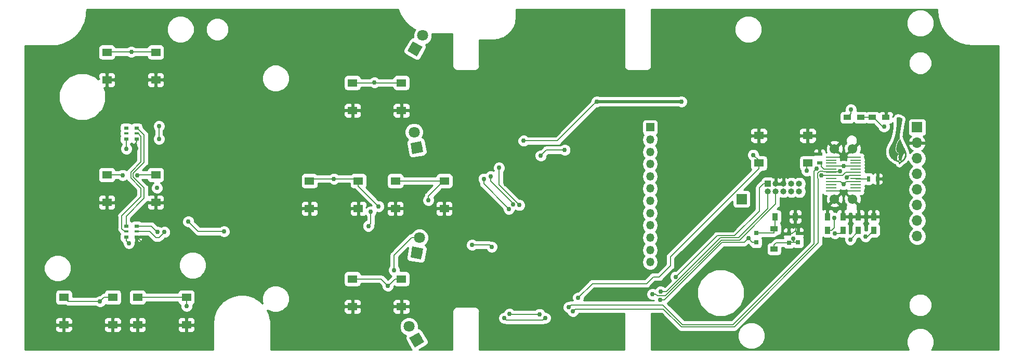
<source format=gbl>
%TF.GenerationSoftware,KiCad,Pcbnew,(5.0.0-3-g5ebb6b6)*%
%TF.CreationDate,2018-07-24T23:49:47-07:00*%
%TF.ProjectId,pyoven,70796F76656E2E6B696361645F706362,rev?*%
%TF.SameCoordinates,Original*%
%TF.FileFunction,Copper,L2,Bot,Signal*%
%TF.FilePolarity,Positive*%
%FSLAX46Y46*%
G04 Gerber Fmt 4.6, Leading zero omitted, Abs format (unit mm)*
G04 Created by KiCad (PCBNEW (5.0.0-3-g5ebb6b6)) date Tuesday, July 24, 2018 at 11:49:47 PM*
%MOMM*%
%LPD*%
G01*
G04 APERTURE LIST*
%TA.AperFunction,EtchedComponent*%
%ADD10C,0.010000*%
%TD*%
%TA.AperFunction,ComponentPad*%
%ADD11C,1.550000*%
%TD*%
%TA.AperFunction,SMDPad,CuDef*%
%ADD12R,1.800000X0.270000*%
%TD*%
%TA.AperFunction,SMDPad,CuDef*%
%ADD13R,0.750000X0.800000*%
%TD*%
%TA.AperFunction,SMDPad,CuDef*%
%ADD14R,0.800000X0.500000*%
%TD*%
%TA.AperFunction,SMDPad,CuDef*%
%ADD15R,0.800000X0.300000*%
%TD*%
%TA.AperFunction,SMDPad,CuDef*%
%ADD16R,0.900000X0.500000*%
%TD*%
%TA.AperFunction,SMDPad,CuDef*%
%ADD17R,0.500000X0.900000*%
%TD*%
%TA.AperFunction,SMDPad,CuDef*%
%ADD18R,1.200000X0.900000*%
%TD*%
%TA.AperFunction,SMDPad,CuDef*%
%ADD19R,0.900000X1.200000*%
%TD*%
%TA.AperFunction,ComponentPad*%
%ADD20R,1.700000X1.700000*%
%TD*%
%TA.AperFunction,SMDPad,CuDef*%
%ADD21R,1.550000X1.300000*%
%TD*%
%TA.AperFunction,ComponentPad*%
%ADD22O,1.700000X1.700000*%
%TD*%
%TA.AperFunction,ComponentPad*%
%ADD23C,1.800000*%
%TD*%
%TA.AperFunction,Conductor*%
%ADD24C,0.100000*%
%TD*%
%TA.AperFunction,ComponentPad*%
%ADD25O,1.000000X1.000000*%
%TD*%
%TA.AperFunction,ComponentPad*%
%ADD26R,1.000000X1.000000*%
%TD*%
%TA.AperFunction,ComponentPad*%
%ADD27O,1.350000X1.350000*%
%TD*%
%TA.AperFunction,ComponentPad*%
%ADD28R,1.350000X1.350000*%
%TD*%
%TA.AperFunction,ViaPad*%
%ADD29C,0.762000*%
%TD*%
%TA.AperFunction,Conductor*%
%ADD30C,0.203200*%
%TD*%
%TA.AperFunction,Conductor*%
%ADD31C,0.508000*%
%TD*%
%TA.AperFunction,Conductor*%
%ADD32C,0.254000*%
%TD*%
G04 APERTURE END LIST*
D10*
%TO.C,G\002A\002A\002A*%
G36*
X244194931Y-67390577D02*
X244194428Y-67358906D01*
X244193379Y-67331275D01*
X244191660Y-67306176D01*
X244189149Y-67282107D01*
X244185724Y-67257561D01*
X244181260Y-67231033D01*
X244177185Y-67209069D01*
X244164422Y-67150214D01*
X244148355Y-67089117D01*
X244129818Y-67028664D01*
X244109646Y-66971740D01*
X244105223Y-66960361D01*
X244088030Y-66917183D01*
X244070892Y-66874808D01*
X244053630Y-66832850D01*
X244036063Y-66790920D01*
X244018011Y-66748631D01*
X243999293Y-66705596D01*
X243979729Y-66661427D01*
X243959138Y-66615735D01*
X243937341Y-66568134D01*
X243914156Y-66518236D01*
X243889403Y-66465653D01*
X243862901Y-66409997D01*
X243834472Y-66350882D01*
X243803933Y-66287918D01*
X243771104Y-66220720D01*
X243735806Y-66148898D01*
X243697857Y-66072065D01*
X243657077Y-65989834D01*
X243613286Y-65901817D01*
X243601963Y-65879097D01*
X243563019Y-65800817D01*
X243527120Y-65728298D01*
X243494039Y-65661051D01*
X243463552Y-65598585D01*
X243435433Y-65540411D01*
X243409455Y-65486038D01*
X243385394Y-65434976D01*
X243363022Y-65386735D01*
X243342115Y-65340825D01*
X243322447Y-65296756D01*
X243303792Y-65254038D01*
X243285924Y-65212181D01*
X243268618Y-65170694D01*
X243251647Y-65129088D01*
X243234787Y-65086872D01*
X243221719Y-65053597D01*
X243212482Y-65030074D01*
X243203963Y-65008681D01*
X243196527Y-64990312D01*
X243190540Y-64975857D01*
X243186365Y-64966209D01*
X243184376Y-64962268D01*
X243180281Y-64962801D01*
X243172263Y-64968013D01*
X243161032Y-64977261D01*
X243147296Y-64989900D01*
X243131764Y-65005288D01*
X243115145Y-65022781D01*
X243103343Y-65035822D01*
X243047242Y-65103801D01*
X242993747Y-65178236D01*
X242942914Y-65259006D01*
X242894800Y-65345989D01*
X242849462Y-65439062D01*
X242806957Y-65538103D01*
X242767342Y-65642991D01*
X242730673Y-65753602D01*
X242697008Y-65869815D01*
X242674704Y-65956708D01*
X242651462Y-66057303D01*
X242632133Y-66152291D01*
X242616697Y-66241919D01*
X242605132Y-66326439D01*
X242597420Y-66406099D01*
X242593538Y-66481149D01*
X242593465Y-66551837D01*
X242597182Y-66618413D01*
X242604668Y-66681126D01*
X242611340Y-66718918D01*
X242626252Y-66779550D01*
X242645633Y-66834906D01*
X242669410Y-66884914D01*
X242697509Y-66929501D01*
X242729858Y-66968596D01*
X242766383Y-67002127D01*
X242807012Y-67030021D01*
X242851671Y-67052205D01*
X242900287Y-67068608D01*
X242952786Y-67079158D01*
X242979060Y-67082097D01*
X242990167Y-67082915D01*
X242998302Y-67083851D01*
X243004006Y-67085889D01*
X243007822Y-67090009D01*
X243010290Y-67097194D01*
X243011954Y-67108425D01*
X243013354Y-67124685D01*
X243015033Y-67146955D01*
X243015063Y-67147333D01*
X243017290Y-67174885D01*
X243019184Y-67196056D01*
X243020834Y-67211509D01*
X243022327Y-67221906D01*
X243023751Y-67227910D01*
X243025193Y-67230183D01*
X243026026Y-67230082D01*
X243027335Y-67232027D01*
X243027560Y-67238861D01*
X243026886Y-67248532D01*
X243025503Y-67258990D01*
X243023597Y-67268183D01*
X243022141Y-67272569D01*
X243020624Y-67278077D01*
X243018164Y-67289384D01*
X243014992Y-67305331D01*
X243011335Y-67324759D01*
X243007422Y-67346511D01*
X243006471Y-67351944D01*
X242992964Y-67433430D01*
X242981591Y-67510846D01*
X242972013Y-67586734D01*
X242963891Y-67663633D01*
X242961706Y-67687083D01*
X242960112Y-67709513D01*
X242958879Y-67736719D01*
X242958007Y-67767348D01*
X242957496Y-67800049D01*
X242957348Y-67833471D01*
X242957562Y-67866262D01*
X242958139Y-67897070D01*
X242959080Y-67924545D01*
X242960385Y-67947334D01*
X242961598Y-67960486D01*
X242971253Y-68033314D01*
X242983140Y-68104171D01*
X242997651Y-68174932D01*
X243015178Y-68247473D01*
X243036110Y-68323669D01*
X243040632Y-68339143D01*
X243047425Y-68361757D01*
X243052778Y-68378423D01*
X243057041Y-68390018D01*
X243060562Y-68397422D01*
X243063691Y-68401510D01*
X243066032Y-68402943D01*
X243071145Y-68403909D01*
X243082439Y-68405491D01*
X243099075Y-68407590D01*
X243120217Y-68410105D01*
X243145025Y-68412937D01*
X243172662Y-68415987D01*
X243201608Y-68419082D01*
X243235601Y-68422679D01*
X243263243Y-68425565D01*
X243285209Y-68427688D01*
X243302170Y-68428999D01*
X243314802Y-68429447D01*
X243323777Y-68428982D01*
X243329770Y-68427553D01*
X243333453Y-68425110D01*
X243335501Y-68421603D01*
X243336587Y-68416982D01*
X243337385Y-68411195D01*
X243337717Y-68408909D01*
X243339746Y-68397663D01*
X243343203Y-68380611D01*
X243347849Y-68358807D01*
X243353445Y-68333300D01*
X243359751Y-68305142D01*
X243366529Y-68275385D01*
X243373539Y-68245079D01*
X243380543Y-68215275D01*
X243387300Y-68187025D01*
X243393573Y-68161380D01*
X243398407Y-68142167D01*
X243425766Y-68039538D01*
X243453603Y-67943547D01*
X243482055Y-67853787D01*
X243511258Y-67769847D01*
X243541350Y-67691320D01*
X243572466Y-67617797D01*
X243577787Y-67605944D01*
X243612240Y-67535270D01*
X243651978Y-67463300D01*
X243695908Y-67391754D01*
X243742934Y-67322352D01*
X243791963Y-67256810D01*
X243828214Y-67212597D01*
X243843577Y-67194935D01*
X243859988Y-67176602D01*
X243876756Y-67158316D01*
X243893190Y-67140794D01*
X243908599Y-67124751D01*
X243922291Y-67110905D01*
X243933576Y-67099973D01*
X243941762Y-67092671D01*
X243946159Y-67089717D01*
X243946632Y-67089781D01*
X243949881Y-67095886D01*
X243954203Y-67107863D01*
X243959337Y-67124653D01*
X243965020Y-67145199D01*
X243970989Y-67168444D01*
X243976981Y-67193330D01*
X243982735Y-67218801D01*
X243987987Y-67243799D01*
X243992474Y-67267268D01*
X243995935Y-67288148D01*
X243995979Y-67288444D01*
X244002523Y-67343487D01*
X244005577Y-67397821D01*
X244005107Y-67452961D01*
X244001077Y-67510419D01*
X243993452Y-67571711D01*
X243988739Y-67601539D01*
X243970150Y-67694796D01*
X243946293Y-67784229D01*
X243917275Y-67869623D01*
X243883203Y-67950766D01*
X243844182Y-68027443D01*
X243800319Y-68099442D01*
X243751720Y-68166549D01*
X243698491Y-68228551D01*
X243655085Y-68272051D01*
X243606444Y-68314426D01*
X243555667Y-68352464D01*
X243503770Y-68385507D01*
X243451770Y-68412895D01*
X243410645Y-68430344D01*
X243398231Y-68435320D01*
X243388063Y-68439944D01*
X243382348Y-68443211D01*
X243379042Y-68446468D01*
X243371330Y-68454369D01*
X243359666Y-68466439D01*
X243344504Y-68482207D01*
X243326296Y-68501199D01*
X243305496Y-68522943D01*
X243282558Y-68546966D01*
X243257935Y-68572795D01*
X243239691Y-68591958D01*
X243214263Y-68618659D01*
X243190288Y-68643792D01*
X243168206Y-68666896D01*
X243148460Y-68687514D01*
X243131487Y-68705187D01*
X243117730Y-68719455D01*
X243107629Y-68729861D01*
X243101624Y-68735945D01*
X243100078Y-68737393D01*
X243098301Y-68734428D01*
X243093948Y-68725616D01*
X243087299Y-68711564D01*
X243078632Y-68692877D01*
X243068227Y-68670164D01*
X243056363Y-68644028D01*
X243043317Y-68615077D01*
X243029370Y-68583917D01*
X243026077Y-68576532D01*
X242954058Y-68414874D01*
X242893786Y-68398019D01*
X242865801Y-68389906D01*
X242833466Y-68380059D01*
X242798653Y-68369084D01*
X242763238Y-68357589D01*
X242729093Y-68346183D01*
X242698093Y-68335473D01*
X242673243Y-68326489D01*
X242659557Y-68321041D01*
X242651083Y-68316521D01*
X242646267Y-68311864D01*
X242643608Y-68306170D01*
X242642442Y-68298868D01*
X242641504Y-68285547D01*
X242640791Y-68267240D01*
X242640303Y-68244980D01*
X242640035Y-68219799D01*
X242639987Y-68192731D01*
X242640155Y-68164808D01*
X242640539Y-68137063D01*
X242641134Y-68110528D01*
X242641940Y-68086237D01*
X242642954Y-68065223D01*
X242644159Y-68048681D01*
X242661788Y-67885739D01*
X242675162Y-67785861D01*
X242681600Y-67743141D01*
X242687900Y-67706322D01*
X242694376Y-67674266D01*
X242701339Y-67645833D01*
X242709101Y-67619884D01*
X242717975Y-67595279D01*
X242728273Y-67570878D01*
X242740306Y-67545543D01*
X242741853Y-67542444D01*
X242773187Y-67486885D01*
X242810789Y-67432336D01*
X242853872Y-67379767D01*
X242901647Y-67330148D01*
X242946958Y-67289686D01*
X242968681Y-67271653D01*
X242943431Y-67269252D01*
X242896009Y-67262225D01*
X242846832Y-67250319D01*
X242797776Y-67234198D01*
X242750718Y-67214523D01*
X242707537Y-67191958D01*
X242685711Y-67178281D01*
X242635994Y-67140660D01*
X242590997Y-67097859D01*
X242550749Y-67049963D01*
X242515277Y-66997063D01*
X242484611Y-66939243D01*
X242458777Y-66876594D01*
X242437803Y-66809201D01*
X242421718Y-66737152D01*
X242410549Y-66660535D01*
X242404324Y-66579438D01*
X242403071Y-66493947D01*
X242406818Y-66404152D01*
X242413861Y-66325361D01*
X242423178Y-66252218D01*
X242435491Y-66174125D01*
X242450519Y-66092379D01*
X242467976Y-66008276D01*
X242487582Y-65923113D01*
X242509051Y-65838187D01*
X242532101Y-65754795D01*
X242555255Y-65678014D01*
X242587888Y-65580540D01*
X242623330Y-65486214D01*
X242661371Y-65395387D01*
X242701797Y-65308408D01*
X242744400Y-65225628D01*
X242788966Y-65147396D01*
X242835286Y-65074063D01*
X242883147Y-65005979D01*
X242932339Y-64943494D01*
X242982650Y-64886959D01*
X243033869Y-64836722D01*
X243085785Y-64793135D01*
X243091897Y-64788484D01*
X243104324Y-64778868D01*
X243111896Y-64772108D01*
X243115578Y-64767071D01*
X243116336Y-64762623D01*
X243115921Y-64760274D01*
X243111612Y-64740837D01*
X243106930Y-64715760D01*
X243102078Y-64686432D01*
X243097263Y-64654243D01*
X243092687Y-64620585D01*
X243088557Y-64586848D01*
X243085077Y-64554422D01*
X243084068Y-64543833D01*
X243081538Y-64512095D01*
X243079816Y-64480112D01*
X243078933Y-64447209D01*
X243078920Y-64412710D01*
X243079806Y-64375940D01*
X243081623Y-64336225D01*
X243084401Y-64292887D01*
X243088171Y-64245254D01*
X243092963Y-64192648D01*
X243098808Y-64134395D01*
X243105400Y-64072875D01*
X243115763Y-63983835D01*
X243127982Y-63888361D01*
X243141993Y-63786807D01*
X243157731Y-63679531D01*
X243175132Y-63566885D01*
X243194133Y-63449226D01*
X243214668Y-63326909D01*
X243236674Y-63200288D01*
X243260086Y-63069720D01*
X243284840Y-62935559D01*
X243310872Y-62798160D01*
X243338118Y-62657879D01*
X243366514Y-62515070D01*
X243395994Y-62370089D01*
X243426495Y-62223291D01*
X243457954Y-62075031D01*
X243490304Y-61925665D01*
X243509592Y-61838028D01*
X243519446Y-61793534D01*
X243527733Y-61755316D01*
X243534320Y-61722742D01*
X243539072Y-61695177D01*
X243541854Y-61671989D01*
X243542532Y-61652545D01*
X243540972Y-61636212D01*
X243537038Y-61622358D01*
X243530596Y-61610348D01*
X243521512Y-61599551D01*
X243509652Y-61589333D01*
X243494880Y-61579062D01*
X243477062Y-61568104D01*
X243456064Y-61555826D01*
X243448705Y-61551547D01*
X243382928Y-61514278D01*
X243317678Y-61479346D01*
X243253786Y-61447145D01*
X243192085Y-61418071D01*
X243133406Y-61392519D01*
X243078581Y-61370883D01*
X243039141Y-61357018D01*
X242986728Y-61341558D01*
X242937816Y-61330842D01*
X242892633Y-61324842D01*
X242851406Y-61323531D01*
X242814365Y-61326881D01*
X242781738Y-61334866D01*
X242753753Y-61347457D01*
X242730638Y-61364628D01*
X242712622Y-61386351D01*
X242706605Y-61396876D01*
X242701846Y-61407009D01*
X242697476Y-61418059D01*
X242693467Y-61430385D01*
X242689791Y-61444343D01*
X242686419Y-61460291D01*
X242683323Y-61478587D01*
X242680476Y-61499586D01*
X242677848Y-61523648D01*
X242675413Y-61551128D01*
X242673141Y-61582385D01*
X242671005Y-61617775D01*
X242668977Y-61657657D01*
X242667027Y-61702387D01*
X242665129Y-61752323D01*
X242663254Y-61807822D01*
X242661374Y-61869241D01*
X242659460Y-61936938D01*
X242657485Y-62011269D01*
X242657131Y-62025000D01*
X242653793Y-62147077D01*
X242650214Y-62262656D01*
X242646361Y-62372293D01*
X242642206Y-62476544D01*
X242637716Y-62575963D01*
X242632862Y-62671105D01*
X242627612Y-62762526D01*
X242621936Y-62850781D01*
X242615804Y-62936426D01*
X242609184Y-63020015D01*
X242602046Y-63102103D01*
X242594360Y-63183246D01*
X242591655Y-63210333D01*
X242577823Y-63339033D01*
X242562727Y-63463498D01*
X242546195Y-63584477D01*
X242528059Y-63702719D01*
X242508149Y-63818972D01*
X242486295Y-63933984D01*
X242462329Y-64048504D01*
X242436080Y-64163279D01*
X242407380Y-64279059D01*
X242376058Y-64396592D01*
X242341946Y-64516627D01*
X242304873Y-64639910D01*
X242264671Y-64767192D01*
X242221170Y-64899220D01*
X242185449Y-65004208D01*
X242167941Y-65054068D01*
X242150515Y-65101600D01*
X242132850Y-65147473D01*
X242114626Y-65192357D01*
X242095524Y-65236920D01*
X242075221Y-65281833D01*
X242053399Y-65327765D01*
X242029737Y-65375385D01*
X242003915Y-65425363D01*
X241975612Y-65478367D01*
X241944508Y-65535068D01*
X241910283Y-65596135D01*
X241872616Y-65662237D01*
X241860507Y-65683306D01*
X241826777Y-65741927D01*
X241796349Y-65794898D01*
X241768975Y-65842666D01*
X241744409Y-65885679D01*
X241722404Y-65924384D01*
X241702713Y-65959229D01*
X241685090Y-65990662D01*
X241669286Y-66019130D01*
X241655056Y-66045081D01*
X241642152Y-66068963D01*
X241630328Y-66091223D01*
X241619336Y-66112308D01*
X241608930Y-66132668D01*
X241598862Y-66152748D01*
X241588887Y-66172997D01*
X241578756Y-66193862D01*
X241577872Y-66195694D01*
X241546435Y-66263133D01*
X241519181Y-66326750D01*
X241495718Y-66387918D01*
X241475655Y-66448008D01*
X241458598Y-66508391D01*
X241444156Y-66570440D01*
X241431936Y-66635526D01*
X241421546Y-66705022D01*
X241413721Y-66769861D01*
X241409961Y-66810848D01*
X241407001Y-66856794D01*
X241404895Y-66905642D01*
X241403699Y-66955337D01*
X241403468Y-67003821D01*
X241404256Y-67049038D01*
X241405492Y-67078542D01*
X241412135Y-67158088D01*
X241423257Y-67238544D01*
X241438557Y-67318722D01*
X241457737Y-67397433D01*
X241480499Y-67473489D01*
X241506544Y-67545702D01*
X241535573Y-67612884D01*
X241544375Y-67630992D01*
X241588628Y-67711972D01*
X241639592Y-67791194D01*
X241697107Y-67868518D01*
X241761017Y-67943805D01*
X241831164Y-68016914D01*
X241907390Y-68087705D01*
X241989537Y-68156040D01*
X242077448Y-68221777D01*
X242170964Y-68284778D01*
X242269930Y-68344903D01*
X242374186Y-68402011D01*
X242464799Y-68447103D01*
X242504713Y-68465441D01*
X242546078Y-68483063D01*
X242590186Y-68500474D01*
X242638328Y-68518181D01*
X242691796Y-68536690D01*
X242704750Y-68541035D01*
X242728196Y-68548704D01*
X242753786Y-68556807D01*
X242780327Y-68564992D01*
X242806627Y-68572907D01*
X242831492Y-68580199D01*
X242853731Y-68586515D01*
X242872152Y-68591504D01*
X242885560Y-68594813D01*
X242889442Y-68595622D01*
X242901004Y-68597791D01*
X242983572Y-68802405D01*
X242998117Y-68838385D01*
X243011915Y-68872393D01*
X243024734Y-68903868D01*
X243036346Y-68932252D01*
X243046520Y-68956986D01*
X243055026Y-68977510D01*
X243061633Y-68993266D01*
X243066111Y-69003693D01*
X243068231Y-69008232D01*
X243068344Y-69008381D01*
X243070994Y-69006040D01*
X243077950Y-68998838D01*
X243088837Y-68987188D01*
X243103276Y-68971505D01*
X243120892Y-68952203D01*
X243141306Y-68929696D01*
X243164141Y-68904399D01*
X243189021Y-68876726D01*
X243215568Y-68847091D01*
X243238231Y-68821714D01*
X243270360Y-68785698D01*
X243298154Y-68754584D01*
X243321967Y-68728002D01*
X243342152Y-68705585D01*
X243359065Y-68686962D01*
X243373058Y-68671765D01*
X243384487Y-68659624D01*
X243393706Y-68650170D01*
X243401069Y-68643035D01*
X243406929Y-68637848D01*
X243411642Y-68634241D01*
X243415561Y-68631844D01*
X243419041Y-68630288D01*
X243422435Y-68629205D01*
X243423103Y-68629021D01*
X243443652Y-68622612D01*
X243468602Y-68613510D01*
X243496184Y-68602440D01*
X243524625Y-68590126D01*
X243552157Y-68577295D01*
X243565446Y-68570700D01*
X243623655Y-68538251D01*
X243679780Y-68501023D01*
X243734751Y-68458334D01*
X243789498Y-68409501D01*
X243803151Y-68396358D01*
X243856690Y-68340849D01*
X243905173Y-68283569D01*
X243949469Y-68223315D01*
X243990443Y-68158883D01*
X244028963Y-68089069D01*
X244039580Y-68068083D01*
X244071452Y-68000029D01*
X244099287Y-67932015D01*
X244123459Y-67862813D01*
X244144341Y-67791193D01*
X244162308Y-67715928D01*
X244177732Y-67635788D01*
X244185248Y-67589320D01*
X244188168Y-67569484D01*
X244190434Y-67552156D01*
X244192130Y-67535939D01*
X244193341Y-67519438D01*
X244194152Y-67501258D01*
X244194645Y-67480002D01*
X244194906Y-67454276D01*
X244195009Y-67427792D01*
X244194931Y-67390577D01*
X244194931Y-67390577D01*
G37*
X244194931Y-67390577D02*
X244194428Y-67358906D01*
X244193379Y-67331275D01*
X244191660Y-67306176D01*
X244189149Y-67282107D01*
X244185724Y-67257561D01*
X244181260Y-67231033D01*
X244177185Y-67209069D01*
X244164422Y-67150214D01*
X244148355Y-67089117D01*
X244129818Y-67028664D01*
X244109646Y-66971740D01*
X244105223Y-66960361D01*
X244088030Y-66917183D01*
X244070892Y-66874808D01*
X244053630Y-66832850D01*
X244036063Y-66790920D01*
X244018011Y-66748631D01*
X243999293Y-66705596D01*
X243979729Y-66661427D01*
X243959138Y-66615735D01*
X243937341Y-66568134D01*
X243914156Y-66518236D01*
X243889403Y-66465653D01*
X243862901Y-66409997D01*
X243834472Y-66350882D01*
X243803933Y-66287918D01*
X243771104Y-66220720D01*
X243735806Y-66148898D01*
X243697857Y-66072065D01*
X243657077Y-65989834D01*
X243613286Y-65901817D01*
X243601963Y-65879097D01*
X243563019Y-65800817D01*
X243527120Y-65728298D01*
X243494039Y-65661051D01*
X243463552Y-65598585D01*
X243435433Y-65540411D01*
X243409455Y-65486038D01*
X243385394Y-65434976D01*
X243363022Y-65386735D01*
X243342115Y-65340825D01*
X243322447Y-65296756D01*
X243303792Y-65254038D01*
X243285924Y-65212181D01*
X243268618Y-65170694D01*
X243251647Y-65129088D01*
X243234787Y-65086872D01*
X243221719Y-65053597D01*
X243212482Y-65030074D01*
X243203963Y-65008681D01*
X243196527Y-64990312D01*
X243190540Y-64975857D01*
X243186365Y-64966209D01*
X243184376Y-64962268D01*
X243180281Y-64962801D01*
X243172263Y-64968013D01*
X243161032Y-64977261D01*
X243147296Y-64989900D01*
X243131764Y-65005288D01*
X243115145Y-65022781D01*
X243103343Y-65035822D01*
X243047242Y-65103801D01*
X242993747Y-65178236D01*
X242942914Y-65259006D01*
X242894800Y-65345989D01*
X242849462Y-65439062D01*
X242806957Y-65538103D01*
X242767342Y-65642991D01*
X242730673Y-65753602D01*
X242697008Y-65869815D01*
X242674704Y-65956708D01*
X242651462Y-66057303D01*
X242632133Y-66152291D01*
X242616697Y-66241919D01*
X242605132Y-66326439D01*
X242597420Y-66406099D01*
X242593538Y-66481149D01*
X242593465Y-66551837D01*
X242597182Y-66618413D01*
X242604668Y-66681126D01*
X242611340Y-66718918D01*
X242626252Y-66779550D01*
X242645633Y-66834906D01*
X242669410Y-66884914D01*
X242697509Y-66929501D01*
X242729858Y-66968596D01*
X242766383Y-67002127D01*
X242807012Y-67030021D01*
X242851671Y-67052205D01*
X242900287Y-67068608D01*
X242952786Y-67079158D01*
X242979060Y-67082097D01*
X242990167Y-67082915D01*
X242998302Y-67083851D01*
X243004006Y-67085889D01*
X243007822Y-67090009D01*
X243010290Y-67097194D01*
X243011954Y-67108425D01*
X243013354Y-67124685D01*
X243015033Y-67146955D01*
X243015063Y-67147333D01*
X243017290Y-67174885D01*
X243019184Y-67196056D01*
X243020834Y-67211509D01*
X243022327Y-67221906D01*
X243023751Y-67227910D01*
X243025193Y-67230183D01*
X243026026Y-67230082D01*
X243027335Y-67232027D01*
X243027560Y-67238861D01*
X243026886Y-67248532D01*
X243025503Y-67258990D01*
X243023597Y-67268183D01*
X243022141Y-67272569D01*
X243020624Y-67278077D01*
X243018164Y-67289384D01*
X243014992Y-67305331D01*
X243011335Y-67324759D01*
X243007422Y-67346511D01*
X243006471Y-67351944D01*
X242992964Y-67433430D01*
X242981591Y-67510846D01*
X242972013Y-67586734D01*
X242963891Y-67663633D01*
X242961706Y-67687083D01*
X242960112Y-67709513D01*
X242958879Y-67736719D01*
X242958007Y-67767348D01*
X242957496Y-67800049D01*
X242957348Y-67833471D01*
X242957562Y-67866262D01*
X242958139Y-67897070D01*
X242959080Y-67924545D01*
X242960385Y-67947334D01*
X242961598Y-67960486D01*
X242971253Y-68033314D01*
X242983140Y-68104171D01*
X242997651Y-68174932D01*
X243015178Y-68247473D01*
X243036110Y-68323669D01*
X243040632Y-68339143D01*
X243047425Y-68361757D01*
X243052778Y-68378423D01*
X243057041Y-68390018D01*
X243060562Y-68397422D01*
X243063691Y-68401510D01*
X243066032Y-68402943D01*
X243071145Y-68403909D01*
X243082439Y-68405491D01*
X243099075Y-68407590D01*
X243120217Y-68410105D01*
X243145025Y-68412937D01*
X243172662Y-68415987D01*
X243201608Y-68419082D01*
X243235601Y-68422679D01*
X243263243Y-68425565D01*
X243285209Y-68427688D01*
X243302170Y-68428999D01*
X243314802Y-68429447D01*
X243323777Y-68428982D01*
X243329770Y-68427553D01*
X243333453Y-68425110D01*
X243335501Y-68421603D01*
X243336587Y-68416982D01*
X243337385Y-68411195D01*
X243337717Y-68408909D01*
X243339746Y-68397663D01*
X243343203Y-68380611D01*
X243347849Y-68358807D01*
X243353445Y-68333300D01*
X243359751Y-68305142D01*
X243366529Y-68275385D01*
X243373539Y-68245079D01*
X243380543Y-68215275D01*
X243387300Y-68187025D01*
X243393573Y-68161380D01*
X243398407Y-68142167D01*
X243425766Y-68039538D01*
X243453603Y-67943547D01*
X243482055Y-67853787D01*
X243511258Y-67769847D01*
X243541350Y-67691320D01*
X243572466Y-67617797D01*
X243577787Y-67605944D01*
X243612240Y-67535270D01*
X243651978Y-67463300D01*
X243695908Y-67391754D01*
X243742934Y-67322352D01*
X243791963Y-67256810D01*
X243828214Y-67212597D01*
X243843577Y-67194935D01*
X243859988Y-67176602D01*
X243876756Y-67158316D01*
X243893190Y-67140794D01*
X243908599Y-67124751D01*
X243922291Y-67110905D01*
X243933576Y-67099973D01*
X243941762Y-67092671D01*
X243946159Y-67089717D01*
X243946632Y-67089781D01*
X243949881Y-67095886D01*
X243954203Y-67107863D01*
X243959337Y-67124653D01*
X243965020Y-67145199D01*
X243970989Y-67168444D01*
X243976981Y-67193330D01*
X243982735Y-67218801D01*
X243987987Y-67243799D01*
X243992474Y-67267268D01*
X243995935Y-67288148D01*
X243995979Y-67288444D01*
X244002523Y-67343487D01*
X244005577Y-67397821D01*
X244005107Y-67452961D01*
X244001077Y-67510419D01*
X243993452Y-67571711D01*
X243988739Y-67601539D01*
X243970150Y-67694796D01*
X243946293Y-67784229D01*
X243917275Y-67869623D01*
X243883203Y-67950766D01*
X243844182Y-68027443D01*
X243800319Y-68099442D01*
X243751720Y-68166549D01*
X243698491Y-68228551D01*
X243655085Y-68272051D01*
X243606444Y-68314426D01*
X243555667Y-68352464D01*
X243503770Y-68385507D01*
X243451770Y-68412895D01*
X243410645Y-68430344D01*
X243398231Y-68435320D01*
X243388063Y-68439944D01*
X243382348Y-68443211D01*
X243379042Y-68446468D01*
X243371330Y-68454369D01*
X243359666Y-68466439D01*
X243344504Y-68482207D01*
X243326296Y-68501199D01*
X243305496Y-68522943D01*
X243282558Y-68546966D01*
X243257935Y-68572795D01*
X243239691Y-68591958D01*
X243214263Y-68618659D01*
X243190288Y-68643792D01*
X243168206Y-68666896D01*
X243148460Y-68687514D01*
X243131487Y-68705187D01*
X243117730Y-68719455D01*
X243107629Y-68729861D01*
X243101624Y-68735945D01*
X243100078Y-68737393D01*
X243098301Y-68734428D01*
X243093948Y-68725616D01*
X243087299Y-68711564D01*
X243078632Y-68692877D01*
X243068227Y-68670164D01*
X243056363Y-68644028D01*
X243043317Y-68615077D01*
X243029370Y-68583917D01*
X243026077Y-68576532D01*
X242954058Y-68414874D01*
X242893786Y-68398019D01*
X242865801Y-68389906D01*
X242833466Y-68380059D01*
X242798653Y-68369084D01*
X242763238Y-68357589D01*
X242729093Y-68346183D01*
X242698093Y-68335473D01*
X242673243Y-68326489D01*
X242659557Y-68321041D01*
X242651083Y-68316521D01*
X242646267Y-68311864D01*
X242643608Y-68306170D01*
X242642442Y-68298868D01*
X242641504Y-68285547D01*
X242640791Y-68267240D01*
X242640303Y-68244980D01*
X242640035Y-68219799D01*
X242639987Y-68192731D01*
X242640155Y-68164808D01*
X242640539Y-68137063D01*
X242641134Y-68110528D01*
X242641940Y-68086237D01*
X242642954Y-68065223D01*
X242644159Y-68048681D01*
X242661788Y-67885739D01*
X242675162Y-67785861D01*
X242681600Y-67743141D01*
X242687900Y-67706322D01*
X242694376Y-67674266D01*
X242701339Y-67645833D01*
X242709101Y-67619884D01*
X242717975Y-67595279D01*
X242728273Y-67570878D01*
X242740306Y-67545543D01*
X242741853Y-67542444D01*
X242773187Y-67486885D01*
X242810789Y-67432336D01*
X242853872Y-67379767D01*
X242901647Y-67330148D01*
X242946958Y-67289686D01*
X242968681Y-67271653D01*
X242943431Y-67269252D01*
X242896009Y-67262225D01*
X242846832Y-67250319D01*
X242797776Y-67234198D01*
X242750718Y-67214523D01*
X242707537Y-67191958D01*
X242685711Y-67178281D01*
X242635994Y-67140660D01*
X242590997Y-67097859D01*
X242550749Y-67049963D01*
X242515277Y-66997063D01*
X242484611Y-66939243D01*
X242458777Y-66876594D01*
X242437803Y-66809201D01*
X242421718Y-66737152D01*
X242410549Y-66660535D01*
X242404324Y-66579438D01*
X242403071Y-66493947D01*
X242406818Y-66404152D01*
X242413861Y-66325361D01*
X242423178Y-66252218D01*
X242435491Y-66174125D01*
X242450519Y-66092379D01*
X242467976Y-66008276D01*
X242487582Y-65923113D01*
X242509051Y-65838187D01*
X242532101Y-65754795D01*
X242555255Y-65678014D01*
X242587888Y-65580540D01*
X242623330Y-65486214D01*
X242661371Y-65395387D01*
X242701797Y-65308408D01*
X242744400Y-65225628D01*
X242788966Y-65147396D01*
X242835286Y-65074063D01*
X242883147Y-65005979D01*
X242932339Y-64943494D01*
X242982650Y-64886959D01*
X243033869Y-64836722D01*
X243085785Y-64793135D01*
X243091897Y-64788484D01*
X243104324Y-64778868D01*
X243111896Y-64772108D01*
X243115578Y-64767071D01*
X243116336Y-64762623D01*
X243115921Y-64760274D01*
X243111612Y-64740837D01*
X243106930Y-64715760D01*
X243102078Y-64686432D01*
X243097263Y-64654243D01*
X243092687Y-64620585D01*
X243088557Y-64586848D01*
X243085077Y-64554422D01*
X243084068Y-64543833D01*
X243081538Y-64512095D01*
X243079816Y-64480112D01*
X243078933Y-64447209D01*
X243078920Y-64412710D01*
X243079806Y-64375940D01*
X243081623Y-64336225D01*
X243084401Y-64292887D01*
X243088171Y-64245254D01*
X243092963Y-64192648D01*
X243098808Y-64134395D01*
X243105400Y-64072875D01*
X243115763Y-63983835D01*
X243127982Y-63888361D01*
X243141993Y-63786807D01*
X243157731Y-63679531D01*
X243175132Y-63566885D01*
X243194133Y-63449226D01*
X243214668Y-63326909D01*
X243236674Y-63200288D01*
X243260086Y-63069720D01*
X243284840Y-62935559D01*
X243310872Y-62798160D01*
X243338118Y-62657879D01*
X243366514Y-62515070D01*
X243395994Y-62370089D01*
X243426495Y-62223291D01*
X243457954Y-62075031D01*
X243490304Y-61925665D01*
X243509592Y-61838028D01*
X243519446Y-61793534D01*
X243527733Y-61755316D01*
X243534320Y-61722742D01*
X243539072Y-61695177D01*
X243541854Y-61671989D01*
X243542532Y-61652545D01*
X243540972Y-61636212D01*
X243537038Y-61622358D01*
X243530596Y-61610348D01*
X243521512Y-61599551D01*
X243509652Y-61589333D01*
X243494880Y-61579062D01*
X243477062Y-61568104D01*
X243456064Y-61555826D01*
X243448705Y-61551547D01*
X243382928Y-61514278D01*
X243317678Y-61479346D01*
X243253786Y-61447145D01*
X243192085Y-61418071D01*
X243133406Y-61392519D01*
X243078581Y-61370883D01*
X243039141Y-61357018D01*
X242986728Y-61341558D01*
X242937816Y-61330842D01*
X242892633Y-61324842D01*
X242851406Y-61323531D01*
X242814365Y-61326881D01*
X242781738Y-61334866D01*
X242753753Y-61347457D01*
X242730638Y-61364628D01*
X242712622Y-61386351D01*
X242706605Y-61396876D01*
X242701846Y-61407009D01*
X242697476Y-61418059D01*
X242693467Y-61430385D01*
X242689791Y-61444343D01*
X242686419Y-61460291D01*
X242683323Y-61478587D01*
X242680476Y-61499586D01*
X242677848Y-61523648D01*
X242675413Y-61551128D01*
X242673141Y-61582385D01*
X242671005Y-61617775D01*
X242668977Y-61657657D01*
X242667027Y-61702387D01*
X242665129Y-61752323D01*
X242663254Y-61807822D01*
X242661374Y-61869241D01*
X242659460Y-61936938D01*
X242657485Y-62011269D01*
X242657131Y-62025000D01*
X242653793Y-62147077D01*
X242650214Y-62262656D01*
X242646361Y-62372293D01*
X242642206Y-62476544D01*
X242637716Y-62575963D01*
X242632862Y-62671105D01*
X242627612Y-62762526D01*
X242621936Y-62850781D01*
X242615804Y-62936426D01*
X242609184Y-63020015D01*
X242602046Y-63102103D01*
X242594360Y-63183246D01*
X242591655Y-63210333D01*
X242577823Y-63339033D01*
X242562727Y-63463498D01*
X242546195Y-63584477D01*
X242528059Y-63702719D01*
X242508149Y-63818972D01*
X242486295Y-63933984D01*
X242462329Y-64048504D01*
X242436080Y-64163279D01*
X242407380Y-64279059D01*
X242376058Y-64396592D01*
X242341946Y-64516627D01*
X242304873Y-64639910D01*
X242264671Y-64767192D01*
X242221170Y-64899220D01*
X242185449Y-65004208D01*
X242167941Y-65054068D01*
X242150515Y-65101600D01*
X242132850Y-65147473D01*
X242114626Y-65192357D01*
X242095524Y-65236920D01*
X242075221Y-65281833D01*
X242053399Y-65327765D01*
X242029737Y-65375385D01*
X242003915Y-65425363D01*
X241975612Y-65478367D01*
X241944508Y-65535068D01*
X241910283Y-65596135D01*
X241872616Y-65662237D01*
X241860507Y-65683306D01*
X241826777Y-65741927D01*
X241796349Y-65794898D01*
X241768975Y-65842666D01*
X241744409Y-65885679D01*
X241722404Y-65924384D01*
X241702713Y-65959229D01*
X241685090Y-65990662D01*
X241669286Y-66019130D01*
X241655056Y-66045081D01*
X241642152Y-66068963D01*
X241630328Y-66091223D01*
X241619336Y-66112308D01*
X241608930Y-66132668D01*
X241598862Y-66152748D01*
X241588887Y-66172997D01*
X241578756Y-66193862D01*
X241577872Y-66195694D01*
X241546435Y-66263133D01*
X241519181Y-66326750D01*
X241495718Y-66387918D01*
X241475655Y-66448008D01*
X241458598Y-66508391D01*
X241444156Y-66570440D01*
X241431936Y-66635526D01*
X241421546Y-66705022D01*
X241413721Y-66769861D01*
X241409961Y-66810848D01*
X241407001Y-66856794D01*
X241404895Y-66905642D01*
X241403699Y-66955337D01*
X241403468Y-67003821D01*
X241404256Y-67049038D01*
X241405492Y-67078542D01*
X241412135Y-67158088D01*
X241423257Y-67238544D01*
X241438557Y-67318722D01*
X241457737Y-67397433D01*
X241480499Y-67473489D01*
X241506544Y-67545702D01*
X241535573Y-67612884D01*
X241544375Y-67630992D01*
X241588628Y-67711972D01*
X241639592Y-67791194D01*
X241697107Y-67868518D01*
X241761017Y-67943805D01*
X241831164Y-68016914D01*
X241907390Y-68087705D01*
X241989537Y-68156040D01*
X242077448Y-68221777D01*
X242170964Y-68284778D01*
X242269930Y-68344903D01*
X242374186Y-68402011D01*
X242464799Y-68447103D01*
X242504713Y-68465441D01*
X242546078Y-68483063D01*
X242590186Y-68500474D01*
X242638328Y-68518181D01*
X242691796Y-68536690D01*
X242704750Y-68541035D01*
X242728196Y-68548704D01*
X242753786Y-68556807D01*
X242780327Y-68564992D01*
X242806627Y-68572907D01*
X242831492Y-68580199D01*
X242853731Y-68586515D01*
X242872152Y-68591504D01*
X242885560Y-68594813D01*
X242889442Y-68595622D01*
X242901004Y-68597791D01*
X242983572Y-68802405D01*
X242998117Y-68838385D01*
X243011915Y-68872393D01*
X243024734Y-68903868D01*
X243036346Y-68932252D01*
X243046520Y-68956986D01*
X243055026Y-68977510D01*
X243061633Y-68993266D01*
X243066111Y-69003693D01*
X243068231Y-69008232D01*
X243068344Y-69008381D01*
X243070994Y-69006040D01*
X243077950Y-68998838D01*
X243088837Y-68987188D01*
X243103276Y-68971505D01*
X243120892Y-68952203D01*
X243141306Y-68929696D01*
X243164141Y-68904399D01*
X243189021Y-68876726D01*
X243215568Y-68847091D01*
X243238231Y-68821714D01*
X243270360Y-68785698D01*
X243298154Y-68754584D01*
X243321967Y-68728002D01*
X243342152Y-68705585D01*
X243359065Y-68686962D01*
X243373058Y-68671765D01*
X243384487Y-68659624D01*
X243393706Y-68650170D01*
X243401069Y-68643035D01*
X243406929Y-68637848D01*
X243411642Y-68634241D01*
X243415561Y-68631844D01*
X243419041Y-68630288D01*
X243422435Y-68629205D01*
X243423103Y-68629021D01*
X243443652Y-68622612D01*
X243468602Y-68613510D01*
X243496184Y-68602440D01*
X243524625Y-68590126D01*
X243552157Y-68577295D01*
X243565446Y-68570700D01*
X243623655Y-68538251D01*
X243679780Y-68501023D01*
X243734751Y-68458334D01*
X243789498Y-68409501D01*
X243803151Y-68396358D01*
X243856690Y-68340849D01*
X243905173Y-68283569D01*
X243949469Y-68223315D01*
X243990443Y-68158883D01*
X244028963Y-68089069D01*
X244039580Y-68068083D01*
X244071452Y-68000029D01*
X244099287Y-67932015D01*
X244123459Y-67862813D01*
X244144341Y-67791193D01*
X244162308Y-67715928D01*
X244177732Y-67635788D01*
X244185248Y-67589320D01*
X244188168Y-67569484D01*
X244190434Y-67552156D01*
X244192130Y-67535939D01*
X244193341Y-67519438D01*
X244194152Y-67501258D01*
X244194645Y-67480002D01*
X244194906Y-67454276D01*
X244195009Y-67427792D01*
X244194931Y-67390577D01*
%TD*%
D11*
%TO.P,J1,S1*%
%TO.N,GNDPWR*%
X235470000Y-74700000D03*
X232530000Y-74700000D03*
X235470000Y-66500000D03*
X232530000Y-66500000D03*
D12*
%TO.P,J1,A1*%
X236000000Y-73350000D03*
%TO.P,J1,A2*%
%TO.N,Net-(J1-PadA2)*%
X236000000Y-72850000D03*
%TO.P,J1,A3*%
%TO.N,Net-(J1-PadA3)*%
X236000000Y-72350000D03*
%TO.P,J1,A4*%
%TO.N,Net-(D1-Pad2)*%
X236000000Y-71850000D03*
%TO.P,J1,A5*%
%TO.N,Net-(J1-PadA5)*%
X236000000Y-71350000D03*
%TO.P,J1,A6*%
%TO.N,/D+*%
X236000000Y-70850000D03*
%TO.P,J1,A7*%
%TO.N,/D-*%
X236000000Y-70350000D03*
%TO.P,J1,A8*%
%TO.N,Net-(J1-PadA8)*%
X236000000Y-69850000D03*
%TO.P,J1,A9*%
%TO.N,Net-(D1-Pad2)*%
X236000000Y-69350000D03*
%TO.P,J1,A10*%
%TO.N,Net-(J1-PadA10)*%
X236000000Y-68850000D03*
%TO.P,J1,A11*%
%TO.N,Net-(J1-PadA11)*%
X236000000Y-68350000D03*
%TO.P,J1,A12*%
%TO.N,GNDPWR*%
X236000000Y-67850000D03*
%TO.P,J1,B1*%
X232000000Y-67850000D03*
%TO.P,J1,B2*%
%TO.N,Net-(J1-PadB2)*%
X232000000Y-68350000D03*
%TO.P,J1,B3*%
%TO.N,Net-(J1-PadB3)*%
X232000000Y-68850000D03*
%TO.P,J1,B4*%
%TO.N,Net-(D1-Pad2)*%
X232000000Y-69350000D03*
%TO.P,J1,B5*%
%TO.N,Net-(J1-PadB5)*%
X232000000Y-69850000D03*
%TO.P,J1,B6*%
%TO.N,/D+*%
X232000000Y-70350000D03*
%TO.P,J1,B7*%
%TO.N,/D-*%
X232000000Y-70850000D03*
%TO.P,J1,B8*%
%TO.N,Net-(J1-PadB8)*%
X232000000Y-71350000D03*
%TO.P,J1,B9*%
%TO.N,Net-(D1-Pad2)*%
X232000000Y-71850000D03*
%TO.P,J1,B10*%
%TO.N,Net-(J1-PadB10)*%
X232000000Y-72350000D03*
%TO.P,J1,B11*%
%TO.N,Net-(J1-PadB11)*%
X232000000Y-72850000D03*
%TO.P,J1,B12*%
%TO.N,GNDPWR*%
X232000000Y-73350000D03*
%TD*%
D13*
%TO.P,C18,1*%
%TO.N,/ENABLE*%
X226600000Y-81750000D03*
%TO.P,C18,2*%
%TO.N,GNDPWR*%
X226600000Y-80250000D03*
%TD*%
D14*
%TO.P,LED2,4*%
%TO.N,GNDPWR*%
X118850000Y-80900000D03*
D15*
%TO.P,LED2,5*%
%TO.N,/CI*%
X118850000Y-80000000D03*
D14*
%TO.P,LED2,6*%
%TO.N,/DI*%
X118850000Y-79100000D03*
%TO.P,LED2,1*%
%TO.N,/DO*%
X117150000Y-79100000D03*
D15*
%TO.P,LED2,2*%
%TO.N,/CO*%
X117150000Y-80000000D03*
D14*
%TO.P,LED2,3*%
%TO.N,+5V*%
X117150000Y-80900000D03*
%TD*%
%TO.P,LED1,4*%
%TO.N,GNDPWR*%
X118850000Y-64900000D03*
D15*
%TO.P,LED1,5*%
%TO.N,/CO*%
X118850000Y-64000000D03*
D14*
%TO.P,LED1,6*%
%TO.N,/DO*%
X118850000Y-63100000D03*
%TO.P,LED1,1*%
%TO.N,Net-(LED1-Pad1)*%
X117150000Y-63100000D03*
D15*
%TO.P,LED1,2*%
%TO.N,Net-(LED1-Pad2)*%
X117150000Y-64000000D03*
D14*
%TO.P,LED1,3*%
%TO.N,+5V*%
X117150000Y-64900000D03*
%TD*%
D16*
%TO.P,R21,1*%
%TO.N,Net-(J1-PadB5)*%
X230100000Y-68850000D03*
%TO.P,R21,2*%
%TO.N,GNDPWR*%
X230100000Y-67350000D03*
%TD*%
D17*
%TO.P,R22,2*%
%TO.N,GNDPWR*%
X239550000Y-71400000D03*
%TO.P,R22,1*%
%TO.N,Net-(J1-PadA5)*%
X238050000Y-71400000D03*
%TD*%
D18*
%TO.P,D3,2*%
%TO.N,Net-(C1-Pad1)*%
X222700000Y-79550000D03*
%TO.P,D3,1*%
%TO.N,/ENABLE*%
X222700000Y-82850000D03*
%TD*%
D19*
%TO.P,D4,1*%
%TO.N,Net-(C1-Pad1)*%
X222850000Y-77600000D03*
%TO.P,D4,2*%
%TO.N,GNDPWR*%
X226150000Y-77600000D03*
%TD*%
%TO.P,D9,1*%
%TO.N,GNDPWR*%
X231400000Y-77600000D03*
%TO.P,D9,2*%
%TO.N,Net-(D9-Pad2)*%
X231400000Y-79800000D03*
%TD*%
%TO.P,D10,2*%
%TO.N,Net-(D10-Pad2)*%
X233900000Y-79800000D03*
%TO.P,D10,1*%
%TO.N,GNDPWR*%
X233900000Y-77600000D03*
%TD*%
%TO.P,D11,1*%
%TO.N,GNDPWR*%
X236400000Y-77600000D03*
%TO.P,D11,2*%
%TO.N,Net-(D11-Pad2)*%
X236400000Y-79800000D03*
%TD*%
%TO.P,D12,2*%
%TO.N,Net-(D12-Pad2)*%
X238900000Y-79800000D03*
%TO.P,D12,1*%
%TO.N,GNDPWR*%
X238900000Y-77600000D03*
%TD*%
D20*
%TO.P,J17,1*%
%TO.N,/PUMP*%
X217400000Y-74700000D03*
%TD*%
D18*
%TO.P,R23,1*%
%TO.N,/TOASTER_5V*%
X234600000Y-61400000D03*
%TO.P,R23,2*%
%TO.N,Net-(R23-Pad2)*%
X236800000Y-61400000D03*
%TD*%
%TO.P,R24,2*%
%TO.N,GNDPWR*%
X240900000Y-61400000D03*
%TO.P,R24,1*%
%TO.N,Net-(R23-Pad2)*%
X238700000Y-61400000D03*
%TD*%
D21*
%TO.P,SW9,2*%
%TO.N,/nReset*%
X220220000Y-68850000D03*
%TO.P,SW9,1*%
%TO.N,GNDPWR*%
X220220000Y-64350000D03*
X228180000Y-64350000D03*
%TO.P,SW9,2*%
%TO.N,/nReset*%
X228180000Y-68850000D03*
%TD*%
D22*
%TO.P,J3,8*%
%TO.N,/TEMP-*%
X246000000Y-80780000D03*
%TO.P,J3,7*%
%TO.N,+3V3*%
X246000000Y-78240000D03*
%TO.P,J3,6*%
%TO.N,Net-(J3-Pad6)*%
X246000000Y-75700000D03*
%TO.P,J3,5*%
%TO.N,Net-(J3-Pad5)*%
X246000000Y-73160000D03*
%TO.P,J3,4*%
%TO.N,Net-(J3-Pad4)*%
X246000000Y-70620000D03*
%TO.P,J3,3*%
%TO.N,/ENABLE*%
X246000000Y-68080000D03*
%TO.P,J3,2*%
%TO.N,GNDPWR*%
X246000000Y-65540000D03*
D20*
%TO.P,J3,1*%
%TO.N,+VDC*%
X246000000Y-63000000D03*
%TD*%
D23*
%TO.P,D2,1*%
%TO.N,Net-(D2-Pad1)*%
X164500000Y-66300000D03*
D24*
%TD*%
%TO.N,Net-(D2-Pad1)*%
%TO.C,D2*%
G36*
X165542610Y-67030044D02*
X163769956Y-67342610D01*
X163457390Y-65569956D01*
X165230044Y-65257390D01*
X165542610Y-67030044D01*
X165542610Y-67030044D01*
G37*
D23*
%TO.P,D2,2*%
%TO.N,+3V3*%
X164058934Y-63798588D03*
%TD*%
%TO.P,D5,2*%
%TO.N,+3V3*%
X164941066Y-80998588D03*
%TO.P,D5,1*%
%TO.N,Net-(D5-Pad1)*%
X164500000Y-83500000D03*
D24*
%TD*%
%TO.N,Net-(D5-Pad1)*%
%TO.C,D5*%
G36*
X165230044Y-84542610D02*
X163457390Y-84230044D01*
X163769956Y-82457390D01*
X165542610Y-82769956D01*
X165230044Y-84542610D01*
X165230044Y-84542610D01*
G37*
D23*
%TO.P,D6,1*%
%TO.N,Net-(D6-Pad1)*%
X164200000Y-50200000D03*
D24*
%TD*%
%TO.N,Net-(D6-Pad1)*%
%TO.C,D6*%
G36*
X164529423Y-51429423D02*
X162970577Y-50529423D01*
X163870577Y-48970577D01*
X165429423Y-49870577D01*
X164529423Y-51429423D01*
X164529423Y-51429423D01*
G37*
D23*
%TO.P,D6,2*%
%TO.N,+3V3*%
X165470000Y-48000295D03*
%TD*%
%TO.P,D7,2*%
%TO.N,+3V3*%
X163230000Y-95500295D03*
%TO.P,D7,1*%
%TO.N,Net-(D7-Pad1)*%
X164500000Y-97700000D03*
D24*
%TD*%
%TO.N,Net-(D7-Pad1)*%
%TO.C,D7*%
G36*
X165729423Y-98029423D02*
X164170577Y-98929423D01*
X163270577Y-97370577D01*
X164829423Y-96470577D01*
X165729423Y-98029423D01*
X165729423Y-98029423D01*
G37*
D25*
%TO.P,J19,10*%
%TO.N,/nReset*%
X226780000Y-73470000D03*
%TO.P,J19,9*%
%TO.N,Net-(J19-Pad9)*%
X226780000Y-72200000D03*
%TO.P,J19,8*%
%TO.N,Net-(J19-Pad8)*%
X225510000Y-73470000D03*
%TO.P,J19,7*%
%TO.N,Net-(J19-Pad7)*%
X225510000Y-72200000D03*
%TO.P,J19,6*%
%TO.N,Net-(J19-Pad6)*%
X224240000Y-73470000D03*
%TO.P,J19,5*%
%TO.N,GNDPWR*%
X224240000Y-72200000D03*
%TO.P,J19,4*%
%TO.N,/SWDCLK*%
X222970000Y-73470000D03*
%TO.P,J19,3*%
%TO.N,GNDPWR*%
X222970000Y-72200000D03*
%TO.P,J19,2*%
%TO.N,/SWDIO*%
X221700000Y-73470000D03*
D26*
%TO.P,J19,1*%
%TO.N,+3V3*%
X221700000Y-72200000D03*
%TD*%
D21*
%TO.P,SW8,2*%
%TO.N,/INC*%
X161020000Y-71750000D03*
%TO.P,SW8,1*%
%TO.N,GNDPWR*%
X161020000Y-76250000D03*
X168980000Y-76250000D03*
%TO.P,SW8,2*%
%TO.N,/INC*%
X168980000Y-71750000D03*
%TD*%
%TO.P,SW7,2*%
%TO.N,/TIME*%
X161980000Y-55750000D03*
%TO.P,SW7,1*%
%TO.N,GNDPWR*%
X161980000Y-60250000D03*
X154020000Y-60250000D03*
%TO.P,SW7,2*%
%TO.N,/TIME*%
X154020000Y-55750000D03*
%TD*%
%TO.P,SW6,2*%
%TO.N,/TEMP*%
X154020000Y-87750000D03*
%TO.P,SW6,1*%
%TO.N,GNDPWR*%
X154020000Y-92250000D03*
X161980000Y-92250000D03*
%TO.P,SW6,2*%
%TO.N,/TEMP*%
X161980000Y-87750000D03*
%TD*%
%TO.P,SW5,2*%
%TO.N,/DEC*%
X154980000Y-71750000D03*
%TO.P,SW5,1*%
%TO.N,GNDPWR*%
X154980000Y-76250000D03*
X147020000Y-76250000D03*
%TO.P,SW5,2*%
%TO.N,/DEC*%
X147020000Y-71750000D03*
%TD*%
%TO.P,SW4,2*%
%TO.N,/UNITS*%
X119020000Y-90750000D03*
%TO.P,SW4,1*%
%TO.N,GNDPWR*%
X119020000Y-95250000D03*
X126980000Y-95250000D03*
%TO.P,SW4,2*%
%TO.N,/UNITS*%
X126980000Y-90750000D03*
%TD*%
%TO.P,SW3,2*%
%TO.N,/START*%
X121980000Y-70750000D03*
%TO.P,SW3,1*%
%TO.N,GNDPWR*%
X121980000Y-75250000D03*
X114020000Y-75250000D03*
%TO.P,SW3,2*%
%TO.N,/START*%
X114020000Y-70750000D03*
%TD*%
%TO.P,SW2,2*%
%TO.N,/MORE*%
X114020000Y-50750000D03*
%TO.P,SW2,1*%
%TO.N,GNDPWR*%
X114020000Y-55250000D03*
X121980000Y-55250000D03*
%TO.P,SW2,2*%
%TO.N,/MORE*%
X121980000Y-50750000D03*
%TD*%
%TO.P,SW1,2*%
%TO.N,/FROZEN*%
X114980000Y-90750000D03*
%TO.P,SW1,1*%
%TO.N,GNDPWR*%
X114980000Y-95250000D03*
X107020000Y-95250000D03*
%TO.P,SW1,2*%
%TO.N,/FROZEN*%
X107020000Y-90750000D03*
%TD*%
D27*
%TO.P,J2,12*%
%TO.N,/SEG7*%
X202500000Y-85000000D03*
%TO.P,J2,11*%
%TO.N,/SEG6*%
X202500000Y-83000000D03*
%TO.P,J2,10*%
%TO.N,/SEG5*%
X202500000Y-81000000D03*
%TO.P,J2,9*%
%TO.N,/SEG4*%
X202500000Y-79000000D03*
%TO.P,J2,8*%
%TO.N,/SEG3*%
X202500000Y-77000000D03*
%TO.P,J2,7*%
%TO.N,/SEG2*%
X202500000Y-75000000D03*
%TO.P,J2,6*%
%TO.N,/SEG1*%
X202500000Y-73000000D03*
%TO.P,J2,5*%
%TO.N,/SEG0*%
X202500000Y-71000000D03*
%TO.P,J2,4*%
%TO.N,/COM0*%
X202500000Y-69000000D03*
%TO.P,J2,3*%
%TO.N,/COM1*%
X202500000Y-67000000D03*
%TO.P,J2,2*%
%TO.N,/COM2*%
X202500000Y-65000000D03*
D28*
%TO.P,J2,1*%
%TO.N,/COM3*%
X202500000Y-63000000D03*
%TD*%
D13*
%TO.P,C2,2*%
%TO.N,GNDPWR*%
X225100000Y-80350000D03*
%TO.P,C2,1*%
%TO.N,/ENABLE*%
X225100000Y-81850000D03*
%TD*%
%TO.P,C1,1*%
%TO.N,Net-(C1-Pad1)*%
X219800000Y-80250000D03*
%TO.P,C1,2*%
%TO.N,/PUMP*%
X219800000Y-81750000D03*
%TD*%
D29*
%TO.N,/ENABLE*%
X225799992Y-81200000D03*
%TO.N,GNDPWR*%
X195800000Y-96400000D03*
X179000000Y-72300000D03*
X174500000Y-79600000D03*
X197727624Y-90814190D03*
X189400000Y-82100000D03*
X192300000Y-54800000D03*
X177400000Y-88000000D03*
X188700000Y-97900000D03*
X181300000Y-97900000D03*
X231575000Y-56525000D03*
X228225000Y-53475000D03*
X231575000Y-53475000D03*
X228225000Y-56525000D03*
X229900000Y-55000000D03*
X207000000Y-91500000D03*
X120000000Y-81600000D03*
X118800000Y-66400000D03*
%TO.N,/PUMP*%
X204151527Y-91170627D03*
X218500000Y-81100000D03*
%TO.N,+5V*%
X117600000Y-81900000D03*
X117200000Y-66500000D03*
X157000000Y-76800000D03*
X156600000Y-79100000D03*
X122200000Y-72900000D03*
X181900000Y-65200000D03*
X193800000Y-58799996D03*
X207600000Y-58800000D03*
%TO.N,+3V3*%
X206702000Y-87394141D03*
X160800000Y-86300000D03*
X176700000Y-82500000D03*
X173500000Y-82200000D03*
%TO.N,Net-(D1-Pad2)*%
X234000000Y-69300000D03*
X234000000Y-72300000D03*
%TO.N,/CI*%
X123400000Y-80100000D03*
%TO.N,/DI*%
X122257773Y-80109383D03*
%TO.N,/nReset*%
X190800000Y-90800000D03*
X228000000Y-70100000D03*
X219300000Y-67500000D03*
%TO.N,/SWDCLK*%
X202877803Y-90224274D03*
%TO.N,/SWDIO*%
X204201365Y-89799016D03*
%TO.N,/D+*%
X234515799Y-71164190D03*
X233456051Y-70164194D03*
X189941250Y-93041250D03*
%TO.N,/D-*%
X189258750Y-92358750D03*
X229618211Y-69743945D03*
X230400000Y-70800000D03*
%TO.N,/SCL_5V*%
X188600000Y-66700000D03*
X184700000Y-67600000D03*
%TO.N,/FAR_RIGHT_LED*%
X177900000Y-69600000D03*
X181200000Y-75700000D03*
%TO.N,/RIGHT_LED*%
X179483722Y-76317593D03*
X175400000Y-71400000D03*
%TO.N,/TEMP*%
X178756699Y-94121620D03*
X185400000Y-94100000D03*
X159800000Y-88885810D03*
%TO.N,/UNITS*%
X179594598Y-93435810D03*
X184500000Y-93500000D03*
X127000000Y-92200000D03*
%TO.N,/FROZEN*%
X112900000Y-91400000D03*
%TO.N,/MORE*%
X122500000Y-62800000D03*
X122500000Y-64900000D03*
X118000000Y-50700000D03*
%TO.N,/START*%
X127300000Y-78400000D03*
X133100000Y-80000000D03*
X116600000Y-70800000D03*
X119000000Y-70800000D03*
%TO.N,/DEC*%
X158287081Y-75885689D03*
X151000000Y-71400000D03*
%TO.N,/TIME*%
X180139254Y-75609136D03*
X176500000Y-71000000D03*
X157600000Y-55700000D03*
%TO.N,/INC*%
X166400000Y-74900000D03*
%TO.N,/TOASTER_5V*%
X235200000Y-60100000D03*
%TO.N,Net-(R23-Pad2)*%
X240600000Y-62900000D03*
%TO.N,Net-(D12-Pad2)*%
X237600000Y-80800000D03*
%TO.N,Net-(D11-Pad2)*%
X235100000Y-81300000D03*
%TO.N,Net-(D10-Pad2)*%
X232600000Y-80300000D03*
%TO.N,Net-(D9-Pad2)*%
X232500000Y-77800000D03*
%TD*%
D30*
%TO.N,/ENABLE*%
X225100000Y-81850000D02*
X223046800Y-81850000D01*
X223046800Y-81850000D02*
X222700000Y-82196800D01*
X222700000Y-82196800D02*
X222700000Y-82850000D01*
X225200000Y-81750000D02*
X225100000Y-81850000D01*
X226600000Y-81750000D02*
X225200000Y-81750000D01*
X225799992Y-81528192D02*
X225799992Y-81200000D01*
X226600000Y-81750000D02*
X226021800Y-81750000D01*
X226021800Y-81750000D02*
X225799992Y-81528192D01*
%TO.N,GNDPWR*%
X226150000Y-79878200D02*
X225678200Y-80350000D01*
X225678200Y-80350000D02*
X225100000Y-80350000D01*
X118800000Y-65403200D02*
X118800000Y-66400000D01*
X118850000Y-64900000D02*
X118850000Y-65353200D01*
X118850000Y-65353200D02*
X118800000Y-65403200D01*
X235750000Y-73350000D02*
X233880000Y-73350000D01*
X233880000Y-73350000D02*
X232530000Y-74700000D01*
X232250000Y-73350000D02*
X234120000Y-73350000D01*
X234120000Y-73350000D02*
X235470000Y-74700000D01*
X232250000Y-67850000D02*
X234120000Y-67850000D01*
X234120000Y-67850000D02*
X235470000Y-66500000D01*
X235750000Y-67850000D02*
X233880000Y-67850000D01*
X233880000Y-67850000D02*
X232530000Y-66500000D01*
X226521800Y-80250000D02*
X226150000Y-79878200D01*
X226600000Y-80250000D02*
X226521800Y-80250000D01*
X226200000Y-79828200D02*
X226150000Y-79878200D01*
X226200000Y-77650000D02*
X226200000Y-79828200D01*
X226150000Y-77600000D02*
X226200000Y-77650000D01*
X119550000Y-81600000D02*
X118850000Y-80900000D01*
X120000000Y-81600000D02*
X119550000Y-81600000D01*
%TO.N,Net-(C1-Pad1)*%
X222850000Y-77600000D02*
X222850000Y-79400000D01*
X222850000Y-79400000D02*
X222700000Y-79550000D01*
X222700000Y-80203200D02*
X222700000Y-79550000D01*
X222653200Y-80250000D02*
X219800000Y-80250000D01*
X222700000Y-80203200D02*
X222653200Y-80250000D01*
%TO.N,/PUMP*%
X204690342Y-91170627D02*
X204151527Y-91170627D01*
X214250000Y-81750000D02*
X204829373Y-91170627D01*
X204829373Y-91170627D02*
X204690342Y-91170627D01*
X217384371Y-81750000D02*
X214250000Y-81750000D01*
X217384371Y-81750000D02*
X217850000Y-81750000D01*
X217850000Y-81750000D02*
X218500000Y-81100000D01*
X219150000Y-81750000D02*
X218500000Y-81100000D01*
X219800000Y-81750000D02*
X219150000Y-81750000D01*
%TO.N,+5V*%
X117150000Y-81450000D02*
X117219001Y-81519001D01*
X117150000Y-80900000D02*
X117150000Y-81450000D01*
X117219001Y-81519001D02*
X117600000Y-81900000D01*
X117150000Y-66450000D02*
X117200000Y-66500000D01*
X117150000Y-64900000D02*
X117150000Y-66450000D01*
X156600000Y-79100000D02*
X157000000Y-78700000D01*
X157000000Y-78700000D02*
X157000000Y-76800000D01*
X193419001Y-59180995D02*
X193800000Y-58799996D01*
X181900000Y-65200000D02*
X187399996Y-65200000D01*
X187399996Y-65200000D02*
X193419001Y-59180995D01*
D31*
X193800000Y-58799996D02*
X207599996Y-58799996D01*
X207599996Y-58799996D02*
X207600000Y-58800000D01*
D30*
%TO.N,+3V3*%
X216286716Y-80683167D02*
X213412974Y-80683167D01*
X220306411Y-76663472D02*
X216286716Y-80683167D01*
X207082999Y-87013142D02*
X206702000Y-87394141D01*
X221700000Y-72200000D02*
X220996800Y-72200000D01*
X213412974Y-80683167D02*
X207082999Y-87013142D01*
X220996800Y-72200000D02*
X220306411Y-72890389D01*
X220306411Y-72890389D02*
X220306411Y-76663472D01*
X160800000Y-86300000D02*
X160800000Y-83866862D01*
X160800000Y-83866862D02*
X163668274Y-80998588D01*
X163668274Y-80998588D02*
X164941066Y-80998588D01*
X173500000Y-82200000D02*
X176400000Y-82200000D01*
X176400000Y-82200000D02*
X176700000Y-82500000D01*
%TO.N,Net-(D1-Pad2)*%
X235750000Y-69350000D02*
X234050000Y-69350000D01*
X234050000Y-69350000D02*
X234000000Y-69300000D01*
X232250000Y-69350000D02*
X233950000Y-69350000D01*
X233950000Y-69350000D02*
X234000000Y-69300000D01*
X235750000Y-71850000D02*
X234450000Y-71850000D01*
X234450000Y-71850000D02*
X234000000Y-72300000D01*
X232250000Y-71850000D02*
X233550000Y-71850000D01*
X233550000Y-71850000D02*
X234000000Y-72300000D01*
%TO.N,/DO*%
X117150000Y-79100000D02*
X117150000Y-77550000D01*
X118314198Y-70470814D02*
X120100000Y-68685012D01*
X119000000Y-63100000D02*
X118850000Y-63100000D01*
X117150000Y-77550000D02*
X120100000Y-74600000D01*
X120100000Y-72914988D02*
X118314198Y-71129186D01*
X120100000Y-68685012D02*
X120100000Y-64200000D01*
X118314198Y-71129186D02*
X118314198Y-70470814D01*
X120100000Y-74600000D02*
X120100000Y-72914988D01*
X120100000Y-64200000D02*
X119000000Y-63100000D01*
%TO.N,/CO*%
X119554801Y-72944540D02*
X117907787Y-71297526D01*
X116445199Y-79545199D02*
X116445199Y-77454801D01*
X117907787Y-71297526D02*
X117907787Y-70302474D01*
X119100000Y-64000000D02*
X118850000Y-64000000D01*
X116445199Y-77454801D02*
X119554801Y-74345199D01*
X116900000Y-80000000D02*
X116445199Y-79545199D01*
X119554801Y-74345199D02*
X119554801Y-72944540D01*
X119554801Y-64454801D02*
X119100000Y-64000000D01*
X117907787Y-70302474D02*
X119554801Y-68655460D01*
X119554801Y-68655460D02*
X119554801Y-64454801D01*
X117150000Y-80000000D02*
X116900000Y-80000000D01*
%TO.N,/CI*%
X122000000Y-81000000D02*
X122500000Y-81000000D01*
X121000000Y-80000000D02*
X122000000Y-81000000D01*
X118850000Y-80000000D02*
X121000000Y-80000000D01*
X122500000Y-81000000D02*
X123019001Y-80480999D01*
X123019001Y-80480999D02*
X123400000Y-80100000D01*
%TO.N,/DI*%
X121248390Y-79100000D02*
X121876774Y-79728384D01*
X118850000Y-79100000D02*
X121248390Y-79100000D01*
X121876774Y-79728384D02*
X122257773Y-80109383D01*
%TO.N,/nReset*%
X228000000Y-70100000D02*
X228000000Y-69030000D01*
X228000000Y-69030000D02*
X228180000Y-68850000D01*
X220220000Y-68850000D02*
X220220000Y-68420000D01*
X220220000Y-68420000D02*
X219300000Y-67500000D01*
X220220000Y-68850000D02*
X220220000Y-69380000D01*
X220220000Y-69703200D02*
X220220000Y-68850000D01*
X205800000Y-84123200D02*
X220220000Y-69703200D01*
X205800000Y-85600000D02*
X205800000Y-84123200D01*
X201900000Y-88500000D02*
X203000000Y-87400000D01*
X204000000Y-87400000D02*
X205800000Y-85600000D01*
X203000000Y-87400000D02*
X204000000Y-87400000D01*
X193100000Y-88500000D02*
X201900000Y-88500000D01*
X190800000Y-90800000D02*
X193100000Y-88500000D01*
%TO.N,/SWDCLK*%
X203677161Y-90484817D02*
X203416618Y-90224274D01*
X205012275Y-90484817D02*
X203677161Y-90484817D01*
X214102702Y-81394389D02*
X205012275Y-90484817D01*
X217102702Y-81394389D02*
X214102702Y-81394389D01*
X222970000Y-75527091D02*
X217102702Y-81394389D01*
X222970000Y-73470000D02*
X222970000Y-75527091D01*
X203416618Y-90224274D02*
X202877803Y-90224274D01*
%TO.N,/SWDIO*%
X205195167Y-89799016D02*
X204740180Y-89799016D01*
X221700000Y-76284869D02*
X216946091Y-81038778D01*
X216946091Y-81038778D02*
X213955404Y-81038778D01*
X204740180Y-89799016D02*
X204201365Y-89799016D01*
X221700000Y-73470000D02*
X221700000Y-76284869D01*
X213955404Y-81038778D02*
X205195167Y-89799016D01*
%TO.N,/D+*%
X234605692Y-71164190D02*
X234515799Y-71164190D01*
X234926272Y-70843610D02*
X234605692Y-71164190D01*
X235750000Y-70843610D02*
X234926272Y-70843610D01*
X230766367Y-70269276D02*
X233350969Y-70269276D01*
X230095198Y-70164998D02*
X230662089Y-70164998D01*
X229764998Y-70495198D02*
X230095198Y-70164998D01*
X204660251Y-92660251D02*
X207583191Y-95583191D01*
X216204179Y-95583191D02*
X229900000Y-81887370D01*
X207583191Y-95583191D02*
X216204179Y-95583191D01*
X229900000Y-71439804D02*
X229764998Y-71304802D01*
X190322249Y-92660251D02*
X204660251Y-92660251D01*
X233350969Y-70269276D02*
X233456051Y-70164194D01*
X229764998Y-71304802D02*
X229764998Y-70495198D01*
X189941250Y-93041250D02*
X190322249Y-92660251D01*
X229900000Y-81887370D02*
X229900000Y-71439804D01*
X230662089Y-70164998D02*
X230766367Y-70269276D01*
%TO.N,/D-*%
X207787370Y-95200000D02*
X216012630Y-95200000D01*
X235750000Y-70350000D02*
X234330017Y-70350000D01*
X229237212Y-81975418D02*
X229237212Y-70124944D01*
X230938815Y-70800000D02*
X230400000Y-70800000D01*
X204565121Y-91977751D02*
X207787370Y-95200000D01*
X189258750Y-92358750D02*
X189639749Y-91977751D01*
X216012630Y-95200000D02*
X229237212Y-81975418D01*
X189639749Y-91977751D02*
X204565121Y-91977751D01*
X233880017Y-70800000D02*
X230938815Y-70800000D01*
X229237212Y-70124944D02*
X229618211Y-69743945D01*
X234330017Y-70350000D02*
X233880017Y-70800000D01*
%TO.N,/SCL_5V*%
X184700000Y-67600000D02*
X185600000Y-66700000D01*
X185600000Y-66700000D02*
X188600000Y-66700000D01*
%TO.N,/FAR_RIGHT_LED*%
X177900000Y-72400000D02*
X177900000Y-69600000D01*
X181200000Y-75700000D02*
X177900000Y-72400000D01*
%TO.N,/RIGHT_LED*%
X179102723Y-75936594D02*
X179483722Y-76317593D01*
X175400000Y-72233871D02*
X179102723Y-75936594D01*
X175400000Y-71400000D02*
X175400000Y-72233871D01*
%TO.N,/TEMP*%
X185019001Y-94480999D02*
X179116078Y-94480999D01*
X185400000Y-94100000D02*
X185019001Y-94480999D01*
X179116078Y-94480999D02*
X178756699Y-94121620D01*
X158664190Y-87750000D02*
X159419001Y-88504811D01*
X160180999Y-88504811D02*
X159800000Y-88885810D01*
X160935810Y-87750000D02*
X160180999Y-88504811D01*
X154020000Y-87750000D02*
X158664190Y-87750000D01*
X161980000Y-87750000D02*
X160935810Y-87750000D01*
X159419001Y-88504811D02*
X159800000Y-88885810D01*
%TO.N,/UNITS*%
X179658788Y-93500000D02*
X179594598Y-93435810D01*
X184500000Y-93500000D02*
X179658788Y-93500000D01*
X119998200Y-90750000D02*
X126980000Y-90750000D01*
X119020000Y-90750000D02*
X119998200Y-90750000D01*
X126980000Y-92180000D02*
X127000000Y-92200000D01*
X126980000Y-90750000D02*
X126980000Y-92180000D01*
%TO.N,/FROZEN*%
X112900000Y-91400000D02*
X107670000Y-91400000D01*
X107670000Y-91400000D02*
X107020000Y-90750000D01*
X112900000Y-91400000D02*
X113550000Y-90750000D01*
X113550000Y-90750000D02*
X114980000Y-90750000D01*
%TO.N,/MORE*%
X122500000Y-64900000D02*
X122500000Y-62800000D01*
X118000000Y-50700000D02*
X121930000Y-50700000D01*
X121930000Y-50700000D02*
X121980000Y-50750000D01*
X118000000Y-50700000D02*
X114070000Y-50700000D01*
X114070000Y-50700000D02*
X114020000Y-50750000D01*
%TO.N,/START*%
X127300000Y-78400000D02*
X128900000Y-80000000D01*
X128900000Y-80000000D02*
X133100000Y-80000000D01*
X114020000Y-70750000D02*
X116550000Y-70750000D01*
X116550000Y-70750000D02*
X116600000Y-70800000D01*
X121980000Y-70750000D02*
X119050000Y-70750000D01*
X119050000Y-70750000D02*
X119000000Y-70800000D01*
%TO.N,/DEC*%
X154980000Y-71750000D02*
X154980000Y-72603200D01*
X158262489Y-75885689D02*
X158287081Y-75885689D01*
X154980000Y-72603200D02*
X158262489Y-75885689D01*
X151000000Y-71400000D02*
X154630000Y-71400000D01*
X154630000Y-71400000D02*
X154980000Y-71750000D01*
X151000000Y-71400000D02*
X147370000Y-71400000D01*
X147370000Y-71400000D02*
X147020000Y-71750000D01*
%TO.N,/TIME*%
X176500000Y-71000000D02*
X176500000Y-71732844D01*
X180257773Y-75490617D02*
X180139254Y-75609136D01*
X179876774Y-75109618D02*
X180257773Y-75490617D01*
X176500000Y-71732844D02*
X179876774Y-75109618D01*
X161980000Y-55750000D02*
X157650000Y-55750000D01*
X157650000Y-55750000D02*
X157600000Y-55700000D01*
X154020000Y-55750000D02*
X157550000Y-55750000D01*
X157550000Y-55750000D02*
X157600000Y-55700000D01*
%TO.N,/INC*%
X161020000Y-71750000D02*
X161998200Y-71750000D01*
X161998200Y-71750000D02*
X168980000Y-71750000D01*
X168980000Y-71750000D02*
X168855000Y-71750000D01*
X168855000Y-71750000D02*
X166400000Y-74205000D01*
X166400000Y-74205000D02*
X166400000Y-74900000D01*
%TO.N,Net-(J1-PadA5)*%
X236050000Y-71400000D02*
X236000000Y-71350000D01*
X238050000Y-71400000D02*
X236050000Y-71400000D01*
%TO.N,Net-(J1-PadB5)*%
X230300000Y-68850000D02*
X230100000Y-68850000D01*
X230400000Y-68950000D02*
X230300000Y-68850000D01*
X230850000Y-69850000D02*
X230400000Y-69400000D01*
X232250000Y-69850000D02*
X230850000Y-69850000D01*
X230400000Y-69400000D02*
X230400000Y-68950000D01*
%TO.N,/TOASTER_5V*%
X235200000Y-60100000D02*
X235200000Y-60800000D01*
X235200000Y-60800000D02*
X234600000Y-61400000D01*
%TO.N,Net-(R23-Pad2)*%
X238700000Y-61400000D02*
X238850000Y-61400000D01*
X238850000Y-61400000D02*
X240350000Y-62900000D01*
X240350000Y-62900000D02*
X240600000Y-62900000D01*
X238700000Y-61400000D02*
X236800000Y-61400000D01*
%TO.N,Net-(D12-Pad2)*%
X237600000Y-80800000D02*
X237900000Y-80800000D01*
X237900000Y-80800000D02*
X238900000Y-79800000D01*
%TO.N,Net-(D11-Pad2)*%
X235100000Y-81300000D02*
X236400000Y-80000000D01*
X236400000Y-80000000D02*
X236400000Y-79800000D01*
%TO.N,Net-(D10-Pad2)*%
X232600000Y-80300000D02*
X233400000Y-80300000D01*
X233400000Y-80300000D02*
X233900000Y-79800000D01*
%TO.N,Net-(D9-Pad2)*%
X232500000Y-77800000D02*
X232500000Y-79353200D01*
X232500000Y-79353200D02*
X232053200Y-79800000D01*
X232053200Y-79800000D02*
X231400000Y-79800000D01*
%TD*%
D32*
%TO.N,GNDPWR*%
G36*
X161449582Y-43710836D02*
X161452901Y-43720203D01*
X161454783Y-43729968D01*
X161481813Y-43807110D01*
X161830340Y-44643984D01*
X161840727Y-44663760D01*
X161848773Y-44684601D01*
X161889036Y-44755737D01*
X162380252Y-45517665D01*
X162393977Y-45535289D01*
X162405586Y-45554375D01*
X162457810Y-45617257D01*
X163076188Y-46280157D01*
X163092818Y-46295073D01*
X163107624Y-46311802D01*
X163170158Y-46364442D01*
X163896153Y-46907359D01*
X163915161Y-46919094D01*
X163932694Y-46932936D01*
X164003539Y-46973657D01*
X164003562Y-46973671D01*
X164003571Y-46973675D01*
X164218314Y-47081164D01*
X164168690Y-47130788D01*
X163935000Y-47694965D01*
X163935000Y-48305625D01*
X163944827Y-48329348D01*
X163703007Y-48345198D01*
X163476440Y-48456928D01*
X163309877Y-48646857D01*
X162409877Y-50205703D01*
X162328676Y-50444915D01*
X162345198Y-50696993D01*
X162456928Y-50923560D01*
X162646857Y-51090123D01*
X164205703Y-51990123D01*
X164444915Y-52071324D01*
X164696993Y-52054802D01*
X164923560Y-51943072D01*
X165090123Y-51753143D01*
X165990123Y-50194297D01*
X166071324Y-49955085D01*
X166054802Y-49703007D01*
X165943072Y-49476440D01*
X165934842Y-49469223D01*
X166339507Y-49301605D01*
X166771310Y-48869802D01*
X167005000Y-48305625D01*
X167005000Y-47710000D01*
X170290001Y-47710000D01*
X170290000Y-52930074D01*
X170276091Y-53000000D01*
X170331195Y-53277028D01*
X170488119Y-53511881D01*
X170722972Y-53668805D01*
X171000000Y-53723909D01*
X171069925Y-53710000D01*
X173930075Y-53710000D01*
X174000000Y-53723909D01*
X174277028Y-53668805D01*
X174511881Y-53511881D01*
X174668805Y-53277028D01*
X174710000Y-53069926D01*
X174710000Y-53069925D01*
X174723909Y-53000000D01*
X174710000Y-52930074D01*
X174710000Y-48710000D01*
X177069926Y-48710000D01*
X177101102Y-48703799D01*
X177594369Y-48659776D01*
X177622648Y-48653894D01*
X177651493Y-48652332D01*
X177737060Y-48632104D01*
X178402053Y-48430697D01*
X178437330Y-48415358D01*
X178474236Y-48404496D01*
X178552855Y-48365127D01*
X179153679Y-48016141D01*
X179184483Y-47993097D01*
X179217900Y-47974036D01*
X179285353Y-47917636D01*
X179789777Y-47439791D01*
X179814449Y-47410283D01*
X179842589Y-47384043D01*
X179895258Y-47313638D01*
X180276226Y-46732565D01*
X180293451Y-46698167D01*
X180314796Y-46666162D01*
X180349856Y-46585529D01*
X180586930Y-45932401D01*
X180595779Y-45894966D01*
X180609190Y-45858906D01*
X180624760Y-45772369D01*
X180701921Y-45110542D01*
X180710000Y-45069926D01*
X180710000Y-43710000D01*
X198290001Y-43710000D01*
X198290000Y-52930074D01*
X198276091Y-53000000D01*
X198331195Y-53277028D01*
X198488119Y-53511881D01*
X198722972Y-53668805D01*
X199000000Y-53723909D01*
X199069925Y-53710000D01*
X201930074Y-53710000D01*
X202000000Y-53723909D01*
X202069925Y-53710000D01*
X202069926Y-53710000D01*
X202277028Y-53668805D01*
X202511881Y-53511881D01*
X202668805Y-53277028D01*
X202723909Y-53000000D01*
X202710000Y-52930074D01*
X202710000Y-52125050D01*
X244615000Y-52125050D01*
X244615000Y-52874950D01*
X244901974Y-53567767D01*
X245432233Y-54098026D01*
X246125050Y-54385000D01*
X246874950Y-54385000D01*
X247567767Y-54098026D01*
X248098026Y-53567767D01*
X248385000Y-52874950D01*
X248385000Y-52125050D01*
X248098026Y-51432233D01*
X247567767Y-50901974D01*
X246874950Y-50615000D01*
X246125050Y-50615000D01*
X245432233Y-50901974D01*
X244901974Y-51432233D01*
X244615000Y-52125050D01*
X202710000Y-52125050D01*
X202710000Y-46555431D01*
X216265000Y-46555431D01*
X216265000Y-47444569D01*
X216605259Y-48266026D01*
X217233974Y-48894741D01*
X218055431Y-49235000D01*
X218944569Y-49235000D01*
X219766026Y-48894741D01*
X220394741Y-48266026D01*
X220735000Y-47444569D01*
X220735000Y-46555431D01*
X220394741Y-45733974D01*
X220216198Y-45555431D01*
X244265000Y-45555431D01*
X244265000Y-46444569D01*
X244605259Y-47266026D01*
X245233974Y-47894741D01*
X246055431Y-48235000D01*
X246944569Y-48235000D01*
X247766026Y-47894741D01*
X248394741Y-47266026D01*
X248735000Y-46444569D01*
X248735000Y-45555431D01*
X248394741Y-44733974D01*
X247766026Y-44105259D01*
X246944569Y-43765000D01*
X246055431Y-43765000D01*
X245233974Y-44105259D01*
X244605259Y-44733974D01*
X244265000Y-45555431D01*
X220216198Y-45555431D01*
X219766026Y-45105259D01*
X218944569Y-44765000D01*
X218055431Y-44765000D01*
X217233974Y-45105259D01*
X216605259Y-45733974D01*
X216265000Y-46555431D01*
X202710000Y-46555431D01*
X202710000Y-43710000D01*
X249290000Y-43710000D01*
X249290000Y-44069925D01*
X249295110Y-44095614D01*
X249345545Y-44782414D01*
X249348253Y-44798953D01*
X249348780Y-44815713D01*
X249363255Y-44896161D01*
X249570775Y-45760544D01*
X249577901Y-45781717D01*
X249582545Y-45803567D01*
X249611038Y-45880180D01*
X249968347Y-46694151D01*
X249979105Y-46713720D01*
X249987548Y-46734409D01*
X250029158Y-46804767D01*
X250524961Y-47542601D01*
X250539018Y-47559960D01*
X250550989Y-47578823D01*
X250604385Y-47640681D01*
X250604400Y-47640700D01*
X250604406Y-47640705D01*
X251223028Y-48279073D01*
X251239932Y-48293664D01*
X251255058Y-48310114D01*
X251318564Y-48361539D01*
X251318583Y-48361555D01*
X251318591Y-48361560D01*
X252040479Y-48880289D01*
X252059702Y-48891657D01*
X252077500Y-48905167D01*
X252149130Y-48944546D01*
X252951477Y-49327245D01*
X252972411Y-49335030D01*
X252992319Y-49345174D01*
X253069790Y-49371246D01*
X253927226Y-49605814D01*
X253949207Y-49609769D01*
X253970597Y-49616227D01*
X254051455Y-49628166D01*
X254051460Y-49628167D01*
X254051461Y-49628167D01*
X254898898Y-49703799D01*
X254930074Y-49710000D01*
X259290001Y-49710000D01*
X259290000Y-99290000D01*
X248370767Y-99290000D01*
X248394741Y-99266026D01*
X248735000Y-98444569D01*
X248735000Y-97555431D01*
X248394741Y-96733974D01*
X247766026Y-96105259D01*
X246944569Y-95765000D01*
X246055431Y-95765000D01*
X245233974Y-96105259D01*
X244605259Y-96733974D01*
X244265000Y-97555431D01*
X244265000Y-98444569D01*
X244605259Y-99266026D01*
X244629233Y-99290000D01*
X202710000Y-99290000D01*
X202710000Y-96555431D01*
X216765000Y-96555431D01*
X216765000Y-97444569D01*
X217105259Y-98266026D01*
X217733974Y-98894741D01*
X218555431Y-99235000D01*
X219444569Y-99235000D01*
X220266026Y-98894741D01*
X220894741Y-98266026D01*
X221235000Y-97444569D01*
X221235000Y-96555431D01*
X220894741Y-95733974D01*
X220266026Y-95105259D01*
X219444569Y-94765000D01*
X218555431Y-94765000D01*
X217733974Y-95105259D01*
X217105259Y-95733974D01*
X216765000Y-96555431D01*
X202710000Y-96555431D01*
X202710000Y-93396851D01*
X204355142Y-93396851D01*
X207011040Y-96052749D01*
X207052133Y-96114249D01*
X207295784Y-96277052D01*
X207510647Y-96319791D01*
X207510651Y-96319791D01*
X207583190Y-96334220D01*
X207655729Y-96319791D01*
X216131639Y-96319791D01*
X216204179Y-96334220D01*
X216276719Y-96319791D01*
X216276723Y-96319791D01*
X216491586Y-96277052D01*
X216735237Y-96114249D01*
X216776330Y-96052749D01*
X221204029Y-91625050D01*
X244615000Y-91625050D01*
X244615000Y-92374950D01*
X244901974Y-93067767D01*
X245432233Y-93598026D01*
X246125050Y-93885000D01*
X246874950Y-93885000D01*
X247567767Y-93598026D01*
X248098026Y-93067767D01*
X248385000Y-92374950D01*
X248385000Y-91625050D01*
X248098026Y-90932233D01*
X247567767Y-90401974D01*
X246874950Y-90115000D01*
X246125050Y-90115000D01*
X245432233Y-90401974D01*
X244901974Y-90932233D01*
X244615000Y-91625050D01*
X221204029Y-91625050D01*
X230369561Y-82459519D01*
X230431058Y-82418428D01*
X230472149Y-82356931D01*
X230472151Y-82356929D01*
X230593861Y-82174777D01*
X230599701Y-82145418D01*
X230636600Y-81959914D01*
X230636600Y-81959911D01*
X230651029Y-81887370D01*
X230636600Y-81814830D01*
X230636600Y-80954301D01*
X230702235Y-80998157D01*
X230950000Y-81047440D01*
X231850000Y-81047440D01*
X231900544Y-81037386D01*
X232024482Y-81161324D01*
X232397905Y-81316000D01*
X232802095Y-81316000D01*
X233175518Y-81161324D01*
X233300242Y-81036600D01*
X233327460Y-81036600D01*
X233400000Y-81051029D01*
X233434022Y-81044262D01*
X233450000Y-81047440D01*
X234104903Y-81047440D01*
X234084000Y-81097905D01*
X234084000Y-81502095D01*
X234238676Y-81875518D01*
X234524482Y-82161324D01*
X234897905Y-82316000D01*
X235302095Y-82316000D01*
X235675518Y-82161324D01*
X235961324Y-81875518D01*
X236116000Y-81502095D01*
X236116000Y-81325709D01*
X236394270Y-81047440D01*
X236602782Y-81047440D01*
X236738676Y-81375518D01*
X237024482Y-81661324D01*
X237397905Y-81816000D01*
X237802095Y-81816000D01*
X238175518Y-81661324D01*
X238461324Y-81375518D01*
X238528592Y-81213117D01*
X238694269Y-81047440D01*
X239350000Y-81047440D01*
X239597765Y-80998157D01*
X239807809Y-80857809D01*
X239948157Y-80647765D01*
X239997440Y-80400000D01*
X239997440Y-79200000D01*
X239948157Y-78952235D01*
X239807809Y-78742191D01*
X239746680Y-78701346D01*
X239888327Y-78559698D01*
X239985000Y-78326309D01*
X239985000Y-77885750D01*
X239826250Y-77727000D01*
X239027000Y-77727000D01*
X239027000Y-77747000D01*
X238773000Y-77747000D01*
X238773000Y-77727000D01*
X237973750Y-77727000D01*
X237815000Y-77885750D01*
X237815000Y-78326309D01*
X237911673Y-78559698D01*
X238053320Y-78701346D01*
X237992191Y-78742191D01*
X237851843Y-78952235D01*
X237802560Y-79200000D01*
X237802560Y-79784193D01*
X237802095Y-79784000D01*
X237497440Y-79784000D01*
X237497440Y-79200000D01*
X237448157Y-78952235D01*
X237307809Y-78742191D01*
X237246680Y-78701346D01*
X237388327Y-78559698D01*
X237485000Y-78326309D01*
X237485000Y-77885750D01*
X237326250Y-77727000D01*
X236527000Y-77727000D01*
X236527000Y-77747000D01*
X236273000Y-77747000D01*
X236273000Y-77727000D01*
X235473750Y-77727000D01*
X235315000Y-77885750D01*
X235315000Y-78326309D01*
X235411673Y-78559698D01*
X235553320Y-78701346D01*
X235492191Y-78742191D01*
X235351843Y-78952235D01*
X235302560Y-79200000D01*
X235302560Y-80055730D01*
X235074291Y-80284000D01*
X234997440Y-80284000D01*
X234997440Y-79200000D01*
X234948157Y-78952235D01*
X234807809Y-78742191D01*
X234746680Y-78701346D01*
X234888327Y-78559698D01*
X234985000Y-78326309D01*
X234985000Y-77885750D01*
X234826250Y-77727000D01*
X234027000Y-77727000D01*
X234027000Y-77747000D01*
X233773000Y-77747000D01*
X233773000Y-77727000D01*
X233753000Y-77727000D01*
X233753000Y-77473000D01*
X233773000Y-77473000D01*
X233773000Y-76523750D01*
X234027000Y-76523750D01*
X234027000Y-77473000D01*
X234826250Y-77473000D01*
X234985000Y-77314250D01*
X234985000Y-76997795D01*
X235111033Y-77050000D01*
X235315000Y-77050000D01*
X235315000Y-77314250D01*
X235473750Y-77473000D01*
X236273000Y-77473000D01*
X236273000Y-76523750D01*
X236527000Y-76523750D01*
X236527000Y-77473000D01*
X237326250Y-77473000D01*
X237485000Y-77314250D01*
X237485000Y-76873691D01*
X237815000Y-76873691D01*
X237815000Y-77314250D01*
X237973750Y-77473000D01*
X238773000Y-77473000D01*
X238773000Y-76523750D01*
X239027000Y-76523750D01*
X239027000Y-77473000D01*
X239826250Y-77473000D01*
X239985000Y-77314250D01*
X239985000Y-76873691D01*
X239888327Y-76640302D01*
X239709699Y-76461673D01*
X239476310Y-76365000D01*
X239185750Y-76365000D01*
X239027000Y-76523750D01*
X238773000Y-76523750D01*
X238614250Y-76365000D01*
X238323690Y-76365000D01*
X238090301Y-76461673D01*
X237911673Y-76640302D01*
X237815000Y-76873691D01*
X237485000Y-76873691D01*
X237388327Y-76640302D01*
X237209699Y-76461673D01*
X236976310Y-76365000D01*
X236685750Y-76365000D01*
X236527000Y-76523750D01*
X236273000Y-76523750D01*
X236187970Y-76438720D01*
X236250000Y-76288967D01*
X236250000Y-75911033D01*
X236229714Y-75862058D01*
X236280028Y-75689633D01*
X235470000Y-74879605D01*
X235455858Y-74893748D01*
X235276253Y-74714143D01*
X235290395Y-74700000D01*
X234480367Y-73889972D01*
X234236837Y-73961035D01*
X234047916Y-74489197D01*
X234075494Y-75049451D01*
X234236837Y-75438965D01*
X234480365Y-75510027D01*
X234365402Y-75624990D01*
X234438291Y-75697879D01*
X234350000Y-75911033D01*
X234350000Y-76288967D01*
X234381494Y-76365000D01*
X234185750Y-76365000D01*
X234027000Y-76523750D01*
X233773000Y-76523750D01*
X233614250Y-76365000D01*
X233323690Y-76365000D01*
X233090301Y-76461673D01*
X232911673Y-76640302D01*
X232830176Y-76837053D01*
X232702095Y-76784000D01*
X232447849Y-76784000D01*
X232388327Y-76640302D01*
X232209699Y-76461673D01*
X231976310Y-76365000D01*
X231685750Y-76365000D01*
X231527000Y-76523750D01*
X231527000Y-77473000D01*
X231535737Y-77473000D01*
X231484000Y-77597905D01*
X231484000Y-77747000D01*
X231273000Y-77747000D01*
X231273000Y-77727000D01*
X231253000Y-77727000D01*
X231253000Y-77473000D01*
X231273000Y-77473000D01*
X231273000Y-76523750D01*
X231114250Y-76365000D01*
X230823690Y-76365000D01*
X230636600Y-76442495D01*
X230636600Y-75689633D01*
X231719972Y-75689633D01*
X231791035Y-75933163D01*
X232319197Y-76122084D01*
X232879451Y-76094506D01*
X233268965Y-75933163D01*
X233340028Y-75689633D01*
X232530000Y-74879605D01*
X231719972Y-75689633D01*
X230636600Y-75689633D01*
X230636600Y-73919625D01*
X230740301Y-74023327D01*
X230973690Y-74120000D01*
X231239976Y-74120000D01*
X231107916Y-74489197D01*
X231135494Y-75049451D01*
X231296837Y-75438965D01*
X231540367Y-75510028D01*
X232350395Y-74700000D01*
X232709605Y-74700000D01*
X233519633Y-75510028D01*
X233763163Y-75438965D01*
X233952084Y-74910803D01*
X233924506Y-74350549D01*
X233763163Y-73961035D01*
X233519633Y-73889972D01*
X232709605Y-74700000D01*
X232350395Y-74700000D01*
X232336253Y-74685858D01*
X232515858Y-74506253D01*
X232530000Y-74520395D01*
X232930395Y-74120000D01*
X233026310Y-74120000D01*
X233259699Y-74023327D01*
X233438327Y-73844698D01*
X233535000Y-73611309D01*
X233535000Y-73576250D01*
X233376250Y-73417500D01*
X233374720Y-73417500D01*
X233498157Y-73232765D01*
X233505678Y-73194956D01*
X233797905Y-73316000D01*
X234202095Y-73316000D01*
X234494322Y-73194956D01*
X234501843Y-73232765D01*
X234625280Y-73417500D01*
X234623750Y-73417500D01*
X234465000Y-73576250D01*
X234465000Y-73611309D01*
X234561673Y-73844698D01*
X234740301Y-74023327D01*
X234973690Y-74120000D01*
X235069605Y-74120000D01*
X235470000Y-74520395D01*
X235484143Y-74506253D01*
X235663748Y-74685858D01*
X235649605Y-74700000D01*
X236459633Y-75510028D01*
X236703163Y-75438965D01*
X236892084Y-74910803D01*
X236864506Y-74350549D01*
X236769009Y-74120000D01*
X237026310Y-74120000D01*
X237259699Y-74023327D01*
X237438327Y-73844698D01*
X237535000Y-73611309D01*
X237535000Y-73576250D01*
X237376250Y-73417500D01*
X237374720Y-73417500D01*
X237498157Y-73232765D01*
X237516077Y-73142673D01*
X237535000Y-73123750D01*
X237535000Y-73088691D01*
X237529470Y-73075341D01*
X237547440Y-72985000D01*
X237547440Y-72715000D01*
X237524565Y-72600000D01*
X237547440Y-72485000D01*
X237547440Y-72444953D01*
X237552235Y-72448157D01*
X237800000Y-72497440D01*
X238300000Y-72497440D01*
X238547765Y-72448157D01*
X238757809Y-72307809D01*
X238798654Y-72246680D01*
X238940302Y-72388327D01*
X239173691Y-72485000D01*
X239266250Y-72485000D01*
X239425000Y-72326250D01*
X239425000Y-71527000D01*
X239675000Y-71527000D01*
X239675000Y-72326250D01*
X239833750Y-72485000D01*
X239926309Y-72485000D01*
X240159698Y-72388327D01*
X240338327Y-72209699D01*
X240435000Y-71976310D01*
X240435000Y-71685750D01*
X240276250Y-71527000D01*
X239675000Y-71527000D01*
X239425000Y-71527000D01*
X239403000Y-71527000D01*
X239403000Y-71273000D01*
X239425000Y-71273000D01*
X239425000Y-70473750D01*
X239675000Y-70473750D01*
X239675000Y-71273000D01*
X240276250Y-71273000D01*
X240435000Y-71114250D01*
X240435000Y-70823690D01*
X240338327Y-70590301D01*
X240159698Y-70411673D01*
X239926309Y-70315000D01*
X239833750Y-70315000D01*
X239675000Y-70473750D01*
X239425000Y-70473750D01*
X239266250Y-70315000D01*
X239173691Y-70315000D01*
X238940302Y-70411673D01*
X238798654Y-70553320D01*
X238757809Y-70492191D01*
X238547765Y-70351843D01*
X238300000Y-70302560D01*
X237800000Y-70302560D01*
X237552235Y-70351843D01*
X237547440Y-70355047D01*
X237547440Y-70215000D01*
X237524565Y-70100000D01*
X237547440Y-69985000D01*
X237547440Y-69715000D01*
X237524565Y-69600000D01*
X237547440Y-69485000D01*
X237547440Y-69215000D01*
X237524565Y-69100000D01*
X237547440Y-68985000D01*
X237547440Y-68715000D01*
X237524565Y-68600000D01*
X237547440Y-68485000D01*
X237547440Y-68215000D01*
X237529470Y-68124659D01*
X237535000Y-68111309D01*
X237535000Y-68076250D01*
X237516077Y-68057327D01*
X237498157Y-67967235D01*
X237374720Y-67782500D01*
X237376250Y-67782500D01*
X237535000Y-67623750D01*
X237535000Y-67588691D01*
X237438327Y-67355302D01*
X237259699Y-67176673D01*
X237026310Y-67080000D01*
X236760024Y-67080000D01*
X236892084Y-66710803D01*
X236864506Y-66150549D01*
X236703163Y-65761035D01*
X236459633Y-65689972D01*
X235649605Y-66500000D01*
X235663748Y-66514143D01*
X235484143Y-66693748D01*
X235470000Y-66679605D01*
X235069605Y-67080000D01*
X234973690Y-67080000D01*
X234740301Y-67176673D01*
X234561673Y-67355302D01*
X234465000Y-67588691D01*
X234465000Y-67623750D01*
X234623750Y-67782500D01*
X234625280Y-67782500D01*
X234501843Y-67967235D01*
X234483923Y-68057327D01*
X234465000Y-68076250D01*
X234465000Y-68111309D01*
X234470530Y-68124659D01*
X234452560Y-68215000D01*
X234452560Y-68387745D01*
X234202095Y-68284000D01*
X233797905Y-68284000D01*
X233547440Y-68387745D01*
X233547440Y-68215000D01*
X233529470Y-68124659D01*
X233535000Y-68111309D01*
X233535000Y-68076250D01*
X233516077Y-68057327D01*
X233498157Y-67967235D01*
X233374720Y-67782500D01*
X233376250Y-67782500D01*
X233535000Y-67623750D01*
X233535000Y-67588691D01*
X233438327Y-67355302D01*
X233259699Y-67176673D01*
X233026310Y-67080000D01*
X232930395Y-67080000D01*
X232530000Y-66679605D01*
X232515858Y-66693748D01*
X232336253Y-66514143D01*
X232350395Y-66500000D01*
X232709605Y-66500000D01*
X233519633Y-67310028D01*
X233763163Y-67238965D01*
X233952084Y-66710803D01*
X233931331Y-66289197D01*
X234047916Y-66289197D01*
X234075494Y-66849451D01*
X234236837Y-67238965D01*
X234480367Y-67310028D01*
X235290395Y-66500000D01*
X235276253Y-66485858D01*
X235455858Y-66306253D01*
X235470000Y-66320395D01*
X236280028Y-65510367D01*
X236229714Y-65337942D01*
X236250000Y-65288967D01*
X236250000Y-64911033D01*
X236105371Y-64561868D01*
X235838132Y-64294629D01*
X235488967Y-64150000D01*
X235111033Y-64150000D01*
X234761868Y-64294629D01*
X234494629Y-64561868D01*
X234350000Y-64911033D01*
X234350000Y-65288967D01*
X234438291Y-65502121D01*
X234365402Y-65575010D01*
X234480365Y-65689973D01*
X234236837Y-65761035D01*
X234047916Y-66289197D01*
X233931331Y-66289197D01*
X233924506Y-66150549D01*
X233763163Y-65761035D01*
X233519633Y-65689972D01*
X232709605Y-66500000D01*
X232350395Y-66500000D01*
X231540367Y-65689972D01*
X231296837Y-65761035D01*
X231107916Y-66289197D01*
X231135494Y-66849451D01*
X231230991Y-67080000D01*
X231171250Y-67080000D01*
X231185000Y-67066250D01*
X231185000Y-66973691D01*
X231088327Y-66740302D01*
X230909699Y-66561673D01*
X230676310Y-66465000D01*
X230385750Y-66465000D01*
X230227000Y-66623750D01*
X230227000Y-67225000D01*
X230247000Y-67225000D01*
X230247000Y-67475000D01*
X230227000Y-67475000D01*
X230227000Y-67497000D01*
X229973000Y-67497000D01*
X229973000Y-67475000D01*
X229173750Y-67475000D01*
X229072765Y-67575985D01*
X228955000Y-67552560D01*
X227405000Y-67552560D01*
X227157235Y-67601843D01*
X226947191Y-67742191D01*
X226806843Y-67952235D01*
X226757560Y-68200000D01*
X226757560Y-69500000D01*
X226806843Y-69747765D01*
X226947191Y-69957809D01*
X226984000Y-69982404D01*
X226984000Y-70302095D01*
X227138676Y-70675518D01*
X227424482Y-70961324D01*
X227797905Y-71116000D01*
X228202095Y-71116000D01*
X228500613Y-70992351D01*
X228500612Y-81670308D01*
X215707521Y-94463400D01*
X208092480Y-94463400D01*
X205342647Y-91713568D01*
X205360431Y-91701685D01*
X205401524Y-91640185D01*
X207804538Y-89237171D01*
X210165000Y-89237171D01*
X210165000Y-90762829D01*
X210748844Y-92172353D01*
X211827647Y-93251156D01*
X213237171Y-93835000D01*
X214762829Y-93835000D01*
X216172353Y-93251156D01*
X217251156Y-92172353D01*
X217835000Y-90762829D01*
X217835000Y-89237171D01*
X217251156Y-87827647D01*
X216172353Y-86748844D01*
X214762829Y-86165000D01*
X213237171Y-86165000D01*
X211827647Y-86748844D01*
X210748844Y-87827647D01*
X210165000Y-89237171D01*
X207804538Y-89237171D01*
X214555109Y-82486600D01*
X217777460Y-82486600D01*
X217850000Y-82501029D01*
X217922540Y-82486600D01*
X217922544Y-82486600D01*
X218137407Y-82443861D01*
X218381058Y-82281058D01*
X218422151Y-82219558D01*
X218500000Y-82141710D01*
X218577850Y-82219560D01*
X218618942Y-82281058D01*
X218680439Y-82322149D01*
X218680441Y-82322151D01*
X218800086Y-82402095D01*
X218853652Y-82437886D01*
X218967191Y-82607809D01*
X219177235Y-82748157D01*
X219425000Y-82797440D01*
X220175000Y-82797440D01*
X220422765Y-82748157D01*
X220632809Y-82607809D01*
X220771663Y-82400000D01*
X221452560Y-82400000D01*
X221452560Y-83300000D01*
X221501843Y-83547765D01*
X221642191Y-83757809D01*
X221852235Y-83898157D01*
X222100000Y-83947440D01*
X223300000Y-83947440D01*
X223547765Y-83898157D01*
X223757809Y-83757809D01*
X223898157Y-83547765D01*
X223947440Y-83300000D01*
X223947440Y-82586600D01*
X224186201Y-82586600D01*
X224267191Y-82707809D01*
X224477235Y-82848157D01*
X224725000Y-82897440D01*
X225475000Y-82897440D01*
X225722765Y-82848157D01*
X225924830Y-82713141D01*
X225977235Y-82748157D01*
X226225000Y-82797440D01*
X226975000Y-82797440D01*
X227222765Y-82748157D01*
X227432809Y-82607809D01*
X227573157Y-82397765D01*
X227622440Y-82150000D01*
X227622440Y-81350000D01*
X227573157Y-81102235D01*
X227512127Y-81010898D01*
X227513327Y-81009698D01*
X227610000Y-80776309D01*
X227610000Y-80535750D01*
X227451250Y-80377000D01*
X226727000Y-80377000D01*
X226727000Y-80397000D01*
X226473000Y-80397000D01*
X226473000Y-80377000D01*
X226453000Y-80377000D01*
X226453000Y-80123000D01*
X226473000Y-80123000D01*
X226473000Y-79373750D01*
X226727000Y-79373750D01*
X226727000Y-80123000D01*
X227451250Y-80123000D01*
X227610000Y-79964250D01*
X227610000Y-79723691D01*
X227513327Y-79490302D01*
X227334699Y-79311673D01*
X227101310Y-79215000D01*
X226885750Y-79215000D01*
X226727000Y-79373750D01*
X226473000Y-79373750D01*
X226314250Y-79215000D01*
X226098690Y-79215000D01*
X225865301Y-79311673D01*
X225785628Y-79391347D01*
X225601310Y-79315000D01*
X225385750Y-79315000D01*
X225227000Y-79473750D01*
X225227000Y-80223000D01*
X225247000Y-80223000D01*
X225247000Y-80329345D01*
X225224474Y-80338676D01*
X225066150Y-80497000D01*
X224973000Y-80497000D01*
X224973000Y-80477000D01*
X224248750Y-80477000D01*
X224090000Y-80635750D01*
X224090000Y-80876309D01*
X224186673Y-81109698D01*
X224187873Y-81110898D01*
X224186201Y-81113400D01*
X223119340Y-81113400D01*
X223046799Y-81098971D01*
X222974259Y-81113400D01*
X222974256Y-81113400D01*
X222759393Y-81156139D01*
X222515742Y-81318942D01*
X222474649Y-81380442D01*
X222230442Y-81624649D01*
X222168942Y-81665742D01*
X222110932Y-81752560D01*
X222100000Y-81752560D01*
X221852235Y-81801843D01*
X221642191Y-81942191D01*
X221501843Y-82152235D01*
X221452560Y-82400000D01*
X220771663Y-82400000D01*
X220773157Y-82397765D01*
X220822440Y-82150000D01*
X220822440Y-81350000D01*
X220773157Y-81102235D01*
X220704845Y-81000000D01*
X220713799Y-80986600D01*
X222580660Y-80986600D01*
X222653200Y-81001029D01*
X222725740Y-80986600D01*
X222725744Y-80986600D01*
X222940607Y-80943861D01*
X223184258Y-80781058D01*
X223203004Y-80753003D01*
X223231058Y-80734258D01*
X223289068Y-80647440D01*
X223300000Y-80647440D01*
X223547765Y-80598157D01*
X223757809Y-80457809D01*
X223898157Y-80247765D01*
X223947440Y-80000000D01*
X223947440Y-79823691D01*
X224090000Y-79823691D01*
X224090000Y-80064250D01*
X224248750Y-80223000D01*
X224973000Y-80223000D01*
X224973000Y-79473750D01*
X224814250Y-79315000D01*
X224598690Y-79315000D01*
X224365301Y-79411673D01*
X224186673Y-79590302D01*
X224090000Y-79823691D01*
X223947440Y-79823691D01*
X223947440Y-79100000D01*
X223898157Y-78852235D01*
X223763027Y-78650000D01*
X223898157Y-78447765D01*
X223947440Y-78200000D01*
X223947440Y-77885750D01*
X225065000Y-77885750D01*
X225065000Y-78326310D01*
X225161673Y-78559699D01*
X225340302Y-78738327D01*
X225573691Y-78835000D01*
X225864250Y-78835000D01*
X226023000Y-78676250D01*
X226023000Y-77727000D01*
X226277000Y-77727000D01*
X226277000Y-78676250D01*
X226435750Y-78835000D01*
X226726309Y-78835000D01*
X226959698Y-78738327D01*
X227138327Y-78559699D01*
X227235000Y-78326310D01*
X227235000Y-77885750D01*
X227076250Y-77727000D01*
X226277000Y-77727000D01*
X226023000Y-77727000D01*
X225223750Y-77727000D01*
X225065000Y-77885750D01*
X223947440Y-77885750D01*
X223947440Y-77000000D01*
X223922316Y-76873690D01*
X225065000Y-76873690D01*
X225065000Y-77314250D01*
X225223750Y-77473000D01*
X226023000Y-77473000D01*
X226023000Y-76523750D01*
X226277000Y-76523750D01*
X226277000Y-77473000D01*
X227076250Y-77473000D01*
X227235000Y-77314250D01*
X227235000Y-76873690D01*
X227138327Y-76640301D01*
X226959698Y-76461673D01*
X226726309Y-76365000D01*
X226435750Y-76365000D01*
X226277000Y-76523750D01*
X226023000Y-76523750D01*
X225864250Y-76365000D01*
X225573691Y-76365000D01*
X225340302Y-76461673D01*
X225161673Y-76640301D01*
X225065000Y-76873690D01*
X223922316Y-76873690D01*
X223898157Y-76752235D01*
X223757809Y-76542191D01*
X223547765Y-76401843D01*
X223300000Y-76352560D01*
X223186240Y-76352560D01*
X223439558Y-76099242D01*
X223501058Y-76058149D01*
X223663861Y-75814498D01*
X223706600Y-75599635D01*
X223706600Y-75599631D01*
X223721029Y-75527092D01*
X223706600Y-75454553D01*
X223706600Y-74478646D01*
X223797145Y-74539146D01*
X224128217Y-74605000D01*
X224351783Y-74605000D01*
X224682855Y-74539146D01*
X224875000Y-74410759D01*
X225067145Y-74539146D01*
X225398217Y-74605000D01*
X225621783Y-74605000D01*
X225952855Y-74539146D01*
X226145000Y-74410759D01*
X226337145Y-74539146D01*
X226668217Y-74605000D01*
X226891783Y-74605000D01*
X227222855Y-74539146D01*
X227598289Y-74288289D01*
X227849146Y-73912855D01*
X227937235Y-73470000D01*
X227849146Y-73027145D01*
X227720759Y-72835000D01*
X227849146Y-72642855D01*
X227937235Y-72200000D01*
X227849146Y-71757145D01*
X227598289Y-71381711D01*
X227222855Y-71130854D01*
X226891783Y-71065000D01*
X226668217Y-71065000D01*
X226337145Y-71130854D01*
X226145000Y-71259241D01*
X225952855Y-71130854D01*
X225621783Y-71065000D01*
X225398217Y-71065000D01*
X225067145Y-71130854D01*
X224863090Y-71267199D01*
X224800209Y-71212873D01*
X224541874Y-71105881D01*
X224367000Y-71232046D01*
X224367000Y-72073000D01*
X224378027Y-72073000D01*
X224352765Y-72200000D01*
X224378027Y-72327000D01*
X224367000Y-72327000D01*
X224367000Y-72338027D01*
X224351783Y-72335000D01*
X224128217Y-72335000D01*
X224113000Y-72338027D01*
X224113000Y-72327000D01*
X223097000Y-72327000D01*
X223097000Y-72338027D01*
X223081783Y-72335000D01*
X222858217Y-72335000D01*
X222847440Y-72337144D01*
X222847440Y-71700000D01*
X222843000Y-71677678D01*
X222843000Y-71232046D01*
X223097000Y-71232046D01*
X223097000Y-72073000D01*
X224113000Y-72073000D01*
X224113000Y-71232046D01*
X223938126Y-71105881D01*
X223679791Y-71212873D01*
X223605000Y-71277489D01*
X223530209Y-71212873D01*
X223271874Y-71105881D01*
X223097000Y-71232046D01*
X222843000Y-71232046D01*
X222668126Y-71105881D01*
X222535817Y-71160678D01*
X222447765Y-71101843D01*
X222200000Y-71052560D01*
X221200000Y-71052560D01*
X220952235Y-71101843D01*
X220742191Y-71242191D01*
X220601843Y-71452235D01*
X220572992Y-71597279D01*
X220465742Y-71668942D01*
X220424649Y-71730442D01*
X219836853Y-72318238D01*
X219775353Y-72359331D01*
X219734260Y-72420831D01*
X219698078Y-72474981D01*
X219612550Y-72602983D01*
X219569811Y-72817846D01*
X219569811Y-72817849D01*
X219555382Y-72890389D01*
X219569811Y-72962929D01*
X219569812Y-76358361D01*
X215981607Y-79946567D01*
X213485512Y-79946567D01*
X213412973Y-79932138D01*
X213340434Y-79946567D01*
X213340430Y-79946567D01*
X213125567Y-79989306D01*
X212881916Y-80152109D01*
X212840823Y-80213609D01*
X206676291Y-86378141D01*
X206499905Y-86378141D01*
X206126482Y-86532817D01*
X205840676Y-86818623D01*
X205686000Y-87192046D01*
X205686000Y-87596236D01*
X205840676Y-87969659D01*
X205911745Y-88040728D01*
X204895832Y-89056641D01*
X204776883Y-88937692D01*
X204403460Y-88783016D01*
X203999270Y-88783016D01*
X203625847Y-88937692D01*
X203340041Y-89223498D01*
X203307327Y-89302478D01*
X203079898Y-89208274D01*
X202675708Y-89208274D01*
X202302285Y-89362950D01*
X202016479Y-89648756D01*
X201861803Y-90022179D01*
X201861803Y-90426369D01*
X202016479Y-90799792D01*
X202302285Y-91085598D01*
X202675708Y-91240274D01*
X203079898Y-91240274D01*
X203135527Y-91217232D01*
X203135527Y-91241151D01*
X191716980Y-91241151D01*
X191816000Y-91002095D01*
X191816000Y-90825709D01*
X193405110Y-89236600D01*
X201827460Y-89236600D01*
X201900000Y-89251029D01*
X201972540Y-89236600D01*
X201972544Y-89236600D01*
X202187407Y-89193861D01*
X202431058Y-89031058D01*
X202472151Y-88969558D01*
X203305110Y-88136600D01*
X203927460Y-88136600D01*
X204000000Y-88151029D01*
X204072540Y-88136600D01*
X204072544Y-88136600D01*
X204287407Y-88093861D01*
X204531058Y-87931058D01*
X204572151Y-87869558D01*
X206269558Y-86172151D01*
X206331058Y-86131058D01*
X206493861Y-85887407D01*
X206536600Y-85672544D01*
X206536600Y-85672540D01*
X206551029Y-85600001D01*
X206536600Y-85527462D01*
X206536600Y-84428309D01*
X215902560Y-75062350D01*
X215902560Y-75550000D01*
X215951843Y-75797765D01*
X216092191Y-76007809D01*
X216302235Y-76148157D01*
X216550000Y-76197440D01*
X218250000Y-76197440D01*
X218497765Y-76148157D01*
X218707809Y-76007809D01*
X218848157Y-75797765D01*
X218897440Y-75550000D01*
X218897440Y-73850000D01*
X218848157Y-73602235D01*
X218707809Y-73392191D01*
X218497765Y-73251843D01*
X218250000Y-73202560D01*
X217762350Y-73202560D01*
X220689561Y-70275349D01*
X220751058Y-70234258D01*
X220792149Y-70172761D01*
X220792151Y-70172759D01*
X220809069Y-70147440D01*
X220995000Y-70147440D01*
X221242765Y-70098157D01*
X221452809Y-69957809D01*
X221593157Y-69747765D01*
X221642440Y-69500000D01*
X221642440Y-68200000D01*
X221593157Y-67952235D01*
X221452809Y-67742191D01*
X221242765Y-67601843D01*
X220995000Y-67552560D01*
X220394269Y-67552560D01*
X220316000Y-67474291D01*
X220316000Y-67297905D01*
X220181707Y-66973691D01*
X229015000Y-66973691D01*
X229015000Y-67066250D01*
X229173750Y-67225000D01*
X229973000Y-67225000D01*
X229973000Y-66623750D01*
X229814250Y-66465000D01*
X229523690Y-66465000D01*
X229290301Y-66561673D01*
X229111673Y-66740302D01*
X229015000Y-66973691D01*
X220181707Y-66973691D01*
X220161324Y-66924482D01*
X219875518Y-66638676D01*
X219502095Y-66484000D01*
X219097905Y-66484000D01*
X218724482Y-66638676D01*
X218438676Y-66924482D01*
X218284000Y-67297905D01*
X218284000Y-67702095D01*
X218438676Y-68075518D01*
X218724482Y-68361324D01*
X218797560Y-68391594D01*
X218797560Y-69500000D01*
X218846843Y-69747765D01*
X218961752Y-69919738D01*
X205330440Y-83551051D01*
X205268943Y-83592142D01*
X205227852Y-83653639D01*
X205227849Y-83653642D01*
X205106139Y-83835794D01*
X205048971Y-84123200D01*
X205063401Y-84195745D01*
X205063400Y-85294891D01*
X203694891Y-86663400D01*
X203072540Y-86663400D01*
X203000000Y-86648971D01*
X202927459Y-86663400D01*
X202927456Y-86663400D01*
X202712593Y-86706139D01*
X202530441Y-86827849D01*
X202530439Y-86827851D01*
X202468942Y-86868942D01*
X202427850Y-86930440D01*
X201594891Y-87763400D01*
X193172540Y-87763400D01*
X193099999Y-87748971D01*
X193027459Y-87763400D01*
X193027456Y-87763400D01*
X192812593Y-87806139D01*
X192630441Y-87927849D01*
X192630439Y-87927851D01*
X192568942Y-87968942D01*
X192527851Y-88030440D01*
X190774291Y-89784000D01*
X190597905Y-89784000D01*
X190224482Y-89938676D01*
X189938676Y-90224482D01*
X189784000Y-90597905D01*
X189784000Y-91002095D01*
X189883020Y-91241151D01*
X189712289Y-91241151D01*
X189639749Y-91226722D01*
X189567208Y-91241151D01*
X189567205Y-91241151D01*
X189352342Y-91283890D01*
X189264252Y-91342750D01*
X189056655Y-91342750D01*
X188683232Y-91497426D01*
X188397426Y-91783232D01*
X188242750Y-92156655D01*
X188242750Y-92560845D01*
X188397426Y-92934268D01*
X188683232Y-93220074D01*
X188963737Y-93336263D01*
X189079926Y-93616768D01*
X189365732Y-93902574D01*
X189739155Y-94057250D01*
X190143345Y-94057250D01*
X190516768Y-93902574D01*
X190802574Y-93616768D01*
X190893666Y-93396851D01*
X198290001Y-93396851D01*
X198290000Y-99290000D01*
X174710000Y-99290000D01*
X174710000Y-93919525D01*
X177740699Y-93919525D01*
X177740699Y-94323715D01*
X177895375Y-94697138D01*
X178181181Y-94982944D01*
X178554604Y-95137620D01*
X178772938Y-95137620D01*
X178828671Y-95174860D01*
X179043534Y-95217599D01*
X179043537Y-95217599D01*
X179116078Y-95232028D01*
X179188618Y-95217599D01*
X184946461Y-95217599D01*
X185019001Y-95232028D01*
X185091541Y-95217599D01*
X185091545Y-95217599D01*
X185306408Y-95174860D01*
X185394498Y-95116000D01*
X185602095Y-95116000D01*
X185975518Y-94961324D01*
X186261324Y-94675518D01*
X186416000Y-94302095D01*
X186416000Y-93897905D01*
X186261324Y-93524482D01*
X185975518Y-93238676D01*
X185602095Y-93084000D01*
X185427398Y-93084000D01*
X185361324Y-92924482D01*
X185075518Y-92638676D01*
X184702095Y-92484000D01*
X184297905Y-92484000D01*
X183924482Y-92638676D01*
X183799758Y-92763400D01*
X180359030Y-92763400D01*
X180170116Y-92574486D01*
X179796693Y-92419810D01*
X179392503Y-92419810D01*
X179019080Y-92574486D01*
X178733274Y-92860292D01*
X178631656Y-93105620D01*
X178554604Y-93105620D01*
X178181181Y-93260296D01*
X177895375Y-93546102D01*
X177740699Y-93919525D01*
X174710000Y-93919525D01*
X174710000Y-93069926D01*
X174723909Y-93000000D01*
X174696120Y-92860292D01*
X174668805Y-92722972D01*
X174656359Y-92704346D01*
X174511881Y-92488119D01*
X174277028Y-92331195D01*
X174069926Y-92290000D01*
X174069925Y-92290000D01*
X174000000Y-92276091D01*
X173930074Y-92290000D01*
X171069926Y-92290000D01*
X171000000Y-92276091D01*
X170930075Y-92290000D01*
X170930074Y-92290000D01*
X170722972Y-92331195D01*
X170488119Y-92488119D01*
X170331195Y-92722972D01*
X170276091Y-93000000D01*
X170290001Y-93069931D01*
X170290000Y-99290000D01*
X164840920Y-99290000D01*
X166053143Y-98590123D01*
X166243072Y-98423560D01*
X166354802Y-98196993D01*
X166371324Y-97944915D01*
X166290123Y-97705703D01*
X165390123Y-96146857D01*
X165223560Y-95956928D01*
X164996993Y-95845198D01*
X164755173Y-95829348D01*
X164765000Y-95805625D01*
X164765000Y-95194965D01*
X164531310Y-94630788D01*
X164099507Y-94198985D01*
X163535330Y-93965295D01*
X162924670Y-93965295D01*
X162360493Y-94198985D01*
X161928690Y-94630788D01*
X161695000Y-95194965D01*
X161695000Y-95805625D01*
X161928690Y-96369802D01*
X162360493Y-96801605D01*
X162765158Y-96969223D01*
X162756928Y-96976440D01*
X162645198Y-97203007D01*
X162628676Y-97455085D01*
X162709877Y-97694297D01*
X163609877Y-99253143D01*
X163642200Y-99290000D01*
X140710000Y-99290000D01*
X140710000Y-94930074D01*
X140706347Y-94911711D01*
X140687115Y-94544728D01*
X140684454Y-94527539D01*
X140684454Y-94510136D01*
X140673084Y-94436694D01*
X140507759Y-93645328D01*
X140497258Y-93612226D01*
X140490274Y-93578201D01*
X140464369Y-93508545D01*
X140171882Y-92832649D01*
X140233974Y-92894741D01*
X141055431Y-93235000D01*
X141944569Y-93235000D01*
X142766026Y-92894741D01*
X143125017Y-92535750D01*
X152610000Y-92535750D01*
X152610000Y-93026310D01*
X152706673Y-93259699D01*
X152885302Y-93438327D01*
X153118691Y-93535000D01*
X153734250Y-93535000D01*
X153893000Y-93376250D01*
X153893000Y-92377000D01*
X154147000Y-92377000D01*
X154147000Y-93376250D01*
X154305750Y-93535000D01*
X154921309Y-93535000D01*
X155154698Y-93438327D01*
X155333327Y-93259699D01*
X155430000Y-93026310D01*
X155430000Y-92535750D01*
X160570000Y-92535750D01*
X160570000Y-93026310D01*
X160666673Y-93259699D01*
X160845302Y-93438327D01*
X161078691Y-93535000D01*
X161694250Y-93535000D01*
X161853000Y-93376250D01*
X161853000Y-92377000D01*
X162107000Y-92377000D01*
X162107000Y-93376250D01*
X162265750Y-93535000D01*
X162881309Y-93535000D01*
X163114698Y-93438327D01*
X163293327Y-93259699D01*
X163390000Y-93026310D01*
X163390000Y-92535750D01*
X163231250Y-92377000D01*
X162107000Y-92377000D01*
X161853000Y-92377000D01*
X160728750Y-92377000D01*
X160570000Y-92535750D01*
X155430000Y-92535750D01*
X155271250Y-92377000D01*
X154147000Y-92377000D01*
X153893000Y-92377000D01*
X152768750Y-92377000D01*
X152610000Y-92535750D01*
X143125017Y-92535750D01*
X143394741Y-92266026D01*
X143722937Y-91473690D01*
X152610000Y-91473690D01*
X152610000Y-91964250D01*
X152768750Y-92123000D01*
X153893000Y-92123000D01*
X153893000Y-91123750D01*
X154147000Y-91123750D01*
X154147000Y-92123000D01*
X155271250Y-92123000D01*
X155430000Y-91964250D01*
X155430000Y-91473690D01*
X160570000Y-91473690D01*
X160570000Y-91964250D01*
X160728750Y-92123000D01*
X161853000Y-92123000D01*
X161853000Y-91123750D01*
X162107000Y-91123750D01*
X162107000Y-92123000D01*
X163231250Y-92123000D01*
X163390000Y-91964250D01*
X163390000Y-91473690D01*
X163293327Y-91240301D01*
X163114698Y-91061673D01*
X162881309Y-90965000D01*
X162265750Y-90965000D01*
X162107000Y-91123750D01*
X161853000Y-91123750D01*
X161694250Y-90965000D01*
X161078691Y-90965000D01*
X160845302Y-91061673D01*
X160666673Y-91240301D01*
X160570000Y-91473690D01*
X155430000Y-91473690D01*
X155333327Y-91240301D01*
X155154698Y-91061673D01*
X154921309Y-90965000D01*
X154305750Y-90965000D01*
X154147000Y-91123750D01*
X153893000Y-91123750D01*
X153734250Y-90965000D01*
X153118691Y-90965000D01*
X152885302Y-91061673D01*
X152706673Y-91240301D01*
X152610000Y-91473690D01*
X143722937Y-91473690D01*
X143735000Y-91444569D01*
X143735000Y-90555431D01*
X143394741Y-89733974D01*
X142766026Y-89105259D01*
X141944569Y-88765000D01*
X141055431Y-88765000D01*
X140233974Y-89105259D01*
X139605259Y-89733974D01*
X139265000Y-90555431D01*
X139265000Y-91444569D01*
X139393493Y-91754779D01*
X138928414Y-91314974D01*
X138900900Y-91293786D01*
X138875745Y-91269830D01*
X138814719Y-91227417D01*
X138127623Y-90801400D01*
X138096414Y-90786179D01*
X138066955Y-90767770D01*
X137998648Y-90738494D01*
X137239922Y-90459337D01*
X137206286Y-90450701D01*
X137173729Y-90438593D01*
X137100930Y-90423650D01*
X136301569Y-90302758D01*
X136266881Y-90301062D01*
X136232557Y-90295748D01*
X136158241Y-90295748D01*
X135350898Y-90338059D01*
X135316577Y-90343372D01*
X135281887Y-90345069D01*
X135209088Y-90360012D01*
X134426742Y-90563799D01*
X134394193Y-90575904D01*
X134360550Y-90584542D01*
X134292243Y-90613819D01*
X133566854Y-90970755D01*
X133537406Y-90989156D01*
X133506184Y-91004384D01*
X133445159Y-91046798D01*
X132806358Y-91542303D01*
X132781211Y-91566250D01*
X132753689Y-91587445D01*
X132702439Y-91641263D01*
X132176321Y-92255096D01*
X132156504Y-92283610D01*
X132133805Y-92309906D01*
X132094423Y-92372931D01*
X131702479Y-93080017D01*
X131688799Y-93111935D01*
X131671853Y-93142256D01*
X131645949Y-93211912D01*
X131404188Y-93983369D01*
X131397204Y-94017393D01*
X131386703Y-94050496D01*
X131375334Y-94123938D01*
X131297050Y-94894634D01*
X131290000Y-94930075D01*
X131290001Y-99290000D01*
X100710000Y-99290000D01*
X100710000Y-95535750D01*
X105610000Y-95535750D01*
X105610000Y-96026310D01*
X105706673Y-96259699D01*
X105885302Y-96438327D01*
X106118691Y-96535000D01*
X106734250Y-96535000D01*
X106893000Y-96376250D01*
X106893000Y-95377000D01*
X107147000Y-95377000D01*
X107147000Y-96376250D01*
X107305750Y-96535000D01*
X107921309Y-96535000D01*
X108154698Y-96438327D01*
X108333327Y-96259699D01*
X108430000Y-96026310D01*
X108430000Y-95535750D01*
X113570000Y-95535750D01*
X113570000Y-96026310D01*
X113666673Y-96259699D01*
X113845302Y-96438327D01*
X114078691Y-96535000D01*
X114694250Y-96535000D01*
X114853000Y-96376250D01*
X114853000Y-95377000D01*
X115107000Y-95377000D01*
X115107000Y-96376250D01*
X115265750Y-96535000D01*
X115881309Y-96535000D01*
X116114698Y-96438327D01*
X116293327Y-96259699D01*
X116390000Y-96026310D01*
X116390000Y-95535750D01*
X117610000Y-95535750D01*
X117610000Y-96026310D01*
X117706673Y-96259699D01*
X117885302Y-96438327D01*
X118118691Y-96535000D01*
X118734250Y-96535000D01*
X118893000Y-96376250D01*
X118893000Y-95377000D01*
X119147000Y-95377000D01*
X119147000Y-96376250D01*
X119305750Y-96535000D01*
X119921309Y-96535000D01*
X120154698Y-96438327D01*
X120333327Y-96259699D01*
X120430000Y-96026310D01*
X120430000Y-95535750D01*
X125570000Y-95535750D01*
X125570000Y-96026310D01*
X125666673Y-96259699D01*
X125845302Y-96438327D01*
X126078691Y-96535000D01*
X126694250Y-96535000D01*
X126853000Y-96376250D01*
X126853000Y-95377000D01*
X127107000Y-95377000D01*
X127107000Y-96376250D01*
X127265750Y-96535000D01*
X127881309Y-96535000D01*
X128114698Y-96438327D01*
X128293327Y-96259699D01*
X128390000Y-96026310D01*
X128390000Y-95535750D01*
X128231250Y-95377000D01*
X127107000Y-95377000D01*
X126853000Y-95377000D01*
X125728750Y-95377000D01*
X125570000Y-95535750D01*
X120430000Y-95535750D01*
X120271250Y-95377000D01*
X119147000Y-95377000D01*
X118893000Y-95377000D01*
X117768750Y-95377000D01*
X117610000Y-95535750D01*
X116390000Y-95535750D01*
X116231250Y-95377000D01*
X115107000Y-95377000D01*
X114853000Y-95377000D01*
X113728750Y-95377000D01*
X113570000Y-95535750D01*
X108430000Y-95535750D01*
X108271250Y-95377000D01*
X107147000Y-95377000D01*
X106893000Y-95377000D01*
X105768750Y-95377000D01*
X105610000Y-95535750D01*
X100710000Y-95535750D01*
X100710000Y-94473690D01*
X105610000Y-94473690D01*
X105610000Y-94964250D01*
X105768750Y-95123000D01*
X106893000Y-95123000D01*
X106893000Y-94123750D01*
X107147000Y-94123750D01*
X107147000Y-95123000D01*
X108271250Y-95123000D01*
X108430000Y-94964250D01*
X108430000Y-94473690D01*
X113570000Y-94473690D01*
X113570000Y-94964250D01*
X113728750Y-95123000D01*
X114853000Y-95123000D01*
X114853000Y-94123750D01*
X115107000Y-94123750D01*
X115107000Y-95123000D01*
X116231250Y-95123000D01*
X116390000Y-94964250D01*
X116390000Y-94473690D01*
X117610000Y-94473690D01*
X117610000Y-94964250D01*
X117768750Y-95123000D01*
X118893000Y-95123000D01*
X118893000Y-94123750D01*
X119147000Y-94123750D01*
X119147000Y-95123000D01*
X120271250Y-95123000D01*
X120430000Y-94964250D01*
X120430000Y-94473690D01*
X125570000Y-94473690D01*
X125570000Y-94964250D01*
X125728750Y-95123000D01*
X126853000Y-95123000D01*
X126853000Y-94123750D01*
X127107000Y-94123750D01*
X127107000Y-95123000D01*
X128231250Y-95123000D01*
X128390000Y-94964250D01*
X128390000Y-94473690D01*
X128293327Y-94240301D01*
X128114698Y-94061673D01*
X127881309Y-93965000D01*
X127265750Y-93965000D01*
X127107000Y-94123750D01*
X126853000Y-94123750D01*
X126694250Y-93965000D01*
X126078691Y-93965000D01*
X125845302Y-94061673D01*
X125666673Y-94240301D01*
X125570000Y-94473690D01*
X120430000Y-94473690D01*
X120333327Y-94240301D01*
X120154698Y-94061673D01*
X119921309Y-93965000D01*
X119305750Y-93965000D01*
X119147000Y-94123750D01*
X118893000Y-94123750D01*
X118734250Y-93965000D01*
X118118691Y-93965000D01*
X117885302Y-94061673D01*
X117706673Y-94240301D01*
X117610000Y-94473690D01*
X116390000Y-94473690D01*
X116293327Y-94240301D01*
X116114698Y-94061673D01*
X115881309Y-93965000D01*
X115265750Y-93965000D01*
X115107000Y-94123750D01*
X114853000Y-94123750D01*
X114694250Y-93965000D01*
X114078691Y-93965000D01*
X113845302Y-94061673D01*
X113666673Y-94240301D01*
X113570000Y-94473690D01*
X108430000Y-94473690D01*
X108333327Y-94240301D01*
X108154698Y-94061673D01*
X107921309Y-93965000D01*
X107305750Y-93965000D01*
X107147000Y-94123750D01*
X106893000Y-94123750D01*
X106734250Y-93965000D01*
X106118691Y-93965000D01*
X105885302Y-94061673D01*
X105706673Y-94240301D01*
X105610000Y-94473690D01*
X100710000Y-94473690D01*
X100710000Y-90100000D01*
X105597560Y-90100000D01*
X105597560Y-91400000D01*
X105646843Y-91647765D01*
X105787191Y-91857809D01*
X105997235Y-91998157D01*
X106245000Y-92047440D01*
X107313119Y-92047440D01*
X107382593Y-92093861D01*
X107597456Y-92136600D01*
X107597459Y-92136600D01*
X107670000Y-92151029D01*
X107742540Y-92136600D01*
X112199758Y-92136600D01*
X112324482Y-92261324D01*
X112697905Y-92416000D01*
X113102095Y-92416000D01*
X113475518Y-92261324D01*
X113761324Y-91975518D01*
X113796448Y-91890722D01*
X113957235Y-91998157D01*
X114205000Y-92047440D01*
X115755000Y-92047440D01*
X116002765Y-91998157D01*
X116212809Y-91857809D01*
X116353157Y-91647765D01*
X116402440Y-91400000D01*
X116402440Y-90100000D01*
X117597560Y-90100000D01*
X117597560Y-91400000D01*
X117646843Y-91647765D01*
X117787191Y-91857809D01*
X117997235Y-91998157D01*
X118245000Y-92047440D01*
X119795000Y-92047440D01*
X120042765Y-91998157D01*
X120252809Y-91857809D01*
X120393157Y-91647765D01*
X120425214Y-91486600D01*
X125574786Y-91486600D01*
X125606843Y-91647765D01*
X125747191Y-91857809D01*
X125957235Y-91998157D01*
X125984000Y-92003481D01*
X125984000Y-92402095D01*
X126138676Y-92775518D01*
X126424482Y-93061324D01*
X126797905Y-93216000D01*
X127202095Y-93216000D01*
X127575518Y-93061324D01*
X127861324Y-92775518D01*
X128016000Y-92402095D01*
X128016000Y-91997905D01*
X128013213Y-91991176D01*
X128212809Y-91857809D01*
X128353157Y-91647765D01*
X128402440Y-91400000D01*
X128402440Y-90100000D01*
X128353157Y-89852235D01*
X128212809Y-89642191D01*
X128002765Y-89501843D01*
X127755000Y-89452560D01*
X126205000Y-89452560D01*
X125957235Y-89501843D01*
X125747191Y-89642191D01*
X125606843Y-89852235D01*
X125574786Y-90013400D01*
X120425214Y-90013400D01*
X120393157Y-89852235D01*
X120252809Y-89642191D01*
X120042765Y-89501843D01*
X119795000Y-89452560D01*
X118245000Y-89452560D01*
X117997235Y-89501843D01*
X117787191Y-89642191D01*
X117646843Y-89852235D01*
X117597560Y-90100000D01*
X116402440Y-90100000D01*
X116353157Y-89852235D01*
X116212809Y-89642191D01*
X116002765Y-89501843D01*
X115755000Y-89452560D01*
X114205000Y-89452560D01*
X113957235Y-89501843D01*
X113747191Y-89642191D01*
X113606843Y-89852235D01*
X113576603Y-90004263D01*
X113550000Y-89998971D01*
X113477459Y-90013400D01*
X113477456Y-90013400D01*
X113262593Y-90056139D01*
X113080441Y-90177849D01*
X113080439Y-90177851D01*
X113018942Y-90218942D01*
X112977850Y-90280440D01*
X112874290Y-90384000D01*
X112697905Y-90384000D01*
X112324482Y-90538676D01*
X112199758Y-90663400D01*
X108442440Y-90663400D01*
X108442440Y-90100000D01*
X108393157Y-89852235D01*
X108252809Y-89642191D01*
X108042765Y-89501843D01*
X107795000Y-89452560D01*
X106245000Y-89452560D01*
X105997235Y-89501843D01*
X105787191Y-89642191D01*
X105646843Y-89852235D01*
X105597560Y-90100000D01*
X100710000Y-90100000D01*
X100710000Y-85555431D01*
X103765000Y-85555431D01*
X103765000Y-86444569D01*
X104105259Y-87266026D01*
X104733974Y-87894741D01*
X105555431Y-88235000D01*
X106444569Y-88235000D01*
X107266026Y-87894741D01*
X107894741Y-87266026D01*
X108235000Y-86444569D01*
X108235000Y-85555431D01*
X108027893Y-85055431D01*
X125765000Y-85055431D01*
X125765000Y-85944569D01*
X126105259Y-86766026D01*
X126733974Y-87394741D01*
X127555431Y-87735000D01*
X128444569Y-87735000D01*
X129266026Y-87394741D01*
X129560767Y-87100000D01*
X152597560Y-87100000D01*
X152597560Y-88400000D01*
X152646843Y-88647765D01*
X152787191Y-88857809D01*
X152997235Y-88998157D01*
X153245000Y-89047440D01*
X154795000Y-89047440D01*
X155042765Y-88998157D01*
X155252809Y-88857809D01*
X155393157Y-88647765D01*
X155425214Y-88486600D01*
X158359081Y-88486600D01*
X158784000Y-88911520D01*
X158784000Y-89087905D01*
X158938676Y-89461328D01*
X159224482Y-89747134D01*
X159597905Y-89901810D01*
X160002095Y-89901810D01*
X160375518Y-89747134D01*
X160661324Y-89461328D01*
X160816000Y-89087905D01*
X160816000Y-88911519D01*
X160820636Y-88906884D01*
X160957235Y-88998157D01*
X161205000Y-89047440D01*
X162755000Y-89047440D01*
X163002765Y-88998157D01*
X163212809Y-88857809D01*
X163353157Y-88647765D01*
X163402440Y-88400000D01*
X163402440Y-87100000D01*
X163353157Y-86852235D01*
X163212809Y-86642191D01*
X163002765Y-86501843D01*
X162755000Y-86452560D01*
X161816000Y-86452560D01*
X161816000Y-86097905D01*
X161661324Y-85724482D01*
X161536600Y-85599758D01*
X161536600Y-84171971D01*
X163082846Y-82625725D01*
X162819786Y-84117617D01*
X162825297Y-84370176D01*
X162927038Y-84601401D01*
X163109521Y-84776089D01*
X163344963Y-84867648D01*
X165117617Y-85180214D01*
X165370176Y-85174703D01*
X165601401Y-85072962D01*
X165776089Y-84890479D01*
X165867648Y-84655037D01*
X166180214Y-82882383D01*
X166174703Y-82629824D01*
X166072962Y-82398599D01*
X165890479Y-82223911D01*
X165887657Y-82222814D01*
X166112566Y-81997905D01*
X172484000Y-81997905D01*
X172484000Y-82402095D01*
X172638676Y-82775518D01*
X172924482Y-83061324D01*
X173297905Y-83216000D01*
X173702095Y-83216000D01*
X174075518Y-83061324D01*
X174200242Y-82936600D01*
X175781135Y-82936600D01*
X175838676Y-83075518D01*
X176124482Y-83361324D01*
X176497905Y-83516000D01*
X176902095Y-83516000D01*
X177275518Y-83361324D01*
X177561324Y-83075518D01*
X177716000Y-82702095D01*
X177716000Y-82297905D01*
X177561324Y-81924482D01*
X177275518Y-81638676D01*
X176902095Y-81484000D01*
X176576107Y-81484000D01*
X176472544Y-81463400D01*
X176472540Y-81463400D01*
X176400000Y-81448971D01*
X176327460Y-81463400D01*
X174200242Y-81463400D01*
X174075518Y-81338676D01*
X173702095Y-81184000D01*
X173297905Y-81184000D01*
X172924482Y-81338676D01*
X172638676Y-81624482D01*
X172484000Y-81997905D01*
X166112566Y-81997905D01*
X166242376Y-81868095D01*
X166476066Y-81303918D01*
X166476066Y-80693258D01*
X166242376Y-80129081D01*
X165810573Y-79697278D01*
X165246396Y-79463588D01*
X164635736Y-79463588D01*
X164071559Y-79697278D01*
X163639756Y-80129081D01*
X163583714Y-80264378D01*
X163401942Y-80300535D01*
X163380867Y-80304727D01*
X163198715Y-80426437D01*
X163198713Y-80426439D01*
X163137216Y-80467530D01*
X163096125Y-80529028D01*
X160330440Y-83294713D01*
X160268943Y-83335804D01*
X160227852Y-83397301D01*
X160227849Y-83397304D01*
X160106139Y-83579456D01*
X160048971Y-83866862D01*
X160063401Y-83939407D01*
X160063400Y-85599758D01*
X159938676Y-85724482D01*
X159784000Y-86097905D01*
X159784000Y-86502095D01*
X159938676Y-86875518D01*
X160224482Y-87161324D01*
X160395828Y-87232297D01*
X160363660Y-87280440D01*
X159800000Y-87844100D01*
X159236341Y-87280442D01*
X159195248Y-87218942D01*
X158951597Y-87056139D01*
X158736734Y-87013400D01*
X158736730Y-87013400D01*
X158664190Y-86998971D01*
X158591650Y-87013400D01*
X155425214Y-87013400D01*
X155393157Y-86852235D01*
X155252809Y-86642191D01*
X155042765Y-86501843D01*
X154795000Y-86452560D01*
X153245000Y-86452560D01*
X152997235Y-86501843D01*
X152787191Y-86642191D01*
X152646843Y-86852235D01*
X152597560Y-87100000D01*
X129560767Y-87100000D01*
X129894741Y-86766026D01*
X130235000Y-85944569D01*
X130235000Y-85055431D01*
X129894741Y-84233974D01*
X129266026Y-83605259D01*
X128444569Y-83265000D01*
X127555431Y-83265000D01*
X126733974Y-83605259D01*
X126105259Y-84233974D01*
X125765000Y-85055431D01*
X108027893Y-85055431D01*
X107894741Y-84733974D01*
X107266026Y-84105259D01*
X106444569Y-83765000D01*
X105555431Y-83765000D01*
X104733974Y-84105259D01*
X104105259Y-84733974D01*
X103765000Y-85555431D01*
X100710000Y-85555431D01*
X100710000Y-75535750D01*
X112610000Y-75535750D01*
X112610000Y-76026310D01*
X112706673Y-76259699D01*
X112885302Y-76438327D01*
X113118691Y-76535000D01*
X113734250Y-76535000D01*
X113893000Y-76376250D01*
X113893000Y-75377000D01*
X114147000Y-75377000D01*
X114147000Y-76376250D01*
X114305750Y-76535000D01*
X114921309Y-76535000D01*
X115154698Y-76438327D01*
X115333327Y-76259699D01*
X115430000Y-76026310D01*
X115430000Y-75535750D01*
X115271250Y-75377000D01*
X114147000Y-75377000D01*
X113893000Y-75377000D01*
X112768750Y-75377000D01*
X112610000Y-75535750D01*
X100710000Y-75535750D01*
X100710000Y-74473690D01*
X112610000Y-74473690D01*
X112610000Y-74964250D01*
X112768750Y-75123000D01*
X113893000Y-75123000D01*
X113893000Y-74123750D01*
X114147000Y-74123750D01*
X114147000Y-75123000D01*
X115271250Y-75123000D01*
X115430000Y-74964250D01*
X115430000Y-74473690D01*
X115333327Y-74240301D01*
X115154698Y-74061673D01*
X114921309Y-73965000D01*
X114305750Y-73965000D01*
X114147000Y-74123750D01*
X113893000Y-74123750D01*
X113734250Y-73965000D01*
X113118691Y-73965000D01*
X112885302Y-74061673D01*
X112706673Y-74240301D01*
X112610000Y-74473690D01*
X100710000Y-74473690D01*
X100710000Y-70100000D01*
X112597560Y-70100000D01*
X112597560Y-71400000D01*
X112646843Y-71647765D01*
X112787191Y-71857809D01*
X112997235Y-71998157D01*
X113245000Y-72047440D01*
X114795000Y-72047440D01*
X115042765Y-71998157D01*
X115252809Y-71857809D01*
X115393157Y-71647765D01*
X115425214Y-71486600D01*
X115849758Y-71486600D01*
X116024482Y-71661324D01*
X116397905Y-71816000D01*
X116802095Y-71816000D01*
X117175518Y-71661324D01*
X117229140Y-71607702D01*
X117376729Y-71828584D01*
X117438229Y-71869677D01*
X118818202Y-73249651D01*
X118818201Y-74040090D01*
X115975639Y-76882652D01*
X115914142Y-76923743D01*
X115873051Y-76985240D01*
X115873048Y-76985243D01*
X115751338Y-77167395D01*
X115694170Y-77454801D01*
X115708600Y-77527346D01*
X115708599Y-79472658D01*
X115694170Y-79545199D01*
X115708599Y-79617739D01*
X115708599Y-79617742D01*
X115751338Y-79832605D01*
X115914141Y-80076257D01*
X115975641Y-80117350D01*
X116125967Y-80267676D01*
X116151843Y-80397765D01*
X116153336Y-80400000D01*
X116151843Y-80402235D01*
X116102560Y-80650000D01*
X116102560Y-81150000D01*
X116151843Y-81397765D01*
X116292191Y-81607809D01*
X116451539Y-81714283D01*
X116456139Y-81737407D01*
X116514866Y-81825297D01*
X116577849Y-81919558D01*
X116577851Y-81919560D01*
X116584000Y-81928763D01*
X116584000Y-82102095D01*
X116738676Y-82475518D01*
X117024482Y-82761324D01*
X117397905Y-82916000D01*
X117802095Y-82916000D01*
X118175518Y-82761324D01*
X118461324Y-82475518D01*
X118616000Y-82102095D01*
X118616000Y-81733250D01*
X118723000Y-81626250D01*
X118723000Y-81025000D01*
X118977000Y-81025000D01*
X118977000Y-81626250D01*
X119135750Y-81785000D01*
X119376309Y-81785000D01*
X119609698Y-81688327D01*
X119788327Y-81509699D01*
X119885000Y-81276310D01*
X119885000Y-81183750D01*
X119726250Y-81025000D01*
X118977000Y-81025000D01*
X118723000Y-81025000D01*
X118703000Y-81025000D01*
X118703000Y-80797440D01*
X119250000Y-80797440D01*
X119362815Y-80775000D01*
X119726250Y-80775000D01*
X119764650Y-80736600D01*
X120694891Y-80736600D01*
X121427850Y-81469560D01*
X121468942Y-81531058D01*
X121530439Y-81572149D01*
X121530441Y-81572151D01*
X121703839Y-81688012D01*
X121712593Y-81693861D01*
X121927456Y-81736600D01*
X121927459Y-81736600D01*
X122000000Y-81751029D01*
X122072540Y-81736600D01*
X122427460Y-81736600D01*
X122500000Y-81751029D01*
X122572540Y-81736600D01*
X122572544Y-81736600D01*
X122787407Y-81693861D01*
X123031058Y-81531058D01*
X123072151Y-81469558D01*
X123425710Y-81116000D01*
X123602095Y-81116000D01*
X123975518Y-80961324D01*
X124261324Y-80675518D01*
X124416000Y-80302095D01*
X124416000Y-79897905D01*
X124261324Y-79524482D01*
X123975518Y-79238676D01*
X123602095Y-79084000D01*
X123197905Y-79084000D01*
X122824482Y-79238676D01*
X122820427Y-79242731D01*
X122459868Y-79093383D01*
X122283483Y-79093383D01*
X121820541Y-78630442D01*
X121779448Y-78568942D01*
X121535797Y-78406139D01*
X121320934Y-78363400D01*
X121320930Y-78363400D01*
X121248390Y-78348971D01*
X121175850Y-78363400D01*
X119664721Y-78363400D01*
X119497765Y-78251843D01*
X119250000Y-78202560D01*
X118450000Y-78202560D01*
X118202235Y-78251843D01*
X118000000Y-78386973D01*
X117886600Y-78311201D01*
X117886600Y-78197905D01*
X126284000Y-78197905D01*
X126284000Y-78602095D01*
X126438676Y-78975518D01*
X126724482Y-79261324D01*
X127097905Y-79416000D01*
X127274291Y-79416000D01*
X128327850Y-80469560D01*
X128368942Y-80531058D01*
X128430439Y-80572149D01*
X128430441Y-80572151D01*
X128575299Y-80668942D01*
X128612593Y-80693861D01*
X128827456Y-80736600D01*
X128827459Y-80736600D01*
X128900000Y-80751029D01*
X128972540Y-80736600D01*
X132399758Y-80736600D01*
X132524482Y-80861324D01*
X132897905Y-81016000D01*
X133302095Y-81016000D01*
X133675518Y-80861324D01*
X133961324Y-80575518D01*
X134116000Y-80202095D01*
X134116000Y-79797905D01*
X133961324Y-79424482D01*
X133675518Y-79138676D01*
X133302095Y-78984000D01*
X132897905Y-78984000D01*
X132524482Y-79138676D01*
X132399758Y-79263400D01*
X129205110Y-79263400D01*
X128316000Y-78374291D01*
X128316000Y-78197905D01*
X128161324Y-77824482D01*
X127875518Y-77538676D01*
X127502095Y-77384000D01*
X127097905Y-77384000D01*
X126724482Y-77538676D01*
X126438676Y-77824482D01*
X126284000Y-78197905D01*
X117886600Y-78197905D01*
X117886600Y-77855109D01*
X119205959Y-76535750D01*
X145610000Y-76535750D01*
X145610000Y-77026310D01*
X145706673Y-77259699D01*
X145885302Y-77438327D01*
X146118691Y-77535000D01*
X146734250Y-77535000D01*
X146893000Y-77376250D01*
X146893000Y-76377000D01*
X147147000Y-76377000D01*
X147147000Y-77376250D01*
X147305750Y-77535000D01*
X147921309Y-77535000D01*
X148154698Y-77438327D01*
X148333327Y-77259699D01*
X148430000Y-77026310D01*
X148430000Y-76535750D01*
X153570000Y-76535750D01*
X153570000Y-77026310D01*
X153666673Y-77259699D01*
X153845302Y-77438327D01*
X154078691Y-77535000D01*
X154694250Y-77535000D01*
X154853000Y-77376250D01*
X154853000Y-76377000D01*
X153728750Y-76377000D01*
X153570000Y-76535750D01*
X148430000Y-76535750D01*
X148271250Y-76377000D01*
X147147000Y-76377000D01*
X146893000Y-76377000D01*
X145768750Y-76377000D01*
X145610000Y-76535750D01*
X119205959Y-76535750D01*
X120205959Y-75535750D01*
X120570000Y-75535750D01*
X120570000Y-76026310D01*
X120666673Y-76259699D01*
X120845302Y-76438327D01*
X121078691Y-76535000D01*
X121694250Y-76535000D01*
X121853000Y-76376250D01*
X121853000Y-75377000D01*
X122107000Y-75377000D01*
X122107000Y-76376250D01*
X122265750Y-76535000D01*
X122881309Y-76535000D01*
X123114698Y-76438327D01*
X123293327Y-76259699D01*
X123390000Y-76026310D01*
X123390000Y-75535750D01*
X123327940Y-75473690D01*
X145610000Y-75473690D01*
X145610000Y-75964250D01*
X145768750Y-76123000D01*
X146893000Y-76123000D01*
X146893000Y-75123750D01*
X147147000Y-75123750D01*
X147147000Y-76123000D01*
X148271250Y-76123000D01*
X148430000Y-75964250D01*
X148430000Y-75473690D01*
X153570000Y-75473690D01*
X153570000Y-75964250D01*
X153728750Y-76123000D01*
X154853000Y-76123000D01*
X154853000Y-75123750D01*
X154694250Y-74965000D01*
X154078691Y-74965000D01*
X153845302Y-75061673D01*
X153666673Y-75240301D01*
X153570000Y-75473690D01*
X148430000Y-75473690D01*
X148333327Y-75240301D01*
X148154698Y-75061673D01*
X147921309Y-74965000D01*
X147305750Y-74965000D01*
X147147000Y-75123750D01*
X146893000Y-75123750D01*
X146734250Y-74965000D01*
X146118691Y-74965000D01*
X145885302Y-75061673D01*
X145706673Y-75240301D01*
X145610000Y-75473690D01*
X123327940Y-75473690D01*
X123231250Y-75377000D01*
X122107000Y-75377000D01*
X121853000Y-75377000D01*
X120728750Y-75377000D01*
X120570000Y-75535750D01*
X120205959Y-75535750D01*
X120569561Y-75172149D01*
X120631058Y-75131058D01*
X120672149Y-75069561D01*
X120672151Y-75069559D01*
X120673416Y-75067666D01*
X120728750Y-75123000D01*
X121853000Y-75123000D01*
X121853000Y-74123750D01*
X122107000Y-74123750D01*
X122107000Y-75123000D01*
X123231250Y-75123000D01*
X123390000Y-74964250D01*
X123390000Y-74473690D01*
X123293327Y-74240301D01*
X123114698Y-74061673D01*
X122881309Y-73965000D01*
X122265750Y-73965000D01*
X122107000Y-74123750D01*
X121853000Y-74123750D01*
X121694250Y-73965000D01*
X121078691Y-73965000D01*
X120845302Y-74061673D01*
X120836600Y-74070375D01*
X120836600Y-72987526D01*
X120851029Y-72914987D01*
X120836600Y-72842448D01*
X120836600Y-72842444D01*
X120793861Y-72627581D01*
X120631058Y-72383930D01*
X120569558Y-72342837D01*
X119731782Y-71505061D01*
X119750242Y-71486600D01*
X120574786Y-71486600D01*
X120606843Y-71647765D01*
X120747191Y-71857809D01*
X120957235Y-71998157D01*
X121205000Y-72047440D01*
X121615718Y-72047440D01*
X121338676Y-72324482D01*
X121184000Y-72697905D01*
X121184000Y-73102095D01*
X121338676Y-73475518D01*
X121624482Y-73761324D01*
X121997905Y-73916000D01*
X122402095Y-73916000D01*
X122775518Y-73761324D01*
X123061324Y-73475518D01*
X123216000Y-73102095D01*
X123216000Y-72697905D01*
X123061324Y-72324482D01*
X122779424Y-72042582D01*
X123002765Y-71998157D01*
X123212809Y-71857809D01*
X123353157Y-71647765D01*
X123402440Y-71400000D01*
X123402440Y-71100000D01*
X145597560Y-71100000D01*
X145597560Y-72400000D01*
X145646843Y-72647765D01*
X145787191Y-72857809D01*
X145997235Y-72998157D01*
X146245000Y-73047440D01*
X147795000Y-73047440D01*
X148042765Y-72998157D01*
X148252809Y-72857809D01*
X148393157Y-72647765D01*
X148442440Y-72400000D01*
X148442440Y-72136600D01*
X150299758Y-72136600D01*
X150424482Y-72261324D01*
X150797905Y-72416000D01*
X151202095Y-72416000D01*
X151575518Y-72261324D01*
X151700242Y-72136600D01*
X153557560Y-72136600D01*
X153557560Y-72400000D01*
X153606843Y-72647765D01*
X153747191Y-72857809D01*
X153957235Y-72998157D01*
X154205000Y-73047440D01*
X154390932Y-73047440D01*
X154407849Y-73072758D01*
X154407852Y-73072761D01*
X154448943Y-73134258D01*
X154510440Y-73175349D01*
X157119091Y-75784000D01*
X156797905Y-75784000D01*
X156424482Y-75938676D01*
X156240160Y-76122998D01*
X156231252Y-76122998D01*
X156390000Y-75964250D01*
X156390000Y-75473690D01*
X156293327Y-75240301D01*
X156114698Y-75061673D01*
X155881309Y-74965000D01*
X155265750Y-74965000D01*
X155107000Y-75123750D01*
X155107000Y-76123000D01*
X155127000Y-76123000D01*
X155127000Y-76377000D01*
X155107000Y-76377000D01*
X155107000Y-77376250D01*
X155265750Y-77535000D01*
X155881309Y-77535000D01*
X156114698Y-77438327D01*
X156158092Y-77394934D01*
X156263401Y-77500243D01*
X156263400Y-78139713D01*
X156024482Y-78238676D01*
X155738676Y-78524482D01*
X155584000Y-78897905D01*
X155584000Y-79302095D01*
X155738676Y-79675518D01*
X156024482Y-79961324D01*
X156397905Y-80116000D01*
X156802095Y-80116000D01*
X157175518Y-79961324D01*
X157461324Y-79675518D01*
X157616000Y-79302095D01*
X157616000Y-79103934D01*
X157693861Y-78987407D01*
X157736600Y-78772544D01*
X157736600Y-78772540D01*
X157751029Y-78700001D01*
X157736600Y-78627462D01*
X157736600Y-77500242D01*
X157861324Y-77375518D01*
X158016000Y-77002095D01*
X158016000Y-76873114D01*
X158084986Y-76901689D01*
X158489176Y-76901689D01*
X158862599Y-76747013D01*
X159073862Y-76535750D01*
X159610000Y-76535750D01*
X159610000Y-77026310D01*
X159706673Y-77259699D01*
X159885302Y-77438327D01*
X160118691Y-77535000D01*
X160734250Y-77535000D01*
X160893000Y-77376250D01*
X160893000Y-76377000D01*
X161147000Y-76377000D01*
X161147000Y-77376250D01*
X161305750Y-77535000D01*
X161921309Y-77535000D01*
X162154698Y-77438327D01*
X162333327Y-77259699D01*
X162430000Y-77026310D01*
X162430000Y-76535750D01*
X167570000Y-76535750D01*
X167570000Y-77026310D01*
X167666673Y-77259699D01*
X167845302Y-77438327D01*
X168078691Y-77535000D01*
X168694250Y-77535000D01*
X168853000Y-77376250D01*
X168853000Y-76377000D01*
X169107000Y-76377000D01*
X169107000Y-77376250D01*
X169265750Y-77535000D01*
X169881309Y-77535000D01*
X170114698Y-77438327D01*
X170293327Y-77259699D01*
X170390000Y-77026310D01*
X170390000Y-76535750D01*
X170231250Y-76377000D01*
X169107000Y-76377000D01*
X168853000Y-76377000D01*
X167728750Y-76377000D01*
X167570000Y-76535750D01*
X162430000Y-76535750D01*
X162271250Y-76377000D01*
X161147000Y-76377000D01*
X160893000Y-76377000D01*
X159768750Y-76377000D01*
X159610000Y-76535750D01*
X159073862Y-76535750D01*
X159148405Y-76461207D01*
X159303081Y-76087784D01*
X159303081Y-75683594D01*
X159216137Y-75473690D01*
X159610000Y-75473690D01*
X159610000Y-75964250D01*
X159768750Y-76123000D01*
X160893000Y-76123000D01*
X160893000Y-75123750D01*
X161147000Y-75123750D01*
X161147000Y-76123000D01*
X162271250Y-76123000D01*
X162430000Y-75964250D01*
X162430000Y-75473690D01*
X162333327Y-75240301D01*
X162154698Y-75061673D01*
X161921309Y-74965000D01*
X161305750Y-74965000D01*
X161147000Y-75123750D01*
X160893000Y-75123750D01*
X160734250Y-74965000D01*
X160118691Y-74965000D01*
X159885302Y-75061673D01*
X159706673Y-75240301D01*
X159610000Y-75473690D01*
X159216137Y-75473690D01*
X159148405Y-75310171D01*
X158862599Y-75024365D01*
X158489176Y-74869689D01*
X158288198Y-74869689D01*
X156238247Y-72819738D01*
X156353157Y-72647765D01*
X156402440Y-72400000D01*
X156402440Y-71100000D01*
X159597560Y-71100000D01*
X159597560Y-72400000D01*
X159646843Y-72647765D01*
X159787191Y-72857809D01*
X159997235Y-72998157D01*
X160245000Y-73047440D01*
X161795000Y-73047440D01*
X162042765Y-72998157D01*
X162252809Y-72857809D01*
X162393157Y-72647765D01*
X162425214Y-72486600D01*
X167076691Y-72486600D01*
X165930442Y-73632849D01*
X165868942Y-73673942D01*
X165706139Y-73917594D01*
X165663400Y-74132457D01*
X165663400Y-74132460D01*
X165648971Y-74205000D01*
X165650495Y-74212663D01*
X165538676Y-74324482D01*
X165384000Y-74697905D01*
X165384000Y-75102095D01*
X165538676Y-75475518D01*
X165824482Y-75761324D01*
X166197905Y-75916000D01*
X166602095Y-75916000D01*
X166975518Y-75761324D01*
X167261324Y-75475518D01*
X167262081Y-75473690D01*
X167570000Y-75473690D01*
X167570000Y-75964250D01*
X167728750Y-76123000D01*
X168853000Y-76123000D01*
X168853000Y-75123750D01*
X169107000Y-75123750D01*
X169107000Y-76123000D01*
X170231250Y-76123000D01*
X170390000Y-75964250D01*
X170390000Y-75473690D01*
X170293327Y-75240301D01*
X170114698Y-75061673D01*
X169881309Y-74965000D01*
X169265750Y-74965000D01*
X169107000Y-75123750D01*
X168853000Y-75123750D01*
X168694250Y-74965000D01*
X168078691Y-74965000D01*
X167845302Y-75061673D01*
X167666673Y-75240301D01*
X167570000Y-75473690D01*
X167262081Y-75473690D01*
X167416000Y-75102095D01*
X167416000Y-74697905D01*
X167279162Y-74367547D01*
X168599270Y-73047440D01*
X169755000Y-73047440D01*
X170002765Y-72998157D01*
X170212809Y-72857809D01*
X170353157Y-72647765D01*
X170402440Y-72400000D01*
X170402440Y-71197905D01*
X174384000Y-71197905D01*
X174384000Y-71602095D01*
X174538676Y-71975518D01*
X174663400Y-72100242D01*
X174663400Y-72161331D01*
X174648971Y-72233871D01*
X174663400Y-72306411D01*
X174663400Y-72306415D01*
X174673926Y-72359331D01*
X174706139Y-72521277D01*
X174827849Y-72703429D01*
X174827852Y-72703432D01*
X174868943Y-72764929D01*
X174930440Y-72806020D01*
X178467722Y-76343303D01*
X178467722Y-76519688D01*
X178622398Y-76893111D01*
X178908204Y-77178917D01*
X179281627Y-77333593D01*
X179685817Y-77333593D01*
X180059240Y-77178917D01*
X180345046Y-76893111D01*
X180479798Y-76567789D01*
X180586677Y-76523519D01*
X180624482Y-76561324D01*
X180997905Y-76716000D01*
X181402095Y-76716000D01*
X181775518Y-76561324D01*
X182061324Y-76275518D01*
X182216000Y-75902095D01*
X182216000Y-75497905D01*
X182061324Y-75124482D01*
X181775518Y-74838676D01*
X181402095Y-74684000D01*
X181225710Y-74684000D01*
X178636600Y-72094891D01*
X178636600Y-70300242D01*
X178761324Y-70175518D01*
X178916000Y-69802095D01*
X178916000Y-69397905D01*
X178761324Y-69024482D01*
X178475518Y-68738676D01*
X178102095Y-68584000D01*
X177697905Y-68584000D01*
X177324482Y-68738676D01*
X177038676Y-69024482D01*
X176884000Y-69397905D01*
X176884000Y-69802095D01*
X177012625Y-70112625D01*
X176702095Y-69984000D01*
X176297905Y-69984000D01*
X175924482Y-70138676D01*
X175656587Y-70406571D01*
X175602095Y-70384000D01*
X175197905Y-70384000D01*
X174824482Y-70538676D01*
X174538676Y-70824482D01*
X174384000Y-71197905D01*
X170402440Y-71197905D01*
X170402440Y-71100000D01*
X170353157Y-70852235D01*
X170212809Y-70642191D01*
X170002765Y-70501843D01*
X169755000Y-70452560D01*
X168205000Y-70452560D01*
X167957235Y-70501843D01*
X167747191Y-70642191D01*
X167606843Y-70852235D01*
X167574786Y-71013400D01*
X162425214Y-71013400D01*
X162393157Y-70852235D01*
X162252809Y-70642191D01*
X162042765Y-70501843D01*
X161795000Y-70452560D01*
X160245000Y-70452560D01*
X159997235Y-70501843D01*
X159787191Y-70642191D01*
X159646843Y-70852235D01*
X159597560Y-71100000D01*
X156402440Y-71100000D01*
X156353157Y-70852235D01*
X156212809Y-70642191D01*
X156002765Y-70501843D01*
X155755000Y-70452560D01*
X154205000Y-70452560D01*
X153957235Y-70501843D01*
X153747191Y-70642191D01*
X153733019Y-70663400D01*
X151700242Y-70663400D01*
X151575518Y-70538676D01*
X151202095Y-70384000D01*
X150797905Y-70384000D01*
X150424482Y-70538676D01*
X150299758Y-70663400D01*
X148266981Y-70663400D01*
X148252809Y-70642191D01*
X148042765Y-70501843D01*
X147795000Y-70452560D01*
X146245000Y-70452560D01*
X145997235Y-70501843D01*
X145787191Y-70642191D01*
X145646843Y-70852235D01*
X145597560Y-71100000D01*
X123402440Y-71100000D01*
X123402440Y-70100000D01*
X123353157Y-69852235D01*
X123212809Y-69642191D01*
X123002765Y-69501843D01*
X122755000Y-69452560D01*
X121205000Y-69452560D01*
X120957235Y-69501843D01*
X120747191Y-69642191D01*
X120606843Y-69852235D01*
X120574786Y-70013400D01*
X119813321Y-70013400D01*
X120569558Y-69257163D01*
X120631058Y-69216070D01*
X120793861Y-68972419D01*
X120836600Y-68757556D01*
X120836600Y-68757552D01*
X120851029Y-68685013D01*
X120836600Y-68612474D01*
X120836600Y-64272540D01*
X120851029Y-64200000D01*
X120836600Y-64127459D01*
X120836600Y-64127456D01*
X120793861Y-63912593D01*
X120768259Y-63874277D01*
X120672151Y-63730441D01*
X120672149Y-63730439D01*
X120631058Y-63668942D01*
X120569560Y-63627850D01*
X119897440Y-62955731D01*
X119897440Y-62850000D01*
X119848157Y-62602235D01*
X119845264Y-62597905D01*
X121484000Y-62597905D01*
X121484000Y-63002095D01*
X121638676Y-63375518D01*
X121763401Y-63500243D01*
X121763400Y-64199758D01*
X121638676Y-64324482D01*
X121484000Y-64697905D01*
X121484000Y-65102095D01*
X121638676Y-65475518D01*
X121924482Y-65761324D01*
X122297905Y-65916000D01*
X122702095Y-65916000D01*
X123075518Y-65761324D01*
X123361324Y-65475518D01*
X123516000Y-65102095D01*
X123516000Y-64697905D01*
X123361324Y-64324482D01*
X123236600Y-64199758D01*
X123236600Y-63500242D01*
X123243584Y-63493258D01*
X162523934Y-63493258D01*
X162523934Y-64103918D01*
X162757624Y-64668095D01*
X163112343Y-65022814D01*
X163109521Y-65023911D01*
X162927038Y-65198599D01*
X162825297Y-65429824D01*
X162819786Y-65682383D01*
X163132352Y-67455037D01*
X163223911Y-67690479D01*
X163398599Y-67872962D01*
X163629824Y-67974703D01*
X163882383Y-67980214D01*
X165655037Y-67667648D01*
X165890479Y-67576089D01*
X166072962Y-67401401D01*
X166074500Y-67397905D01*
X183684000Y-67397905D01*
X183684000Y-67802095D01*
X183838676Y-68175518D01*
X184124482Y-68461324D01*
X184497905Y-68616000D01*
X184902095Y-68616000D01*
X185275518Y-68461324D01*
X185561324Y-68175518D01*
X185716000Y-67802095D01*
X185716000Y-67625710D01*
X185905110Y-67436600D01*
X187899758Y-67436600D01*
X188024482Y-67561324D01*
X188397905Y-67716000D01*
X188802095Y-67716000D01*
X189175518Y-67561324D01*
X189461324Y-67275518D01*
X189616000Y-66902095D01*
X189616000Y-66497905D01*
X189461324Y-66124482D01*
X189175518Y-65838676D01*
X188802095Y-65684000D01*
X188397905Y-65684000D01*
X188024482Y-65838676D01*
X187899758Y-65963400D01*
X185672540Y-65963400D01*
X185599999Y-65948971D01*
X185527459Y-65963400D01*
X185527456Y-65963400D01*
X185333110Y-66002058D01*
X185312593Y-66006139D01*
X185130441Y-66127849D01*
X185130439Y-66127851D01*
X185068942Y-66168942D01*
X185027850Y-66230440D01*
X184674290Y-66584000D01*
X184497905Y-66584000D01*
X184124482Y-66738676D01*
X183838676Y-67024482D01*
X183684000Y-67397905D01*
X166074500Y-67397905D01*
X166174703Y-67170176D01*
X166180214Y-66917617D01*
X165867648Y-65144963D01*
X165810460Y-64997905D01*
X180884000Y-64997905D01*
X180884000Y-65402095D01*
X181038676Y-65775518D01*
X181324482Y-66061324D01*
X181697905Y-66216000D01*
X182102095Y-66216000D01*
X182475518Y-66061324D01*
X182600242Y-65936600D01*
X187327456Y-65936600D01*
X187399996Y-65951029D01*
X187472536Y-65936600D01*
X187472540Y-65936600D01*
X187687403Y-65893861D01*
X187931054Y-65731058D01*
X187972147Y-65669558D01*
X188641705Y-65000000D01*
X201164336Y-65000000D01*
X201266007Y-65511136D01*
X201555543Y-65944457D01*
X201638669Y-66000000D01*
X201555543Y-66055543D01*
X201266007Y-66488864D01*
X201164336Y-67000000D01*
X201266007Y-67511136D01*
X201555543Y-67944457D01*
X201638669Y-68000000D01*
X201555543Y-68055543D01*
X201266007Y-68488864D01*
X201164336Y-69000000D01*
X201266007Y-69511136D01*
X201555543Y-69944457D01*
X201638669Y-70000000D01*
X201555543Y-70055543D01*
X201266007Y-70488864D01*
X201164336Y-71000000D01*
X201266007Y-71511136D01*
X201555543Y-71944457D01*
X201638669Y-72000000D01*
X201555543Y-72055543D01*
X201266007Y-72488864D01*
X201164336Y-73000000D01*
X201266007Y-73511136D01*
X201555543Y-73944457D01*
X201638669Y-74000000D01*
X201555543Y-74055543D01*
X201266007Y-74488864D01*
X201164336Y-75000000D01*
X201266007Y-75511136D01*
X201555543Y-75944457D01*
X201638669Y-76000000D01*
X201555543Y-76055543D01*
X201266007Y-76488864D01*
X201164336Y-77000000D01*
X201266007Y-77511136D01*
X201555543Y-77944457D01*
X201638669Y-78000000D01*
X201555543Y-78055543D01*
X201266007Y-78488864D01*
X201164336Y-79000000D01*
X201266007Y-79511136D01*
X201555543Y-79944457D01*
X201638669Y-80000000D01*
X201555543Y-80055543D01*
X201266007Y-80488864D01*
X201164336Y-81000000D01*
X201266007Y-81511136D01*
X201555543Y-81944457D01*
X201638669Y-82000000D01*
X201555543Y-82055543D01*
X201266007Y-82488864D01*
X201164336Y-83000000D01*
X201266007Y-83511136D01*
X201555543Y-83944457D01*
X201638669Y-84000000D01*
X201555543Y-84055543D01*
X201266007Y-84488864D01*
X201164336Y-85000000D01*
X201266007Y-85511136D01*
X201555543Y-85944457D01*
X201988864Y-86233993D01*
X202370978Y-86310000D01*
X202629022Y-86310000D01*
X203011136Y-86233993D01*
X203444457Y-85944457D01*
X203733993Y-85511136D01*
X203835664Y-85000000D01*
X203733993Y-84488864D01*
X203444457Y-84055543D01*
X203361331Y-84000000D01*
X203444457Y-83944457D01*
X203733993Y-83511136D01*
X203835664Y-83000000D01*
X203733993Y-82488864D01*
X203444457Y-82055543D01*
X203361331Y-82000000D01*
X203444457Y-81944457D01*
X203733993Y-81511136D01*
X203835664Y-81000000D01*
X203733993Y-80488864D01*
X203444457Y-80055543D01*
X203361331Y-80000000D01*
X203444457Y-79944457D01*
X203733993Y-79511136D01*
X203835664Y-79000000D01*
X203733993Y-78488864D01*
X203444457Y-78055543D01*
X203361331Y-78000000D01*
X203444457Y-77944457D01*
X203733993Y-77511136D01*
X203835664Y-77000000D01*
X203733993Y-76488864D01*
X203444457Y-76055543D01*
X203361331Y-76000000D01*
X203444457Y-75944457D01*
X203733993Y-75511136D01*
X203835664Y-75000000D01*
X203733993Y-74488864D01*
X203444457Y-74055543D01*
X203361331Y-74000000D01*
X203444457Y-73944457D01*
X203733993Y-73511136D01*
X203835664Y-73000000D01*
X203733993Y-72488864D01*
X203444457Y-72055543D01*
X203361331Y-72000000D01*
X203444457Y-71944457D01*
X203733993Y-71511136D01*
X203835664Y-71000000D01*
X203733993Y-70488864D01*
X203444457Y-70055543D01*
X203361331Y-70000000D01*
X203444457Y-69944457D01*
X203733993Y-69511136D01*
X203835664Y-69000000D01*
X203733993Y-68488864D01*
X203444457Y-68055543D01*
X203361331Y-68000000D01*
X203444457Y-67944457D01*
X203733993Y-67511136D01*
X203835664Y-67000000D01*
X203733993Y-66488864D01*
X203444457Y-66055543D01*
X203361331Y-66000000D01*
X203444457Y-65944457D01*
X203733993Y-65511136D01*
X203835664Y-65000000D01*
X203763211Y-64635750D01*
X218810000Y-64635750D01*
X218810000Y-65126310D01*
X218906673Y-65359699D01*
X219085302Y-65538327D01*
X219318691Y-65635000D01*
X219934250Y-65635000D01*
X220093000Y-65476250D01*
X220093000Y-64477000D01*
X220347000Y-64477000D01*
X220347000Y-65476250D01*
X220505750Y-65635000D01*
X221121309Y-65635000D01*
X221354698Y-65538327D01*
X221533327Y-65359699D01*
X221630000Y-65126310D01*
X221630000Y-64635750D01*
X226770000Y-64635750D01*
X226770000Y-65126310D01*
X226866673Y-65359699D01*
X227045302Y-65538327D01*
X227278691Y-65635000D01*
X227894250Y-65635000D01*
X228053000Y-65476250D01*
X228053000Y-64477000D01*
X228307000Y-64477000D01*
X228307000Y-65476250D01*
X228465750Y-65635000D01*
X229081309Y-65635000D01*
X229314698Y-65538327D01*
X229342658Y-65510367D01*
X231719972Y-65510367D01*
X232530000Y-66320395D01*
X233340028Y-65510367D01*
X233268965Y-65266837D01*
X232740803Y-65077916D01*
X232180549Y-65105494D01*
X231791035Y-65266837D01*
X231719972Y-65510367D01*
X229342658Y-65510367D01*
X229493327Y-65359699D01*
X229590000Y-65126310D01*
X229590000Y-64635750D01*
X229431250Y-64477000D01*
X228307000Y-64477000D01*
X228053000Y-64477000D01*
X226928750Y-64477000D01*
X226770000Y-64635750D01*
X221630000Y-64635750D01*
X221471250Y-64477000D01*
X220347000Y-64477000D01*
X220093000Y-64477000D01*
X218968750Y-64477000D01*
X218810000Y-64635750D01*
X203763211Y-64635750D01*
X203733993Y-64488864D01*
X203538286Y-64195968D01*
X203632809Y-64132809D01*
X203773157Y-63922765D01*
X203822440Y-63675000D01*
X203822440Y-63573690D01*
X218810000Y-63573690D01*
X218810000Y-64064250D01*
X218968750Y-64223000D01*
X220093000Y-64223000D01*
X220093000Y-63223750D01*
X220347000Y-63223750D01*
X220347000Y-64223000D01*
X221471250Y-64223000D01*
X221630000Y-64064250D01*
X221630000Y-63573690D01*
X226770000Y-63573690D01*
X226770000Y-64064250D01*
X226928750Y-64223000D01*
X228053000Y-64223000D01*
X228053000Y-63223750D01*
X228307000Y-63223750D01*
X228307000Y-64223000D01*
X229431250Y-64223000D01*
X229590000Y-64064250D01*
X229590000Y-63573690D01*
X229493327Y-63340301D01*
X229314698Y-63161673D01*
X229081309Y-63065000D01*
X228465750Y-63065000D01*
X228307000Y-63223750D01*
X228053000Y-63223750D01*
X227894250Y-63065000D01*
X227278691Y-63065000D01*
X227045302Y-63161673D01*
X226866673Y-63340301D01*
X226770000Y-63573690D01*
X221630000Y-63573690D01*
X221533327Y-63340301D01*
X221354698Y-63161673D01*
X221121309Y-63065000D01*
X220505750Y-63065000D01*
X220347000Y-63223750D01*
X220093000Y-63223750D01*
X219934250Y-63065000D01*
X219318691Y-63065000D01*
X219085302Y-63161673D01*
X218906673Y-63340301D01*
X218810000Y-63573690D01*
X203822440Y-63573690D01*
X203822440Y-62325000D01*
X203773157Y-62077235D01*
X203632809Y-61867191D01*
X203422765Y-61726843D01*
X203175000Y-61677560D01*
X201825000Y-61677560D01*
X201577235Y-61726843D01*
X201367191Y-61867191D01*
X201226843Y-62077235D01*
X201177560Y-62325000D01*
X201177560Y-63675000D01*
X201226843Y-63922765D01*
X201367191Y-64132809D01*
X201461714Y-64195968D01*
X201266007Y-64488864D01*
X201164336Y-65000000D01*
X188641705Y-65000000D01*
X192691705Y-60950000D01*
X233352560Y-60950000D01*
X233352560Y-61850000D01*
X233401843Y-62097765D01*
X233542191Y-62307809D01*
X233752235Y-62448157D01*
X234000000Y-62497440D01*
X235200000Y-62497440D01*
X235447765Y-62448157D01*
X235657809Y-62307809D01*
X235700000Y-62244666D01*
X235742191Y-62307809D01*
X235952235Y-62448157D01*
X236200000Y-62497440D01*
X237400000Y-62497440D01*
X237647765Y-62448157D01*
X237750000Y-62379845D01*
X237852235Y-62448157D01*
X238100000Y-62497440D01*
X238905731Y-62497440D01*
X239636052Y-63227761D01*
X239738676Y-63475518D01*
X240024482Y-63761324D01*
X240397905Y-63916000D01*
X240802095Y-63916000D01*
X241175518Y-63761324D01*
X241461324Y-63475518D01*
X241616000Y-63102095D01*
X241616000Y-62697905D01*
X241527812Y-62485000D01*
X241626309Y-62485000D01*
X241859698Y-62388327D01*
X242010692Y-62237334D01*
X242010564Y-62241459D01*
X242006808Y-62348337D01*
X242002781Y-62449368D01*
X241998457Y-62545115D01*
X241993793Y-62636541D01*
X241988797Y-62723530D01*
X241983410Y-62807316D01*
X241977607Y-62888366D01*
X241971380Y-62966989D01*
X241964666Y-63044204D01*
X241957360Y-63121328D01*
X241955062Y-63144343D01*
X241941958Y-63266267D01*
X241927966Y-63381629D01*
X241912796Y-63492647D01*
X241896300Y-63600195D01*
X241878320Y-63705176D01*
X241858654Y-63808676D01*
X241837110Y-63911623D01*
X241813479Y-64014948D01*
X241787533Y-64119621D01*
X241758998Y-64226696D01*
X241727649Y-64337009D01*
X241693260Y-64451365D01*
X241655587Y-64570641D01*
X241614289Y-64695982D01*
X241580596Y-64795013D01*
X241565550Y-64837863D01*
X241551398Y-64876466D01*
X241537686Y-64912073D01*
X241523978Y-64945835D01*
X241509752Y-64979024D01*
X241494547Y-65012659D01*
X241477731Y-65048055D01*
X241458834Y-65086085D01*
X241437342Y-65127682D01*
X241412751Y-65173734D01*
X241384804Y-65224680D01*
X241353100Y-65281250D01*
X241317163Y-65344317D01*
X241305622Y-65364397D01*
X241305621Y-65364400D01*
X241272051Y-65422742D01*
X241271975Y-65422968D01*
X241271820Y-65423145D01*
X241241392Y-65476115D01*
X241241285Y-65476433D01*
X241241065Y-65476685D01*
X241213690Y-65524454D01*
X241213539Y-65524904D01*
X241213228Y-65525262D01*
X241188662Y-65568275D01*
X241188459Y-65568881D01*
X241188040Y-65569366D01*
X241166035Y-65608071D01*
X241165768Y-65608874D01*
X241165216Y-65609516D01*
X241145525Y-65644361D01*
X241145180Y-65645410D01*
X241144465Y-65646246D01*
X241126842Y-65677678D01*
X241126418Y-65678979D01*
X241125533Y-65680024D01*
X241109729Y-65708492D01*
X241109209Y-65710113D01*
X241108115Y-65711417D01*
X241093885Y-65737368D01*
X241093279Y-65739293D01*
X241091993Y-65740845D01*
X241079089Y-65764727D01*
X241078407Y-65766941D01*
X241076941Y-65768736D01*
X241065117Y-65790996D01*
X241064392Y-65793407D01*
X241062816Y-65795369D01*
X241051824Y-65816453D01*
X241051086Y-65818978D01*
X241049455Y-65821042D01*
X241039049Y-65841402D01*
X241038362Y-65843825D01*
X241036816Y-65845813D01*
X241026748Y-65865893D01*
X241026139Y-65868106D01*
X241024743Y-65869927D01*
X241014768Y-65890176D01*
X241014287Y-65891974D01*
X241013165Y-65893455D01*
X241003034Y-65914320D01*
X241002833Y-65915090D01*
X241002352Y-65915728D01*
X241001468Y-65917560D01*
X241000376Y-65921779D01*
X240997801Y-65925292D01*
X240966364Y-65992730D01*
X240963934Y-66002668D01*
X240958147Y-66011106D01*
X240930893Y-66074723D01*
X240928305Y-66086961D01*
X240921633Y-66097541D01*
X240898170Y-66158709D01*
X240895751Y-66172809D01*
X240888661Y-66185232D01*
X240868598Y-66245322D01*
X240866684Y-66260447D01*
X240859756Y-66274029D01*
X240842699Y-66334412D01*
X240841504Y-66349512D01*
X240835260Y-66363308D01*
X240820817Y-66425357D01*
X240820364Y-66439351D01*
X240815146Y-66452343D01*
X240802926Y-66517428D01*
X240803056Y-66529519D01*
X240798971Y-66540895D01*
X240788581Y-66610391D01*
X240789022Y-66619588D01*
X240786156Y-66628341D01*
X240778331Y-66693180D01*
X240779040Y-66702466D01*
X240776397Y-66711395D01*
X240772637Y-66752382D01*
X240773562Y-66761168D01*
X240771285Y-66769703D01*
X240768325Y-66815648D01*
X240769236Y-66822506D01*
X240767595Y-66829227D01*
X240765489Y-66878075D01*
X240766435Y-66884197D01*
X240765080Y-66890244D01*
X240763884Y-66939939D01*
X240764961Y-66946130D01*
X240763706Y-66952287D01*
X240763475Y-67000772D01*
X240764851Y-67007864D01*
X240763565Y-67014973D01*
X240764353Y-67060190D01*
X240766041Y-67067966D01*
X240764817Y-67075826D01*
X240766053Y-67105330D01*
X240769231Y-67118419D01*
X240767712Y-67131804D01*
X240774355Y-67211350D01*
X240779198Y-67228213D01*
X240778164Y-67245726D01*
X240789286Y-67326182D01*
X240794730Y-67341886D01*
X240794601Y-67358508D01*
X240809901Y-67438686D01*
X240816053Y-67453872D01*
X240816752Y-67470241D01*
X240835932Y-67548952D01*
X240843022Y-67564194D01*
X240844607Y-67580930D01*
X240867369Y-67656986D01*
X240875779Y-67672862D01*
X240878460Y-67690626D01*
X240904504Y-67762839D01*
X240914840Y-67779985D01*
X240919043Y-67799558D01*
X240948072Y-67866740D01*
X240956302Y-67878661D01*
X240959971Y-67892674D01*
X240968773Y-67910783D01*
X240978130Y-67923122D01*
X240982761Y-67937896D01*
X241027015Y-68018876D01*
X241041886Y-68036658D01*
X241050384Y-68058228D01*
X241101348Y-68137450D01*
X241116635Y-68153279D01*
X241126072Y-68173159D01*
X241183587Y-68250483D01*
X241199060Y-68264468D01*
X241209197Y-68282697D01*
X241273107Y-68357984D01*
X241288579Y-68370257D01*
X241299210Y-68386902D01*
X241369357Y-68460011D01*
X241384688Y-68470719D01*
X241395643Y-68485872D01*
X241471869Y-68556663D01*
X241486952Y-68565954D01*
X241498099Y-68579722D01*
X241580246Y-68648057D01*
X241595025Y-68656083D01*
X241606270Y-68668589D01*
X241694181Y-68734326D01*
X241708602Y-68741216D01*
X241719862Y-68752562D01*
X241813378Y-68815563D01*
X241827434Y-68821448D01*
X241838663Y-68831748D01*
X241937628Y-68891872D01*
X241951305Y-68896858D01*
X241962465Y-68906210D01*
X242066720Y-68963317D01*
X242078929Y-68967158D01*
X242089055Y-68974986D01*
X242179668Y-69020078D01*
X242189423Y-69022729D01*
X242197609Y-69028661D01*
X242237523Y-69046999D01*
X242246368Y-69049110D01*
X242253878Y-69054238D01*
X242295243Y-69071860D01*
X242303768Y-69073645D01*
X242311092Y-69078363D01*
X242355200Y-69095774D01*
X242362731Y-69097141D01*
X242369259Y-69101133D01*
X242417401Y-69118840D01*
X242421506Y-69119486D01*
X242432007Y-69145271D01*
X242432290Y-69145700D01*
X242432387Y-69146200D01*
X242443998Y-69174583D01*
X242444343Y-69175104D01*
X242444463Y-69175715D01*
X242454637Y-69200449D01*
X242455116Y-69201170D01*
X242455285Y-69202018D01*
X242463791Y-69222543D01*
X242464546Y-69223673D01*
X242464817Y-69225004D01*
X242471424Y-69240760D01*
X242472989Y-69243080D01*
X242473570Y-69245817D01*
X242478048Y-69256244D01*
X242483815Y-69264638D01*
X242486242Y-69274529D01*
X242488362Y-69279068D01*
X242528582Y-69333850D01*
X242558292Y-69394964D01*
X242558405Y-69395113D01*
X242576515Y-69411177D01*
X242588696Y-69432100D01*
X242610043Y-69448358D01*
X242619458Y-69462061D01*
X242625680Y-69466103D01*
X242636146Y-69480358D01*
X242694093Y-69515472D01*
X242745217Y-69560820D01*
X242768096Y-69568731D01*
X242787357Y-69583400D01*
X242819182Y-69591804D01*
X242828868Y-69598096D01*
X242831141Y-69598518D01*
X242849712Y-69609771D01*
X242916317Y-69619980D01*
X242981224Y-69642423D01*
X243005390Y-69640976D01*
X243028796Y-69647157D01*
X243063136Y-69642510D01*
X243082113Y-69645943D01*
X243083596Y-69645621D01*
X243096545Y-69647606D01*
X243161710Y-69631617D01*
X243230493Y-69627499D01*
X243252265Y-69616915D01*
X243276256Y-69613668D01*
X243303261Y-69597946D01*
X243326147Y-69592979D01*
X243329957Y-69590336D01*
X243339067Y-69588101D01*
X243393026Y-69548485D01*
X243455076Y-69518320D01*
X243471140Y-69500210D01*
X243492063Y-69488029D01*
X243494713Y-69485688D01*
X243510257Y-69465279D01*
X243531336Y-69450658D01*
X243538292Y-69443456D01*
X243540272Y-69440379D01*
X243540356Y-69440317D01*
X243541079Y-69439124D01*
X243541194Y-69438945D01*
X243545552Y-69435815D01*
X243556439Y-69424165D01*
X243557717Y-69422105D01*
X243559674Y-69420677D01*
X243574113Y-69404994D01*
X243574854Y-69403779D01*
X243575999Y-69402936D01*
X243593615Y-69383634D01*
X243594136Y-69382772D01*
X243594945Y-69382172D01*
X243615359Y-69359665D01*
X243615758Y-69359000D01*
X243616382Y-69358535D01*
X243639217Y-69333238D01*
X243639550Y-69332680D01*
X243640069Y-69332292D01*
X243664949Y-69304619D01*
X243665250Y-69304112D01*
X243665724Y-69303756D01*
X243692271Y-69274121D01*
X243692525Y-69273692D01*
X243692922Y-69273393D01*
X243715585Y-69248016D01*
X243715676Y-69247862D01*
X243715816Y-69247756D01*
X243747653Y-69212067D01*
X243747656Y-69212065D01*
X243775098Y-69181345D01*
X243778396Y-69177663D01*
X243778912Y-69177440D01*
X243786274Y-69172350D01*
X243794973Y-69170223D01*
X243822505Y-69157392D01*
X243828952Y-69152667D01*
X243836664Y-69150580D01*
X243849953Y-69143985D01*
X243862268Y-69134486D01*
X243877069Y-69129709D01*
X243935279Y-69097260D01*
X243954309Y-69081071D01*
X243977421Y-69071589D01*
X244033546Y-69034361D01*
X244050701Y-69017322D01*
X244072322Y-69006503D01*
X244127293Y-68963814D01*
X244141747Y-68947139D01*
X244160767Y-68935943D01*
X244215514Y-68887110D01*
X244222952Y-68877246D01*
X244233353Y-68870579D01*
X244247006Y-68857436D01*
X244253896Y-68847538D01*
X244263800Y-68840658D01*
X244317339Y-68785149D01*
X244328717Y-68767436D01*
X244345193Y-68754328D01*
X244393676Y-68697048D01*
X244404438Y-68677630D01*
X244420824Y-68662652D01*
X244465120Y-68602398D01*
X244474396Y-68582571D01*
X244489519Y-68566747D01*
X244530493Y-68502315D01*
X244537794Y-68483496D01*
X244550806Y-68468064D01*
X244559841Y-68451689D01*
X244601161Y-68659418D01*
X244929375Y-69150625D01*
X245227761Y-69350000D01*
X244929375Y-69549375D01*
X244601161Y-70040582D01*
X244485908Y-70620000D01*
X244601161Y-71199418D01*
X244929375Y-71690625D01*
X245227761Y-71890000D01*
X244929375Y-72089375D01*
X244601161Y-72580582D01*
X244485908Y-73160000D01*
X244601161Y-73739418D01*
X244929375Y-74230625D01*
X245227761Y-74430000D01*
X244929375Y-74629375D01*
X244601161Y-75120582D01*
X244485908Y-75700000D01*
X244601161Y-76279418D01*
X244929375Y-76770625D01*
X245227761Y-76970000D01*
X244929375Y-77169375D01*
X244601161Y-77660582D01*
X244485908Y-78240000D01*
X244601161Y-78819418D01*
X244929375Y-79310625D01*
X245227761Y-79510000D01*
X244929375Y-79709375D01*
X244601161Y-80200582D01*
X244485908Y-80780000D01*
X244601161Y-81359418D01*
X244929375Y-81850625D01*
X245420582Y-82178839D01*
X245853744Y-82265000D01*
X246146256Y-82265000D01*
X246579418Y-82178839D01*
X247070625Y-81850625D01*
X247398839Y-81359418D01*
X247514092Y-80780000D01*
X247398839Y-80200582D01*
X247070625Y-79709375D01*
X246772239Y-79510000D01*
X247070625Y-79310625D01*
X247398839Y-78819418D01*
X247514092Y-78240000D01*
X247398839Y-77660582D01*
X247070625Y-77169375D01*
X246772239Y-76970000D01*
X247070625Y-76770625D01*
X247398839Y-76279418D01*
X247514092Y-75700000D01*
X247398839Y-75120582D01*
X247070625Y-74629375D01*
X246772239Y-74430000D01*
X247070625Y-74230625D01*
X247398839Y-73739418D01*
X247514092Y-73160000D01*
X247398839Y-72580582D01*
X247070625Y-72089375D01*
X246772239Y-71890000D01*
X247070625Y-71690625D01*
X247398839Y-71199418D01*
X247514092Y-70620000D01*
X247398839Y-70040582D01*
X247070625Y-69549375D01*
X246772239Y-69350000D01*
X247070625Y-69150625D01*
X247398839Y-68659418D01*
X247514092Y-68080000D01*
X247398839Y-67500582D01*
X247070625Y-67009375D01*
X246751522Y-66796157D01*
X246881358Y-66735183D01*
X247271645Y-66306924D01*
X247441476Y-65896890D01*
X247320155Y-65667000D01*
X246127000Y-65667000D01*
X246127000Y-65687000D01*
X245873000Y-65687000D01*
X245873000Y-65667000D01*
X244679845Y-65667000D01*
X244558524Y-65896890D01*
X244728355Y-66306924D01*
X245118642Y-66735183D01*
X245248478Y-66796157D01*
X244929375Y-67009375D01*
X244820111Y-67172900D01*
X244819583Y-67169116D01*
X244816580Y-67160490D01*
X244816851Y-67151358D01*
X244812387Y-67124830D01*
X244810452Y-67119736D01*
X244810522Y-67114286D01*
X244806447Y-67092322D01*
X244802815Y-67083224D01*
X244802647Y-67073434D01*
X244789884Y-67014579D01*
X244784238Y-67001585D01*
X244783377Y-66987444D01*
X244767311Y-66926347D01*
X244761561Y-66914548D01*
X244760235Y-66901493D01*
X244741698Y-66841040D01*
X244735070Y-66828729D01*
X244733061Y-66814894D01*
X244712889Y-66757970D01*
X244707870Y-66749537D01*
X244706167Y-66739873D01*
X244701744Y-66728494D01*
X244700306Y-66726236D01*
X244699819Y-66723599D01*
X244682626Y-66680422D01*
X244681671Y-66678949D01*
X244681343Y-66677225D01*
X244664205Y-66634850D01*
X244663136Y-66633221D01*
X244662760Y-66631307D01*
X244645498Y-66589349D01*
X244644335Y-66587599D01*
X244643917Y-66585543D01*
X244626350Y-66543613D01*
X244625127Y-66541799D01*
X244624677Y-66539657D01*
X244606625Y-66497368D01*
X244605372Y-66495535D01*
X244604900Y-66493364D01*
X244586182Y-66450330D01*
X244584938Y-66448538D01*
X244584460Y-66446405D01*
X244564896Y-66402236D01*
X244563689Y-66400521D01*
X244563217Y-66398479D01*
X244542626Y-66352787D01*
X244541487Y-66351190D01*
X244541033Y-66349279D01*
X244519236Y-66301678D01*
X244518174Y-66300208D01*
X244517746Y-66298449D01*
X244494561Y-66248552D01*
X244493600Y-66247237D01*
X244493206Y-66245653D01*
X244468453Y-66193070D01*
X244467592Y-66191905D01*
X244467237Y-66190503D01*
X244440735Y-66134847D01*
X244439984Y-66133840D01*
X244439671Y-66132623D01*
X244411242Y-66073508D01*
X244410588Y-66072638D01*
X244410313Y-66071585D01*
X244379775Y-66008622D01*
X244379215Y-66007882D01*
X244378978Y-66006984D01*
X244346149Y-65939787D01*
X244345683Y-65939175D01*
X244345485Y-65938432D01*
X244310187Y-65866610D01*
X244309796Y-65866099D01*
X244309629Y-65865478D01*
X244271680Y-65788645D01*
X244271360Y-65788228D01*
X244271223Y-65787722D01*
X244230443Y-65705490D01*
X244230186Y-65705157D01*
X244230076Y-65704751D01*
X244186285Y-65616734D01*
X244186150Y-65616559D01*
X244186092Y-65616347D01*
X244174886Y-65593861D01*
X244136354Y-65516410D01*
X244101092Y-65445179D01*
X244068753Y-65379439D01*
X244039215Y-65318918D01*
X244012272Y-65263177D01*
X243987672Y-65211687D01*
X243965164Y-65163923D01*
X243944576Y-65119527D01*
X243925551Y-65077751D01*
X243907942Y-65038295D01*
X243891332Y-65000259D01*
X243875557Y-64963304D01*
X243860256Y-64926625D01*
X243845159Y-64889612D01*
X243829816Y-64851194D01*
X243817426Y-64819647D01*
X243808199Y-64796148D01*
X243807356Y-64794835D01*
X243807073Y-64793300D01*
X243798553Y-64771907D01*
X243797546Y-64770355D01*
X243797199Y-64768532D01*
X243789763Y-64750163D01*
X243788327Y-64747976D01*
X243787817Y-64745411D01*
X243781830Y-64730956D01*
X243778984Y-64726696D01*
X243777905Y-64721686D01*
X243773729Y-64712038D01*
X243762846Y-64696292D01*
X243757721Y-64677848D01*
X243755733Y-64673908D01*
X243746348Y-64661908D01*
X243746576Y-64651278D01*
X243746161Y-64648929D01*
X243741058Y-64635819D01*
X243740751Y-64621755D01*
X243738771Y-64612822D01*
X243737264Y-64604753D01*
X243734310Y-64586894D01*
X243730851Y-64563775D01*
X243727429Y-64538602D01*
X243724393Y-64513806D01*
X243721827Y-64489896D01*
X243721651Y-64488041D01*
X243720169Y-64469450D01*
X243719355Y-64454345D01*
X243718930Y-64438491D01*
X243718923Y-64420285D01*
X243719453Y-64398279D01*
X243720686Y-64371325D01*
X243722782Y-64338634D01*
X243725878Y-64299511D01*
X243730060Y-64253601D01*
X243735391Y-64200476D01*
X243741442Y-64144003D01*
X243751052Y-64061436D01*
X243762398Y-63972782D01*
X243775622Y-63876929D01*
X243790602Y-63774819D01*
X243807301Y-63666719D01*
X243825624Y-63553258D01*
X243845527Y-63434703D01*
X243866930Y-63311556D01*
X243889773Y-63184162D01*
X243913939Y-63053194D01*
X243939386Y-62918877D01*
X243966136Y-62781151D01*
X243993931Y-62641362D01*
X244022896Y-62498913D01*
X244052845Y-62354770D01*
X244083706Y-62209329D01*
X244096555Y-62150000D01*
X244502560Y-62150000D01*
X244502560Y-63850000D01*
X244551843Y-64097765D01*
X244692191Y-64307809D01*
X244902235Y-64448157D01*
X245005708Y-64468739D01*
X244728355Y-64773076D01*
X244558524Y-65183110D01*
X244679845Y-65413000D01*
X245873000Y-65413000D01*
X245873000Y-65393000D01*
X246127000Y-65393000D01*
X246127000Y-65413000D01*
X247320155Y-65413000D01*
X247441476Y-65183110D01*
X247271645Y-64773076D01*
X246994292Y-64468739D01*
X247097765Y-64448157D01*
X247307809Y-64307809D01*
X247448157Y-64097765D01*
X247497440Y-63850000D01*
X247497440Y-62150000D01*
X247448157Y-61902235D01*
X247307809Y-61692191D01*
X247097765Y-61551843D01*
X246850000Y-61502560D01*
X245150000Y-61502560D01*
X244902235Y-61551843D01*
X244692191Y-61692191D01*
X244551843Y-61902235D01*
X244502560Y-62150000D01*
X244096555Y-62150000D01*
X244115577Y-62062177D01*
X244134633Y-61975593D01*
X244134633Y-61975592D01*
X244144305Y-61931920D01*
X244144336Y-61930480D01*
X244144911Y-61929157D01*
X244153198Y-61890939D01*
X244153276Y-61886377D01*
X244155036Y-61882167D01*
X244161623Y-61849593D01*
X244161653Y-61840219D01*
X244165017Y-61831469D01*
X244169769Y-61803904D01*
X244169342Y-61787250D01*
X244174515Y-61771415D01*
X244177297Y-61748227D01*
X244175193Y-61720935D01*
X244181465Y-61694292D01*
X244182143Y-61674848D01*
X244175397Y-61633439D01*
X244179633Y-61591694D01*
X244178073Y-61575361D01*
X244173671Y-61560693D01*
X244173864Y-61558699D01*
X244161094Y-61516822D01*
X244156632Y-61461389D01*
X244152698Y-61447534D01*
X244141717Y-61426078D01*
X244140721Y-61417093D01*
X244118399Y-61376532D01*
X244106290Y-61336186D01*
X244105846Y-61335642D01*
X244101028Y-61319842D01*
X244094585Y-61307832D01*
X244059198Y-61264840D01*
X244038931Y-61225240D01*
X244031798Y-61219170D01*
X244020323Y-61198319D01*
X244011239Y-61187522D01*
X243970991Y-61155306D01*
X243939250Y-61114685D01*
X243927389Y-61104467D01*
X243898244Y-61087980D01*
X243875009Y-61063868D01*
X243860237Y-61053596D01*
X243843521Y-61046307D01*
X243830149Y-61033906D01*
X243812331Y-61022948D01*
X243805534Y-61020428D01*
X243800112Y-61015620D01*
X243779114Y-61003342D01*
X243778365Y-61003083D01*
X243777770Y-61002558D01*
X243770411Y-60998279D01*
X243766964Y-60997097D01*
X243764204Y-60994716D01*
X243698426Y-60957447D01*
X243691020Y-60955000D01*
X243684993Y-60950047D01*
X243619743Y-60915115D01*
X243612052Y-60912777D01*
X243605718Y-60907828D01*
X243541826Y-60875627D01*
X243533521Y-60873324D01*
X243526590Y-60868199D01*
X243464889Y-60839125D01*
X243455526Y-60836794D01*
X243447601Y-60831290D01*
X243388922Y-60805738D01*
X243377858Y-60803330D01*
X243368342Y-60797200D01*
X243313516Y-60775563D01*
X243301418Y-60773368D01*
X243290837Y-60767105D01*
X243251397Y-60753240D01*
X243234933Y-60750891D01*
X243220207Y-60743165D01*
X243167793Y-60727705D01*
X243144826Y-60725621D01*
X243123695Y-60716386D01*
X243074783Y-60705670D01*
X243047704Y-60705146D01*
X243022065Y-60696411D01*
X242976881Y-60690411D01*
X242944542Y-60692494D01*
X242912975Y-60685165D01*
X242871747Y-60683854D01*
X242832908Y-60690304D01*
X242793759Y-60686132D01*
X242756718Y-60689482D01*
X242710432Y-60703121D01*
X242662224Y-60705227D01*
X242629597Y-60713212D01*
X242600884Y-60726602D01*
X242597765Y-60726758D01*
X242571699Y-60739111D01*
X242519144Y-60751219D01*
X242491159Y-60763810D01*
X242449738Y-60793327D01*
X242431861Y-60798649D01*
X242412256Y-60814570D01*
X242403282Y-60818755D01*
X242403006Y-60819056D01*
X242372108Y-60833699D01*
X242348993Y-60850870D01*
X242323650Y-60878875D01*
X242320856Y-60880268D01*
X242309656Y-60893150D01*
X242287796Y-60908727D01*
X242280056Y-60921101D01*
X242275524Y-60923834D01*
X242272264Y-60928254D01*
X242238013Y-60956069D01*
X242219997Y-60977792D01*
X242198963Y-61016660D01*
X242181437Y-61036027D01*
X242178657Y-61043814D01*
X242157008Y-61068714D01*
X242150991Y-61079239D01*
X242142740Y-61103890D01*
X242127313Y-61124809D01*
X242122554Y-61134942D01*
X242117683Y-61154613D01*
X242106697Y-61171642D01*
X242102327Y-61182692D01*
X242098713Y-61202523D01*
X242088859Y-61220107D01*
X242084849Y-61232434D01*
X242082672Y-61250783D01*
X242074570Y-61267391D01*
X242073093Y-61272998D01*
X241976252Y-61272998D01*
X242135000Y-61114250D01*
X242135000Y-60823690D01*
X242038327Y-60590301D01*
X241859698Y-60411673D01*
X241626309Y-60315000D01*
X241185750Y-60315000D01*
X241027000Y-60473750D01*
X241027000Y-61273000D01*
X241047000Y-61273000D01*
X241047000Y-61527000D01*
X241027000Y-61527000D01*
X241027000Y-61547000D01*
X240773000Y-61547000D01*
X240773000Y-61527000D01*
X240753000Y-61527000D01*
X240753000Y-61273000D01*
X240773000Y-61273000D01*
X240773000Y-60473750D01*
X240614250Y-60315000D01*
X240173691Y-60315000D01*
X239940302Y-60411673D01*
X239798654Y-60553320D01*
X239757809Y-60492191D01*
X239547765Y-60351843D01*
X239300000Y-60302560D01*
X238100000Y-60302560D01*
X237852235Y-60351843D01*
X237750000Y-60420155D01*
X237647765Y-60351843D01*
X237400000Y-60302560D01*
X236215807Y-60302560D01*
X236216000Y-60302095D01*
X236216000Y-59897905D01*
X236061324Y-59524482D01*
X235775518Y-59238676D01*
X235402095Y-59084000D01*
X234997905Y-59084000D01*
X234624482Y-59238676D01*
X234338676Y-59524482D01*
X234184000Y-59897905D01*
X234184000Y-60302095D01*
X234184193Y-60302560D01*
X234000000Y-60302560D01*
X233752235Y-60351843D01*
X233542191Y-60492191D01*
X233401843Y-60702235D01*
X233352560Y-60950000D01*
X192691705Y-60950000D01*
X193825710Y-59815996D01*
X194002095Y-59815996D01*
X194308702Y-59688996D01*
X207091288Y-59688996D01*
X207397905Y-59816000D01*
X207802095Y-59816000D01*
X208175518Y-59661324D01*
X208461324Y-59375518D01*
X208616000Y-59002095D01*
X208616000Y-58597905D01*
X208461324Y-58224482D01*
X208175518Y-57938676D01*
X207802095Y-57784000D01*
X207397905Y-57784000D01*
X207091308Y-57910996D01*
X194308702Y-57910996D01*
X194002095Y-57783996D01*
X193597905Y-57783996D01*
X193224482Y-57938672D01*
X192938676Y-58224478D01*
X192784000Y-58597901D01*
X192784000Y-58774286D01*
X187094887Y-64463400D01*
X182600242Y-64463400D01*
X182475518Y-64338676D01*
X182102095Y-64184000D01*
X181697905Y-64184000D01*
X181324482Y-64338676D01*
X181038676Y-64624482D01*
X180884000Y-64997905D01*
X165810460Y-64997905D01*
X165776089Y-64909521D01*
X165601401Y-64727038D01*
X165376770Y-64628198D01*
X165593934Y-64103918D01*
X165593934Y-63493258D01*
X165360244Y-62929081D01*
X164928441Y-62497278D01*
X164364264Y-62263588D01*
X163753604Y-62263588D01*
X163189427Y-62497278D01*
X162757624Y-62929081D01*
X162523934Y-63493258D01*
X123243584Y-63493258D01*
X123361324Y-63375518D01*
X123516000Y-63002095D01*
X123516000Y-62597905D01*
X123361324Y-62224482D01*
X123075518Y-61938676D01*
X122702095Y-61784000D01*
X122297905Y-61784000D01*
X121924482Y-61938676D01*
X121638676Y-62224482D01*
X121484000Y-62597905D01*
X119845264Y-62597905D01*
X119707809Y-62392191D01*
X119497765Y-62251843D01*
X119250000Y-62202560D01*
X118450000Y-62202560D01*
X118202235Y-62251843D01*
X118000000Y-62386973D01*
X117797765Y-62251843D01*
X117550000Y-62202560D01*
X116750000Y-62202560D01*
X116502235Y-62251843D01*
X116292191Y-62392191D01*
X116151843Y-62602235D01*
X116102560Y-62850000D01*
X116102560Y-63350000D01*
X116151843Y-63597765D01*
X116153336Y-63600000D01*
X116151843Y-63602235D01*
X116102560Y-63850000D01*
X116102560Y-64150000D01*
X116151843Y-64397765D01*
X116153336Y-64400000D01*
X116151843Y-64402235D01*
X116102560Y-64650000D01*
X116102560Y-65150000D01*
X116151843Y-65397765D01*
X116292191Y-65607809D01*
X116413401Y-65688799D01*
X116413401Y-65849757D01*
X116338676Y-65924482D01*
X116184000Y-66297905D01*
X116184000Y-66702095D01*
X116338676Y-67075518D01*
X116624482Y-67361324D01*
X116997905Y-67516000D01*
X117402095Y-67516000D01*
X117775518Y-67361324D01*
X118061324Y-67075518D01*
X118216000Y-66702095D01*
X118216000Y-66297905D01*
X118061324Y-65924482D01*
X117886600Y-65749758D01*
X117886600Y-65688799D01*
X118007809Y-65607809D01*
X118008600Y-65606625D01*
X118090302Y-65688327D01*
X118323691Y-65785000D01*
X118564250Y-65785000D01*
X118722998Y-65626252D01*
X118722998Y-65785000D01*
X118818202Y-65785000D01*
X118818201Y-68350350D01*
X117438227Y-69730325D01*
X117376730Y-69771416D01*
X117335639Y-69832913D01*
X117335636Y-69832916D01*
X117229140Y-69992298D01*
X117175518Y-69938676D01*
X116802095Y-69784000D01*
X116397905Y-69784000D01*
X116024482Y-69938676D01*
X115949758Y-70013400D01*
X115425214Y-70013400D01*
X115393157Y-69852235D01*
X115252809Y-69642191D01*
X115042765Y-69501843D01*
X114795000Y-69452560D01*
X113245000Y-69452560D01*
X112997235Y-69501843D01*
X112787191Y-69642191D01*
X112646843Y-69852235D01*
X112597560Y-70100000D01*
X100710000Y-70100000D01*
X100710000Y-57237171D01*
X106165000Y-57237171D01*
X106165000Y-58762829D01*
X106748844Y-60172353D01*
X107827647Y-61251156D01*
X109237171Y-61835000D01*
X110762829Y-61835000D01*
X112172353Y-61251156D01*
X112887759Y-60535750D01*
X152610000Y-60535750D01*
X152610000Y-61026310D01*
X152706673Y-61259699D01*
X152885302Y-61438327D01*
X153118691Y-61535000D01*
X153734250Y-61535000D01*
X153893000Y-61376250D01*
X153893000Y-60377000D01*
X154147000Y-60377000D01*
X154147000Y-61376250D01*
X154305750Y-61535000D01*
X154921309Y-61535000D01*
X155154698Y-61438327D01*
X155333327Y-61259699D01*
X155430000Y-61026310D01*
X155430000Y-60535750D01*
X160570000Y-60535750D01*
X160570000Y-61026310D01*
X160666673Y-61259699D01*
X160845302Y-61438327D01*
X161078691Y-61535000D01*
X161694250Y-61535000D01*
X161853000Y-61376250D01*
X161853000Y-60377000D01*
X162107000Y-60377000D01*
X162107000Y-61376250D01*
X162265750Y-61535000D01*
X162881309Y-61535000D01*
X163114698Y-61438327D01*
X163293327Y-61259699D01*
X163390000Y-61026310D01*
X163390000Y-60535750D01*
X163231250Y-60377000D01*
X162107000Y-60377000D01*
X161853000Y-60377000D01*
X160728750Y-60377000D01*
X160570000Y-60535750D01*
X155430000Y-60535750D01*
X155271250Y-60377000D01*
X154147000Y-60377000D01*
X153893000Y-60377000D01*
X152768750Y-60377000D01*
X152610000Y-60535750D01*
X112887759Y-60535750D01*
X113251156Y-60172353D01*
X113540551Y-59473690D01*
X152610000Y-59473690D01*
X152610000Y-59964250D01*
X152768750Y-60123000D01*
X153893000Y-60123000D01*
X153893000Y-59123750D01*
X154147000Y-59123750D01*
X154147000Y-60123000D01*
X155271250Y-60123000D01*
X155430000Y-59964250D01*
X155430000Y-59473690D01*
X160570000Y-59473690D01*
X160570000Y-59964250D01*
X160728750Y-60123000D01*
X161853000Y-60123000D01*
X161853000Y-59123750D01*
X162107000Y-59123750D01*
X162107000Y-60123000D01*
X163231250Y-60123000D01*
X163390000Y-59964250D01*
X163390000Y-59473690D01*
X163293327Y-59240301D01*
X163114698Y-59061673D01*
X162881309Y-58965000D01*
X162265750Y-58965000D01*
X162107000Y-59123750D01*
X161853000Y-59123750D01*
X161694250Y-58965000D01*
X161078691Y-58965000D01*
X160845302Y-59061673D01*
X160666673Y-59240301D01*
X160570000Y-59473690D01*
X155430000Y-59473690D01*
X155333327Y-59240301D01*
X155154698Y-59061673D01*
X154921309Y-58965000D01*
X154305750Y-58965000D01*
X154147000Y-59123750D01*
X153893000Y-59123750D01*
X153734250Y-58965000D01*
X153118691Y-58965000D01*
X152885302Y-59061673D01*
X152706673Y-59240301D01*
X152610000Y-59473690D01*
X113540551Y-59473690D01*
X113835000Y-58762829D01*
X113835000Y-57237171D01*
X113544151Y-56535000D01*
X113734250Y-56535000D01*
X113893000Y-56376250D01*
X113893000Y-55377000D01*
X114147000Y-55377000D01*
X114147000Y-56376250D01*
X114305750Y-56535000D01*
X114921309Y-56535000D01*
X115154698Y-56438327D01*
X115333327Y-56259699D01*
X115430000Y-56026310D01*
X115430000Y-55535750D01*
X120570000Y-55535750D01*
X120570000Y-56026310D01*
X120666673Y-56259699D01*
X120845302Y-56438327D01*
X121078691Y-56535000D01*
X121694250Y-56535000D01*
X121853000Y-56376250D01*
X121853000Y-55377000D01*
X122107000Y-55377000D01*
X122107000Y-56376250D01*
X122265750Y-56535000D01*
X122881309Y-56535000D01*
X123114698Y-56438327D01*
X123293327Y-56259699D01*
X123390000Y-56026310D01*
X123390000Y-55535750D01*
X123231250Y-55377000D01*
X122107000Y-55377000D01*
X121853000Y-55377000D01*
X120728750Y-55377000D01*
X120570000Y-55535750D01*
X115430000Y-55535750D01*
X115271250Y-55377000D01*
X114147000Y-55377000D01*
X113893000Y-55377000D01*
X113873000Y-55377000D01*
X113873000Y-55123000D01*
X113893000Y-55123000D01*
X113893000Y-54123750D01*
X114147000Y-54123750D01*
X114147000Y-55123000D01*
X115271250Y-55123000D01*
X115430000Y-54964250D01*
X115430000Y-54473690D01*
X120570000Y-54473690D01*
X120570000Y-54964250D01*
X120728750Y-55123000D01*
X121853000Y-55123000D01*
X121853000Y-54123750D01*
X122107000Y-54123750D01*
X122107000Y-55123000D01*
X123231250Y-55123000D01*
X123390000Y-54964250D01*
X123390000Y-54555431D01*
X139265000Y-54555431D01*
X139265000Y-55444569D01*
X139605259Y-56266026D01*
X140233974Y-56894741D01*
X141055431Y-57235000D01*
X141944569Y-57235000D01*
X142766026Y-56894741D01*
X143394741Y-56266026D01*
X143735000Y-55444569D01*
X143735000Y-55100000D01*
X152597560Y-55100000D01*
X152597560Y-56400000D01*
X152646843Y-56647765D01*
X152787191Y-56857809D01*
X152997235Y-56998157D01*
X153245000Y-57047440D01*
X154795000Y-57047440D01*
X155042765Y-56998157D01*
X155252809Y-56857809D01*
X155393157Y-56647765D01*
X155425214Y-56486600D01*
X156949758Y-56486600D01*
X157024482Y-56561324D01*
X157397905Y-56716000D01*
X157802095Y-56716000D01*
X158175518Y-56561324D01*
X158250242Y-56486600D01*
X160574786Y-56486600D01*
X160606843Y-56647765D01*
X160747191Y-56857809D01*
X160957235Y-56998157D01*
X161205000Y-57047440D01*
X162755000Y-57047440D01*
X163002765Y-56998157D01*
X163212809Y-56857809D01*
X163353157Y-56647765D01*
X163402440Y-56400000D01*
X163402440Y-55100000D01*
X163353157Y-54852235D01*
X163212809Y-54642191D01*
X163002765Y-54501843D01*
X162755000Y-54452560D01*
X161205000Y-54452560D01*
X160957235Y-54501843D01*
X160747191Y-54642191D01*
X160606843Y-54852235D01*
X160574786Y-55013400D01*
X158350242Y-55013400D01*
X158175518Y-54838676D01*
X157802095Y-54684000D01*
X157397905Y-54684000D01*
X157024482Y-54838676D01*
X156849758Y-55013400D01*
X155425214Y-55013400D01*
X155393157Y-54852235D01*
X155252809Y-54642191D01*
X155042765Y-54501843D01*
X154795000Y-54452560D01*
X153245000Y-54452560D01*
X152997235Y-54501843D01*
X152787191Y-54642191D01*
X152646843Y-54852235D01*
X152597560Y-55100000D01*
X143735000Y-55100000D01*
X143735000Y-54555431D01*
X143394741Y-53733974D01*
X142766026Y-53105259D01*
X141944569Y-52765000D01*
X141055431Y-52765000D01*
X140233974Y-53105259D01*
X139605259Y-53733974D01*
X139265000Y-54555431D01*
X123390000Y-54555431D01*
X123390000Y-54473690D01*
X123293327Y-54240301D01*
X123114698Y-54061673D01*
X122881309Y-53965000D01*
X122265750Y-53965000D01*
X122107000Y-54123750D01*
X121853000Y-54123750D01*
X121694250Y-53965000D01*
X121078691Y-53965000D01*
X120845302Y-54061673D01*
X120666673Y-54240301D01*
X120570000Y-54473690D01*
X115430000Y-54473690D01*
X115333327Y-54240301D01*
X115154698Y-54061673D01*
X114921309Y-53965000D01*
X114305750Y-53965000D01*
X114147000Y-54123750D01*
X113893000Y-54123750D01*
X113734250Y-53965000D01*
X113118691Y-53965000D01*
X112885302Y-54061673D01*
X112706673Y-54240301D01*
X112610000Y-54473690D01*
X112610000Y-54964250D01*
X112768748Y-55122998D01*
X112610000Y-55122998D01*
X112610000Y-55186491D01*
X112172353Y-54748844D01*
X110762829Y-54165000D01*
X109237171Y-54165000D01*
X107827647Y-54748844D01*
X106748844Y-55827647D01*
X106165000Y-57237171D01*
X100710000Y-57237171D01*
X100710000Y-50100000D01*
X112597560Y-50100000D01*
X112597560Y-51400000D01*
X112646843Y-51647765D01*
X112787191Y-51857809D01*
X112997235Y-51998157D01*
X113245000Y-52047440D01*
X114795000Y-52047440D01*
X115042765Y-51998157D01*
X115252809Y-51857809D01*
X115393157Y-51647765D01*
X115435160Y-51436600D01*
X117299758Y-51436600D01*
X117424482Y-51561324D01*
X117797905Y-51716000D01*
X118202095Y-51716000D01*
X118575518Y-51561324D01*
X118700242Y-51436600D01*
X120564840Y-51436600D01*
X120606843Y-51647765D01*
X120747191Y-51857809D01*
X120957235Y-51998157D01*
X121205000Y-52047440D01*
X122755000Y-52047440D01*
X123002765Y-51998157D01*
X123212809Y-51857809D01*
X123353157Y-51647765D01*
X123402440Y-51400000D01*
X123402440Y-50100000D01*
X123353157Y-49852235D01*
X123212809Y-49642191D01*
X123002765Y-49501843D01*
X122755000Y-49452560D01*
X121205000Y-49452560D01*
X120957235Y-49501843D01*
X120747191Y-49642191D01*
X120606843Y-49852235D01*
X120584731Y-49963400D01*
X118700242Y-49963400D01*
X118575518Y-49838676D01*
X118202095Y-49684000D01*
X117797905Y-49684000D01*
X117424482Y-49838676D01*
X117299758Y-49963400D01*
X115415269Y-49963400D01*
X115393157Y-49852235D01*
X115252809Y-49642191D01*
X115042765Y-49501843D01*
X114795000Y-49452560D01*
X113245000Y-49452560D01*
X112997235Y-49501843D01*
X112787191Y-49642191D01*
X112646843Y-49852235D01*
X112597560Y-50100000D01*
X100710000Y-50100000D01*
X100710000Y-49710000D01*
X105069926Y-49710000D01*
X105095616Y-49704890D01*
X105782414Y-49654455D01*
X105798953Y-49651747D01*
X105815713Y-49651220D01*
X105896161Y-49636745D01*
X106760544Y-49429225D01*
X106781717Y-49422099D01*
X106803567Y-49417455D01*
X106880180Y-49388962D01*
X107694151Y-49031653D01*
X107713720Y-49020895D01*
X107734409Y-49012452D01*
X107804767Y-48970842D01*
X108542601Y-48475039D01*
X108559960Y-48460982D01*
X108578823Y-48449011D01*
X108640681Y-48395615D01*
X108640700Y-48395600D01*
X108640705Y-48395594D01*
X109279073Y-47776972D01*
X109293664Y-47760068D01*
X109310114Y-47744942D01*
X109361539Y-47681436D01*
X109361555Y-47681417D01*
X109361560Y-47681409D01*
X109880289Y-46959521D01*
X109891657Y-46940298D01*
X109905167Y-46922500D01*
X109944546Y-46850870D01*
X110085462Y-46555431D01*
X123765000Y-46555431D01*
X123765000Y-47444569D01*
X124105259Y-48266026D01*
X124733974Y-48894741D01*
X125555431Y-49235000D01*
X126444569Y-49235000D01*
X127266026Y-48894741D01*
X127894741Y-48266026D01*
X128235000Y-47444569D01*
X128235000Y-46625050D01*
X130115000Y-46625050D01*
X130115000Y-47374950D01*
X130401974Y-48067767D01*
X130932233Y-48598026D01*
X131625050Y-48885000D01*
X132374950Y-48885000D01*
X133067767Y-48598026D01*
X133598026Y-48067767D01*
X133885000Y-47374950D01*
X133885000Y-46625050D01*
X133598026Y-45932233D01*
X133067767Y-45401974D01*
X132374950Y-45115000D01*
X131625050Y-45115000D01*
X130932233Y-45401974D01*
X130401974Y-45932233D01*
X130115000Y-46625050D01*
X128235000Y-46625050D01*
X128235000Y-46555431D01*
X127894741Y-45733974D01*
X127266026Y-45105259D01*
X126444569Y-44765000D01*
X125555431Y-44765000D01*
X124733974Y-45105259D01*
X124105259Y-45733974D01*
X123765000Y-46555431D01*
X110085462Y-46555431D01*
X110327245Y-46048523D01*
X110335030Y-46027589D01*
X110345174Y-46007681D01*
X110371246Y-45930210D01*
X110605814Y-45072774D01*
X110609769Y-45050793D01*
X110616227Y-45029403D01*
X110628167Y-44948539D01*
X110703799Y-44101102D01*
X110710000Y-44069926D01*
X110710000Y-43710000D01*
X161449367Y-43710000D01*
X161449582Y-43710836D01*
X161449582Y-43710836D01*
G37*
X161449582Y-43710836D02*
X161452901Y-43720203D01*
X161454783Y-43729968D01*
X161481813Y-43807110D01*
X161830340Y-44643984D01*
X161840727Y-44663760D01*
X161848773Y-44684601D01*
X161889036Y-44755737D01*
X162380252Y-45517665D01*
X162393977Y-45535289D01*
X162405586Y-45554375D01*
X162457810Y-45617257D01*
X163076188Y-46280157D01*
X163092818Y-46295073D01*
X163107624Y-46311802D01*
X163170158Y-46364442D01*
X163896153Y-46907359D01*
X163915161Y-46919094D01*
X163932694Y-46932936D01*
X164003539Y-46973657D01*
X164003562Y-46973671D01*
X164003571Y-46973675D01*
X164218314Y-47081164D01*
X164168690Y-47130788D01*
X163935000Y-47694965D01*
X163935000Y-48305625D01*
X163944827Y-48329348D01*
X163703007Y-48345198D01*
X163476440Y-48456928D01*
X163309877Y-48646857D01*
X162409877Y-50205703D01*
X162328676Y-50444915D01*
X162345198Y-50696993D01*
X162456928Y-50923560D01*
X162646857Y-51090123D01*
X164205703Y-51990123D01*
X164444915Y-52071324D01*
X164696993Y-52054802D01*
X164923560Y-51943072D01*
X165090123Y-51753143D01*
X165990123Y-50194297D01*
X166071324Y-49955085D01*
X166054802Y-49703007D01*
X165943072Y-49476440D01*
X165934842Y-49469223D01*
X166339507Y-49301605D01*
X166771310Y-48869802D01*
X167005000Y-48305625D01*
X167005000Y-47710000D01*
X170290001Y-47710000D01*
X170290000Y-52930074D01*
X170276091Y-53000000D01*
X170331195Y-53277028D01*
X170488119Y-53511881D01*
X170722972Y-53668805D01*
X171000000Y-53723909D01*
X171069925Y-53710000D01*
X173930075Y-53710000D01*
X174000000Y-53723909D01*
X174277028Y-53668805D01*
X174511881Y-53511881D01*
X174668805Y-53277028D01*
X174710000Y-53069926D01*
X174710000Y-53069925D01*
X174723909Y-53000000D01*
X174710000Y-52930074D01*
X174710000Y-48710000D01*
X177069926Y-48710000D01*
X177101102Y-48703799D01*
X177594369Y-48659776D01*
X177622648Y-48653894D01*
X177651493Y-48652332D01*
X177737060Y-48632104D01*
X178402053Y-48430697D01*
X178437330Y-48415358D01*
X178474236Y-48404496D01*
X178552855Y-48365127D01*
X179153679Y-48016141D01*
X179184483Y-47993097D01*
X179217900Y-47974036D01*
X179285353Y-47917636D01*
X179789777Y-47439791D01*
X179814449Y-47410283D01*
X179842589Y-47384043D01*
X179895258Y-47313638D01*
X180276226Y-46732565D01*
X180293451Y-46698167D01*
X180314796Y-46666162D01*
X180349856Y-46585529D01*
X180586930Y-45932401D01*
X180595779Y-45894966D01*
X180609190Y-45858906D01*
X180624760Y-45772369D01*
X180701921Y-45110542D01*
X180710000Y-45069926D01*
X180710000Y-43710000D01*
X198290001Y-43710000D01*
X198290000Y-52930074D01*
X198276091Y-53000000D01*
X198331195Y-53277028D01*
X198488119Y-53511881D01*
X198722972Y-53668805D01*
X199000000Y-53723909D01*
X199069925Y-53710000D01*
X201930074Y-53710000D01*
X202000000Y-53723909D01*
X202069925Y-53710000D01*
X202069926Y-53710000D01*
X202277028Y-53668805D01*
X202511881Y-53511881D01*
X202668805Y-53277028D01*
X202723909Y-53000000D01*
X202710000Y-52930074D01*
X202710000Y-52125050D01*
X244615000Y-52125050D01*
X244615000Y-52874950D01*
X244901974Y-53567767D01*
X245432233Y-54098026D01*
X246125050Y-54385000D01*
X246874950Y-54385000D01*
X247567767Y-54098026D01*
X248098026Y-53567767D01*
X248385000Y-52874950D01*
X248385000Y-52125050D01*
X248098026Y-51432233D01*
X247567767Y-50901974D01*
X246874950Y-50615000D01*
X246125050Y-50615000D01*
X245432233Y-50901974D01*
X244901974Y-51432233D01*
X244615000Y-52125050D01*
X202710000Y-52125050D01*
X202710000Y-46555431D01*
X216265000Y-46555431D01*
X216265000Y-47444569D01*
X216605259Y-48266026D01*
X217233974Y-48894741D01*
X218055431Y-49235000D01*
X218944569Y-49235000D01*
X219766026Y-48894741D01*
X220394741Y-48266026D01*
X220735000Y-47444569D01*
X220735000Y-46555431D01*
X220394741Y-45733974D01*
X220216198Y-45555431D01*
X244265000Y-45555431D01*
X244265000Y-46444569D01*
X244605259Y-47266026D01*
X245233974Y-47894741D01*
X246055431Y-48235000D01*
X246944569Y-48235000D01*
X247766026Y-47894741D01*
X248394741Y-47266026D01*
X248735000Y-46444569D01*
X248735000Y-45555431D01*
X248394741Y-44733974D01*
X247766026Y-44105259D01*
X246944569Y-43765000D01*
X246055431Y-43765000D01*
X245233974Y-44105259D01*
X244605259Y-44733974D01*
X244265000Y-45555431D01*
X220216198Y-45555431D01*
X219766026Y-45105259D01*
X218944569Y-44765000D01*
X218055431Y-44765000D01*
X217233974Y-45105259D01*
X216605259Y-45733974D01*
X216265000Y-46555431D01*
X202710000Y-46555431D01*
X202710000Y-43710000D01*
X249290000Y-43710000D01*
X249290000Y-44069925D01*
X249295110Y-44095614D01*
X249345545Y-44782414D01*
X249348253Y-44798953D01*
X249348780Y-44815713D01*
X249363255Y-44896161D01*
X249570775Y-45760544D01*
X249577901Y-45781717D01*
X249582545Y-45803567D01*
X249611038Y-45880180D01*
X249968347Y-46694151D01*
X249979105Y-46713720D01*
X249987548Y-46734409D01*
X250029158Y-46804767D01*
X250524961Y-47542601D01*
X250539018Y-47559960D01*
X250550989Y-47578823D01*
X250604385Y-47640681D01*
X250604400Y-47640700D01*
X250604406Y-47640705D01*
X251223028Y-48279073D01*
X251239932Y-48293664D01*
X251255058Y-48310114D01*
X251318564Y-48361539D01*
X251318583Y-48361555D01*
X251318591Y-48361560D01*
X252040479Y-48880289D01*
X252059702Y-48891657D01*
X252077500Y-48905167D01*
X252149130Y-48944546D01*
X252951477Y-49327245D01*
X252972411Y-49335030D01*
X252992319Y-49345174D01*
X253069790Y-49371246D01*
X253927226Y-49605814D01*
X253949207Y-49609769D01*
X253970597Y-49616227D01*
X254051455Y-49628166D01*
X254051460Y-49628167D01*
X254051461Y-49628167D01*
X254898898Y-49703799D01*
X254930074Y-49710000D01*
X259290001Y-49710000D01*
X259290000Y-99290000D01*
X248370767Y-99290000D01*
X248394741Y-99266026D01*
X248735000Y-98444569D01*
X248735000Y-97555431D01*
X248394741Y-96733974D01*
X247766026Y-96105259D01*
X246944569Y-95765000D01*
X246055431Y-95765000D01*
X245233974Y-96105259D01*
X244605259Y-96733974D01*
X244265000Y-97555431D01*
X244265000Y-98444569D01*
X244605259Y-99266026D01*
X244629233Y-99290000D01*
X202710000Y-99290000D01*
X202710000Y-96555431D01*
X216765000Y-96555431D01*
X216765000Y-97444569D01*
X217105259Y-98266026D01*
X217733974Y-98894741D01*
X218555431Y-99235000D01*
X219444569Y-99235000D01*
X220266026Y-98894741D01*
X220894741Y-98266026D01*
X221235000Y-97444569D01*
X221235000Y-96555431D01*
X220894741Y-95733974D01*
X220266026Y-95105259D01*
X219444569Y-94765000D01*
X218555431Y-94765000D01*
X217733974Y-95105259D01*
X217105259Y-95733974D01*
X216765000Y-96555431D01*
X202710000Y-96555431D01*
X202710000Y-93396851D01*
X204355142Y-93396851D01*
X207011040Y-96052749D01*
X207052133Y-96114249D01*
X207295784Y-96277052D01*
X207510647Y-96319791D01*
X207510651Y-96319791D01*
X207583190Y-96334220D01*
X207655729Y-96319791D01*
X216131639Y-96319791D01*
X216204179Y-96334220D01*
X216276719Y-96319791D01*
X216276723Y-96319791D01*
X216491586Y-96277052D01*
X216735237Y-96114249D01*
X216776330Y-96052749D01*
X221204029Y-91625050D01*
X244615000Y-91625050D01*
X244615000Y-92374950D01*
X244901974Y-93067767D01*
X245432233Y-93598026D01*
X246125050Y-93885000D01*
X246874950Y-93885000D01*
X247567767Y-93598026D01*
X248098026Y-93067767D01*
X248385000Y-92374950D01*
X248385000Y-91625050D01*
X248098026Y-90932233D01*
X247567767Y-90401974D01*
X246874950Y-90115000D01*
X246125050Y-90115000D01*
X245432233Y-90401974D01*
X244901974Y-90932233D01*
X244615000Y-91625050D01*
X221204029Y-91625050D01*
X230369561Y-82459519D01*
X230431058Y-82418428D01*
X230472149Y-82356931D01*
X230472151Y-82356929D01*
X230593861Y-82174777D01*
X230599701Y-82145418D01*
X230636600Y-81959914D01*
X230636600Y-81959911D01*
X230651029Y-81887370D01*
X230636600Y-81814830D01*
X230636600Y-80954301D01*
X230702235Y-80998157D01*
X230950000Y-81047440D01*
X231850000Y-81047440D01*
X231900544Y-81037386D01*
X232024482Y-81161324D01*
X232397905Y-81316000D01*
X232802095Y-81316000D01*
X233175518Y-81161324D01*
X233300242Y-81036600D01*
X233327460Y-81036600D01*
X233400000Y-81051029D01*
X233434022Y-81044262D01*
X233450000Y-81047440D01*
X234104903Y-81047440D01*
X234084000Y-81097905D01*
X234084000Y-81502095D01*
X234238676Y-81875518D01*
X234524482Y-82161324D01*
X234897905Y-82316000D01*
X235302095Y-82316000D01*
X235675518Y-82161324D01*
X235961324Y-81875518D01*
X236116000Y-81502095D01*
X236116000Y-81325709D01*
X236394270Y-81047440D01*
X236602782Y-81047440D01*
X236738676Y-81375518D01*
X237024482Y-81661324D01*
X237397905Y-81816000D01*
X237802095Y-81816000D01*
X238175518Y-81661324D01*
X238461324Y-81375518D01*
X238528592Y-81213117D01*
X238694269Y-81047440D01*
X239350000Y-81047440D01*
X239597765Y-80998157D01*
X239807809Y-80857809D01*
X239948157Y-80647765D01*
X239997440Y-80400000D01*
X239997440Y-79200000D01*
X239948157Y-78952235D01*
X239807809Y-78742191D01*
X239746680Y-78701346D01*
X239888327Y-78559698D01*
X239985000Y-78326309D01*
X239985000Y-77885750D01*
X239826250Y-77727000D01*
X239027000Y-77727000D01*
X239027000Y-77747000D01*
X238773000Y-77747000D01*
X238773000Y-77727000D01*
X237973750Y-77727000D01*
X237815000Y-77885750D01*
X237815000Y-78326309D01*
X237911673Y-78559698D01*
X238053320Y-78701346D01*
X237992191Y-78742191D01*
X237851843Y-78952235D01*
X237802560Y-79200000D01*
X237802560Y-79784193D01*
X237802095Y-79784000D01*
X237497440Y-79784000D01*
X237497440Y-79200000D01*
X237448157Y-78952235D01*
X237307809Y-78742191D01*
X237246680Y-78701346D01*
X237388327Y-78559698D01*
X237485000Y-78326309D01*
X237485000Y-77885750D01*
X237326250Y-77727000D01*
X236527000Y-77727000D01*
X236527000Y-77747000D01*
X236273000Y-77747000D01*
X236273000Y-77727000D01*
X235473750Y-77727000D01*
X235315000Y-77885750D01*
X235315000Y-78326309D01*
X235411673Y-78559698D01*
X235553320Y-78701346D01*
X235492191Y-78742191D01*
X235351843Y-78952235D01*
X235302560Y-79200000D01*
X235302560Y-80055730D01*
X235074291Y-80284000D01*
X234997440Y-80284000D01*
X234997440Y-79200000D01*
X234948157Y-78952235D01*
X234807809Y-78742191D01*
X234746680Y-78701346D01*
X234888327Y-78559698D01*
X234985000Y-78326309D01*
X234985000Y-77885750D01*
X234826250Y-77727000D01*
X234027000Y-77727000D01*
X234027000Y-77747000D01*
X233773000Y-77747000D01*
X233773000Y-77727000D01*
X233753000Y-77727000D01*
X233753000Y-77473000D01*
X233773000Y-77473000D01*
X233773000Y-76523750D01*
X234027000Y-76523750D01*
X234027000Y-77473000D01*
X234826250Y-77473000D01*
X234985000Y-77314250D01*
X234985000Y-76997795D01*
X235111033Y-77050000D01*
X235315000Y-77050000D01*
X235315000Y-77314250D01*
X235473750Y-77473000D01*
X236273000Y-77473000D01*
X236273000Y-76523750D01*
X236527000Y-76523750D01*
X236527000Y-77473000D01*
X237326250Y-77473000D01*
X237485000Y-77314250D01*
X237485000Y-76873691D01*
X237815000Y-76873691D01*
X237815000Y-77314250D01*
X237973750Y-77473000D01*
X238773000Y-77473000D01*
X238773000Y-76523750D01*
X239027000Y-76523750D01*
X239027000Y-77473000D01*
X239826250Y-77473000D01*
X239985000Y-77314250D01*
X239985000Y-76873691D01*
X239888327Y-76640302D01*
X239709699Y-76461673D01*
X239476310Y-76365000D01*
X239185750Y-76365000D01*
X239027000Y-76523750D01*
X238773000Y-76523750D01*
X238614250Y-76365000D01*
X238323690Y-76365000D01*
X238090301Y-76461673D01*
X237911673Y-76640302D01*
X237815000Y-76873691D01*
X237485000Y-76873691D01*
X237388327Y-76640302D01*
X237209699Y-76461673D01*
X236976310Y-76365000D01*
X236685750Y-76365000D01*
X236527000Y-76523750D01*
X236273000Y-76523750D01*
X236187970Y-76438720D01*
X236250000Y-76288967D01*
X236250000Y-75911033D01*
X236229714Y-75862058D01*
X236280028Y-75689633D01*
X235470000Y-74879605D01*
X235455858Y-74893748D01*
X235276253Y-74714143D01*
X235290395Y-74700000D01*
X234480367Y-73889972D01*
X234236837Y-73961035D01*
X234047916Y-74489197D01*
X234075494Y-75049451D01*
X234236837Y-75438965D01*
X234480365Y-75510027D01*
X234365402Y-75624990D01*
X234438291Y-75697879D01*
X234350000Y-75911033D01*
X234350000Y-76288967D01*
X234381494Y-76365000D01*
X234185750Y-76365000D01*
X234027000Y-76523750D01*
X233773000Y-76523750D01*
X233614250Y-76365000D01*
X233323690Y-76365000D01*
X233090301Y-76461673D01*
X232911673Y-76640302D01*
X232830176Y-76837053D01*
X232702095Y-76784000D01*
X232447849Y-76784000D01*
X232388327Y-76640302D01*
X232209699Y-76461673D01*
X231976310Y-76365000D01*
X231685750Y-76365000D01*
X231527000Y-76523750D01*
X231527000Y-77473000D01*
X231535737Y-77473000D01*
X231484000Y-77597905D01*
X231484000Y-77747000D01*
X231273000Y-77747000D01*
X231273000Y-77727000D01*
X231253000Y-77727000D01*
X231253000Y-77473000D01*
X231273000Y-77473000D01*
X231273000Y-76523750D01*
X231114250Y-76365000D01*
X230823690Y-76365000D01*
X230636600Y-76442495D01*
X230636600Y-75689633D01*
X231719972Y-75689633D01*
X231791035Y-75933163D01*
X232319197Y-76122084D01*
X232879451Y-76094506D01*
X233268965Y-75933163D01*
X233340028Y-75689633D01*
X232530000Y-74879605D01*
X231719972Y-75689633D01*
X230636600Y-75689633D01*
X230636600Y-73919625D01*
X230740301Y-74023327D01*
X230973690Y-74120000D01*
X231239976Y-74120000D01*
X231107916Y-74489197D01*
X231135494Y-75049451D01*
X231296837Y-75438965D01*
X231540367Y-75510028D01*
X232350395Y-74700000D01*
X232709605Y-74700000D01*
X233519633Y-75510028D01*
X233763163Y-75438965D01*
X233952084Y-74910803D01*
X233924506Y-74350549D01*
X233763163Y-73961035D01*
X233519633Y-73889972D01*
X232709605Y-74700000D01*
X232350395Y-74700000D01*
X232336253Y-74685858D01*
X232515858Y-74506253D01*
X232530000Y-74520395D01*
X232930395Y-74120000D01*
X233026310Y-74120000D01*
X233259699Y-74023327D01*
X233438327Y-73844698D01*
X233535000Y-73611309D01*
X233535000Y-73576250D01*
X233376250Y-73417500D01*
X233374720Y-73417500D01*
X233498157Y-73232765D01*
X233505678Y-73194956D01*
X233797905Y-73316000D01*
X234202095Y-73316000D01*
X234494322Y-73194956D01*
X234501843Y-73232765D01*
X234625280Y-73417500D01*
X234623750Y-73417500D01*
X234465000Y-73576250D01*
X234465000Y-73611309D01*
X234561673Y-73844698D01*
X234740301Y-74023327D01*
X234973690Y-74120000D01*
X235069605Y-74120000D01*
X235470000Y-74520395D01*
X235484143Y-74506253D01*
X235663748Y-74685858D01*
X235649605Y-74700000D01*
X236459633Y-75510028D01*
X236703163Y-75438965D01*
X236892084Y-74910803D01*
X236864506Y-74350549D01*
X236769009Y-74120000D01*
X237026310Y-74120000D01*
X237259699Y-74023327D01*
X237438327Y-73844698D01*
X237535000Y-73611309D01*
X237535000Y-73576250D01*
X237376250Y-73417500D01*
X237374720Y-73417500D01*
X237498157Y-73232765D01*
X237516077Y-73142673D01*
X237535000Y-73123750D01*
X237535000Y-73088691D01*
X237529470Y-73075341D01*
X237547440Y-72985000D01*
X237547440Y-72715000D01*
X237524565Y-72600000D01*
X237547440Y-72485000D01*
X237547440Y-72444953D01*
X237552235Y-72448157D01*
X237800000Y-72497440D01*
X238300000Y-72497440D01*
X238547765Y-72448157D01*
X238757809Y-72307809D01*
X238798654Y-72246680D01*
X238940302Y-72388327D01*
X239173691Y-72485000D01*
X239266250Y-72485000D01*
X239425000Y-72326250D01*
X239425000Y-71527000D01*
X239675000Y-71527000D01*
X239675000Y-72326250D01*
X239833750Y-72485000D01*
X239926309Y-72485000D01*
X240159698Y-72388327D01*
X240338327Y-72209699D01*
X240435000Y-71976310D01*
X240435000Y-71685750D01*
X240276250Y-71527000D01*
X239675000Y-71527000D01*
X239425000Y-71527000D01*
X239403000Y-71527000D01*
X239403000Y-71273000D01*
X239425000Y-71273000D01*
X239425000Y-70473750D01*
X239675000Y-70473750D01*
X239675000Y-71273000D01*
X240276250Y-71273000D01*
X240435000Y-71114250D01*
X240435000Y-70823690D01*
X240338327Y-70590301D01*
X240159698Y-70411673D01*
X239926309Y-70315000D01*
X239833750Y-70315000D01*
X239675000Y-70473750D01*
X239425000Y-70473750D01*
X239266250Y-70315000D01*
X239173691Y-70315000D01*
X238940302Y-70411673D01*
X238798654Y-70553320D01*
X238757809Y-70492191D01*
X238547765Y-70351843D01*
X238300000Y-70302560D01*
X237800000Y-70302560D01*
X237552235Y-70351843D01*
X237547440Y-70355047D01*
X237547440Y-70215000D01*
X237524565Y-70100000D01*
X237547440Y-69985000D01*
X237547440Y-69715000D01*
X237524565Y-69600000D01*
X237547440Y-69485000D01*
X237547440Y-69215000D01*
X237524565Y-69100000D01*
X237547440Y-68985000D01*
X237547440Y-68715000D01*
X237524565Y-68600000D01*
X237547440Y-68485000D01*
X237547440Y-68215000D01*
X237529470Y-68124659D01*
X237535000Y-68111309D01*
X237535000Y-68076250D01*
X237516077Y-68057327D01*
X237498157Y-67967235D01*
X237374720Y-67782500D01*
X237376250Y-67782500D01*
X237535000Y-67623750D01*
X237535000Y-67588691D01*
X237438327Y-67355302D01*
X237259699Y-67176673D01*
X237026310Y-67080000D01*
X236760024Y-67080000D01*
X236892084Y-66710803D01*
X236864506Y-66150549D01*
X236703163Y-65761035D01*
X236459633Y-65689972D01*
X235649605Y-66500000D01*
X235663748Y-66514143D01*
X235484143Y-66693748D01*
X235470000Y-66679605D01*
X235069605Y-67080000D01*
X234973690Y-67080000D01*
X234740301Y-67176673D01*
X234561673Y-67355302D01*
X234465000Y-67588691D01*
X234465000Y-67623750D01*
X234623750Y-67782500D01*
X234625280Y-67782500D01*
X234501843Y-67967235D01*
X234483923Y-68057327D01*
X234465000Y-68076250D01*
X234465000Y-68111309D01*
X234470530Y-68124659D01*
X234452560Y-68215000D01*
X234452560Y-68387745D01*
X234202095Y-68284000D01*
X233797905Y-68284000D01*
X233547440Y-68387745D01*
X233547440Y-68215000D01*
X233529470Y-68124659D01*
X233535000Y-68111309D01*
X233535000Y-68076250D01*
X233516077Y-68057327D01*
X233498157Y-67967235D01*
X233374720Y-67782500D01*
X233376250Y-67782500D01*
X233535000Y-67623750D01*
X233535000Y-67588691D01*
X233438327Y-67355302D01*
X233259699Y-67176673D01*
X233026310Y-67080000D01*
X232930395Y-67080000D01*
X232530000Y-66679605D01*
X232515858Y-66693748D01*
X232336253Y-66514143D01*
X232350395Y-66500000D01*
X232709605Y-66500000D01*
X233519633Y-67310028D01*
X233763163Y-67238965D01*
X233952084Y-66710803D01*
X233931331Y-66289197D01*
X234047916Y-66289197D01*
X234075494Y-66849451D01*
X234236837Y-67238965D01*
X234480367Y-67310028D01*
X235290395Y-66500000D01*
X235276253Y-66485858D01*
X235455858Y-66306253D01*
X235470000Y-66320395D01*
X236280028Y-65510367D01*
X236229714Y-65337942D01*
X236250000Y-65288967D01*
X236250000Y-64911033D01*
X236105371Y-64561868D01*
X235838132Y-64294629D01*
X235488967Y-64150000D01*
X235111033Y-64150000D01*
X234761868Y-64294629D01*
X234494629Y-64561868D01*
X234350000Y-64911033D01*
X234350000Y-65288967D01*
X234438291Y-65502121D01*
X234365402Y-65575010D01*
X234480365Y-65689973D01*
X234236837Y-65761035D01*
X234047916Y-66289197D01*
X233931331Y-66289197D01*
X233924506Y-66150549D01*
X233763163Y-65761035D01*
X233519633Y-65689972D01*
X232709605Y-66500000D01*
X232350395Y-66500000D01*
X231540367Y-65689972D01*
X231296837Y-65761035D01*
X231107916Y-66289197D01*
X231135494Y-66849451D01*
X231230991Y-67080000D01*
X231171250Y-67080000D01*
X231185000Y-67066250D01*
X231185000Y-66973691D01*
X231088327Y-66740302D01*
X230909699Y-66561673D01*
X230676310Y-66465000D01*
X230385750Y-66465000D01*
X230227000Y-66623750D01*
X230227000Y-67225000D01*
X230247000Y-67225000D01*
X230247000Y-67475000D01*
X230227000Y-67475000D01*
X230227000Y-67497000D01*
X229973000Y-67497000D01*
X229973000Y-67475000D01*
X229173750Y-67475000D01*
X229072765Y-67575985D01*
X228955000Y-67552560D01*
X227405000Y-67552560D01*
X227157235Y-67601843D01*
X226947191Y-67742191D01*
X226806843Y-67952235D01*
X226757560Y-68200000D01*
X226757560Y-69500000D01*
X226806843Y-69747765D01*
X226947191Y-69957809D01*
X226984000Y-69982404D01*
X226984000Y-70302095D01*
X227138676Y-70675518D01*
X227424482Y-70961324D01*
X227797905Y-71116000D01*
X228202095Y-71116000D01*
X228500613Y-70992351D01*
X228500612Y-81670308D01*
X215707521Y-94463400D01*
X208092480Y-94463400D01*
X205342647Y-91713568D01*
X205360431Y-91701685D01*
X205401524Y-91640185D01*
X207804538Y-89237171D01*
X210165000Y-89237171D01*
X210165000Y-90762829D01*
X210748844Y-92172353D01*
X211827647Y-93251156D01*
X213237171Y-93835000D01*
X214762829Y-93835000D01*
X216172353Y-93251156D01*
X217251156Y-92172353D01*
X217835000Y-90762829D01*
X217835000Y-89237171D01*
X217251156Y-87827647D01*
X216172353Y-86748844D01*
X214762829Y-86165000D01*
X213237171Y-86165000D01*
X211827647Y-86748844D01*
X210748844Y-87827647D01*
X210165000Y-89237171D01*
X207804538Y-89237171D01*
X214555109Y-82486600D01*
X217777460Y-82486600D01*
X217850000Y-82501029D01*
X217922540Y-82486600D01*
X217922544Y-82486600D01*
X218137407Y-82443861D01*
X218381058Y-82281058D01*
X218422151Y-82219558D01*
X218500000Y-82141710D01*
X218577850Y-82219560D01*
X218618942Y-82281058D01*
X218680439Y-82322149D01*
X218680441Y-82322151D01*
X218800086Y-82402095D01*
X218853652Y-82437886D01*
X218967191Y-82607809D01*
X219177235Y-82748157D01*
X219425000Y-82797440D01*
X220175000Y-82797440D01*
X220422765Y-82748157D01*
X220632809Y-82607809D01*
X220771663Y-82400000D01*
X221452560Y-82400000D01*
X221452560Y-83300000D01*
X221501843Y-83547765D01*
X221642191Y-83757809D01*
X221852235Y-83898157D01*
X222100000Y-83947440D01*
X223300000Y-83947440D01*
X223547765Y-83898157D01*
X223757809Y-83757809D01*
X223898157Y-83547765D01*
X223947440Y-83300000D01*
X223947440Y-82586600D01*
X224186201Y-82586600D01*
X224267191Y-82707809D01*
X224477235Y-82848157D01*
X224725000Y-82897440D01*
X225475000Y-82897440D01*
X225722765Y-82848157D01*
X225924830Y-82713141D01*
X225977235Y-82748157D01*
X226225000Y-82797440D01*
X226975000Y-82797440D01*
X227222765Y-82748157D01*
X227432809Y-82607809D01*
X227573157Y-82397765D01*
X227622440Y-82150000D01*
X227622440Y-81350000D01*
X227573157Y-81102235D01*
X227512127Y-81010898D01*
X227513327Y-81009698D01*
X227610000Y-80776309D01*
X227610000Y-80535750D01*
X227451250Y-80377000D01*
X226727000Y-80377000D01*
X226727000Y-80397000D01*
X226473000Y-80397000D01*
X226473000Y-80377000D01*
X226453000Y-80377000D01*
X226453000Y-80123000D01*
X226473000Y-80123000D01*
X226473000Y-79373750D01*
X226727000Y-79373750D01*
X226727000Y-80123000D01*
X227451250Y-80123000D01*
X227610000Y-79964250D01*
X227610000Y-79723691D01*
X227513327Y-79490302D01*
X227334699Y-79311673D01*
X227101310Y-79215000D01*
X226885750Y-79215000D01*
X226727000Y-79373750D01*
X226473000Y-79373750D01*
X226314250Y-79215000D01*
X226098690Y-79215000D01*
X225865301Y-79311673D01*
X225785628Y-79391347D01*
X225601310Y-79315000D01*
X225385750Y-79315000D01*
X225227000Y-79473750D01*
X225227000Y-80223000D01*
X225247000Y-80223000D01*
X225247000Y-80329345D01*
X225224474Y-80338676D01*
X225066150Y-80497000D01*
X224973000Y-80497000D01*
X224973000Y-80477000D01*
X224248750Y-80477000D01*
X224090000Y-80635750D01*
X224090000Y-80876309D01*
X224186673Y-81109698D01*
X224187873Y-81110898D01*
X224186201Y-81113400D01*
X223119340Y-81113400D01*
X223046799Y-81098971D01*
X222974259Y-81113400D01*
X222974256Y-81113400D01*
X222759393Y-81156139D01*
X222515742Y-81318942D01*
X222474649Y-81380442D01*
X222230442Y-81624649D01*
X222168942Y-81665742D01*
X222110932Y-81752560D01*
X222100000Y-81752560D01*
X221852235Y-81801843D01*
X221642191Y-81942191D01*
X221501843Y-82152235D01*
X221452560Y-82400000D01*
X220771663Y-82400000D01*
X220773157Y-82397765D01*
X220822440Y-82150000D01*
X220822440Y-81350000D01*
X220773157Y-81102235D01*
X220704845Y-81000000D01*
X220713799Y-80986600D01*
X222580660Y-80986600D01*
X222653200Y-81001029D01*
X222725740Y-80986600D01*
X222725744Y-80986600D01*
X222940607Y-80943861D01*
X223184258Y-80781058D01*
X223203004Y-80753003D01*
X223231058Y-80734258D01*
X223289068Y-80647440D01*
X223300000Y-80647440D01*
X223547765Y-80598157D01*
X223757809Y-80457809D01*
X223898157Y-80247765D01*
X223947440Y-80000000D01*
X223947440Y-79823691D01*
X224090000Y-79823691D01*
X224090000Y-80064250D01*
X224248750Y-80223000D01*
X224973000Y-80223000D01*
X224973000Y-79473750D01*
X224814250Y-79315000D01*
X224598690Y-79315000D01*
X224365301Y-79411673D01*
X224186673Y-79590302D01*
X224090000Y-79823691D01*
X223947440Y-79823691D01*
X223947440Y-79100000D01*
X223898157Y-78852235D01*
X223763027Y-78650000D01*
X223898157Y-78447765D01*
X223947440Y-78200000D01*
X223947440Y-77885750D01*
X225065000Y-77885750D01*
X225065000Y-78326310D01*
X225161673Y-78559699D01*
X225340302Y-78738327D01*
X225573691Y-78835000D01*
X225864250Y-78835000D01*
X226023000Y-78676250D01*
X226023000Y-77727000D01*
X226277000Y-77727000D01*
X226277000Y-78676250D01*
X226435750Y-78835000D01*
X226726309Y-78835000D01*
X226959698Y-78738327D01*
X227138327Y-78559699D01*
X227235000Y-78326310D01*
X227235000Y-77885750D01*
X227076250Y-77727000D01*
X226277000Y-77727000D01*
X226023000Y-77727000D01*
X225223750Y-77727000D01*
X225065000Y-77885750D01*
X223947440Y-77885750D01*
X223947440Y-77000000D01*
X223922316Y-76873690D01*
X225065000Y-76873690D01*
X225065000Y-77314250D01*
X225223750Y-77473000D01*
X226023000Y-77473000D01*
X226023000Y-76523750D01*
X226277000Y-76523750D01*
X226277000Y-77473000D01*
X227076250Y-77473000D01*
X227235000Y-77314250D01*
X227235000Y-76873690D01*
X227138327Y-76640301D01*
X226959698Y-76461673D01*
X226726309Y-76365000D01*
X226435750Y-76365000D01*
X226277000Y-76523750D01*
X226023000Y-76523750D01*
X225864250Y-76365000D01*
X225573691Y-76365000D01*
X225340302Y-76461673D01*
X225161673Y-76640301D01*
X225065000Y-76873690D01*
X223922316Y-76873690D01*
X223898157Y-76752235D01*
X223757809Y-76542191D01*
X223547765Y-76401843D01*
X223300000Y-76352560D01*
X223186240Y-76352560D01*
X223439558Y-76099242D01*
X223501058Y-76058149D01*
X223663861Y-75814498D01*
X223706600Y-75599635D01*
X223706600Y-75599631D01*
X223721029Y-75527092D01*
X223706600Y-75454553D01*
X223706600Y-74478646D01*
X223797145Y-74539146D01*
X224128217Y-74605000D01*
X224351783Y-74605000D01*
X224682855Y-74539146D01*
X224875000Y-74410759D01*
X225067145Y-74539146D01*
X225398217Y-74605000D01*
X225621783Y-74605000D01*
X225952855Y-74539146D01*
X226145000Y-74410759D01*
X226337145Y-74539146D01*
X226668217Y-74605000D01*
X226891783Y-74605000D01*
X227222855Y-74539146D01*
X227598289Y-74288289D01*
X227849146Y-73912855D01*
X227937235Y-73470000D01*
X227849146Y-73027145D01*
X227720759Y-72835000D01*
X227849146Y-72642855D01*
X227937235Y-72200000D01*
X227849146Y-71757145D01*
X227598289Y-71381711D01*
X227222855Y-71130854D01*
X226891783Y-71065000D01*
X226668217Y-71065000D01*
X226337145Y-71130854D01*
X226145000Y-71259241D01*
X225952855Y-71130854D01*
X225621783Y-71065000D01*
X225398217Y-71065000D01*
X225067145Y-71130854D01*
X224863090Y-71267199D01*
X224800209Y-71212873D01*
X224541874Y-71105881D01*
X224367000Y-71232046D01*
X224367000Y-72073000D01*
X224378027Y-72073000D01*
X224352765Y-72200000D01*
X224378027Y-72327000D01*
X224367000Y-72327000D01*
X224367000Y-72338027D01*
X224351783Y-72335000D01*
X224128217Y-72335000D01*
X224113000Y-72338027D01*
X224113000Y-72327000D01*
X223097000Y-72327000D01*
X223097000Y-72338027D01*
X223081783Y-72335000D01*
X222858217Y-72335000D01*
X222847440Y-72337144D01*
X222847440Y-71700000D01*
X222843000Y-71677678D01*
X222843000Y-71232046D01*
X223097000Y-71232046D01*
X223097000Y-72073000D01*
X224113000Y-72073000D01*
X224113000Y-71232046D01*
X223938126Y-71105881D01*
X223679791Y-71212873D01*
X223605000Y-71277489D01*
X223530209Y-71212873D01*
X223271874Y-71105881D01*
X223097000Y-71232046D01*
X222843000Y-71232046D01*
X222668126Y-71105881D01*
X222535817Y-71160678D01*
X222447765Y-71101843D01*
X222200000Y-71052560D01*
X221200000Y-71052560D01*
X220952235Y-71101843D01*
X220742191Y-71242191D01*
X220601843Y-71452235D01*
X220572992Y-71597279D01*
X220465742Y-71668942D01*
X220424649Y-71730442D01*
X219836853Y-72318238D01*
X219775353Y-72359331D01*
X219734260Y-72420831D01*
X219698078Y-72474981D01*
X219612550Y-72602983D01*
X219569811Y-72817846D01*
X219569811Y-72817849D01*
X219555382Y-72890389D01*
X219569811Y-72962929D01*
X219569812Y-76358361D01*
X215981607Y-79946567D01*
X213485512Y-79946567D01*
X213412973Y-79932138D01*
X213340434Y-79946567D01*
X213340430Y-79946567D01*
X213125567Y-79989306D01*
X212881916Y-80152109D01*
X212840823Y-80213609D01*
X206676291Y-86378141D01*
X206499905Y-86378141D01*
X206126482Y-86532817D01*
X205840676Y-86818623D01*
X205686000Y-87192046D01*
X205686000Y-87596236D01*
X205840676Y-87969659D01*
X205911745Y-88040728D01*
X204895832Y-89056641D01*
X204776883Y-88937692D01*
X204403460Y-88783016D01*
X203999270Y-88783016D01*
X203625847Y-88937692D01*
X203340041Y-89223498D01*
X203307327Y-89302478D01*
X203079898Y-89208274D01*
X202675708Y-89208274D01*
X202302285Y-89362950D01*
X202016479Y-89648756D01*
X201861803Y-90022179D01*
X201861803Y-90426369D01*
X202016479Y-90799792D01*
X202302285Y-91085598D01*
X202675708Y-91240274D01*
X203079898Y-91240274D01*
X203135527Y-91217232D01*
X203135527Y-91241151D01*
X191716980Y-91241151D01*
X191816000Y-91002095D01*
X191816000Y-90825709D01*
X193405110Y-89236600D01*
X201827460Y-89236600D01*
X201900000Y-89251029D01*
X201972540Y-89236600D01*
X201972544Y-89236600D01*
X202187407Y-89193861D01*
X202431058Y-89031058D01*
X202472151Y-88969558D01*
X203305110Y-88136600D01*
X203927460Y-88136600D01*
X204000000Y-88151029D01*
X204072540Y-88136600D01*
X204072544Y-88136600D01*
X204287407Y-88093861D01*
X204531058Y-87931058D01*
X204572151Y-87869558D01*
X206269558Y-86172151D01*
X206331058Y-86131058D01*
X206493861Y-85887407D01*
X206536600Y-85672544D01*
X206536600Y-85672540D01*
X206551029Y-85600001D01*
X206536600Y-85527462D01*
X206536600Y-84428309D01*
X215902560Y-75062350D01*
X215902560Y-75550000D01*
X215951843Y-75797765D01*
X216092191Y-76007809D01*
X216302235Y-76148157D01*
X216550000Y-76197440D01*
X218250000Y-76197440D01*
X218497765Y-76148157D01*
X218707809Y-76007809D01*
X218848157Y-75797765D01*
X218897440Y-75550000D01*
X218897440Y-73850000D01*
X218848157Y-73602235D01*
X218707809Y-73392191D01*
X218497765Y-73251843D01*
X218250000Y-73202560D01*
X217762350Y-73202560D01*
X220689561Y-70275349D01*
X220751058Y-70234258D01*
X220792149Y-70172761D01*
X220792151Y-70172759D01*
X220809069Y-70147440D01*
X220995000Y-70147440D01*
X221242765Y-70098157D01*
X221452809Y-69957809D01*
X221593157Y-69747765D01*
X221642440Y-69500000D01*
X221642440Y-68200000D01*
X221593157Y-67952235D01*
X221452809Y-67742191D01*
X221242765Y-67601843D01*
X220995000Y-67552560D01*
X220394269Y-67552560D01*
X220316000Y-67474291D01*
X220316000Y-67297905D01*
X220181707Y-66973691D01*
X229015000Y-66973691D01*
X229015000Y-67066250D01*
X229173750Y-67225000D01*
X229973000Y-67225000D01*
X229973000Y-66623750D01*
X229814250Y-66465000D01*
X229523690Y-66465000D01*
X229290301Y-66561673D01*
X229111673Y-66740302D01*
X229015000Y-66973691D01*
X220181707Y-66973691D01*
X220161324Y-66924482D01*
X219875518Y-66638676D01*
X219502095Y-66484000D01*
X219097905Y-66484000D01*
X218724482Y-66638676D01*
X218438676Y-66924482D01*
X218284000Y-67297905D01*
X218284000Y-67702095D01*
X218438676Y-68075518D01*
X218724482Y-68361324D01*
X218797560Y-68391594D01*
X218797560Y-69500000D01*
X218846843Y-69747765D01*
X218961752Y-69919738D01*
X205330440Y-83551051D01*
X205268943Y-83592142D01*
X205227852Y-83653639D01*
X205227849Y-83653642D01*
X205106139Y-83835794D01*
X205048971Y-84123200D01*
X205063401Y-84195745D01*
X205063400Y-85294891D01*
X203694891Y-86663400D01*
X203072540Y-86663400D01*
X203000000Y-86648971D01*
X202927459Y-86663400D01*
X202927456Y-86663400D01*
X202712593Y-86706139D01*
X202530441Y-86827849D01*
X202530439Y-86827851D01*
X202468942Y-86868942D01*
X202427850Y-86930440D01*
X201594891Y-87763400D01*
X193172540Y-87763400D01*
X193099999Y-87748971D01*
X193027459Y-87763400D01*
X193027456Y-87763400D01*
X192812593Y-87806139D01*
X192630441Y-87927849D01*
X192630439Y-87927851D01*
X192568942Y-87968942D01*
X192527851Y-88030440D01*
X190774291Y-89784000D01*
X190597905Y-89784000D01*
X190224482Y-89938676D01*
X189938676Y-90224482D01*
X189784000Y-90597905D01*
X189784000Y-91002095D01*
X189883020Y-91241151D01*
X189712289Y-91241151D01*
X189639749Y-91226722D01*
X189567208Y-91241151D01*
X189567205Y-91241151D01*
X189352342Y-91283890D01*
X189264252Y-91342750D01*
X189056655Y-91342750D01*
X188683232Y-91497426D01*
X188397426Y-91783232D01*
X188242750Y-92156655D01*
X188242750Y-92560845D01*
X188397426Y-92934268D01*
X188683232Y-93220074D01*
X188963737Y-93336263D01*
X189079926Y-93616768D01*
X189365732Y-93902574D01*
X189739155Y-94057250D01*
X190143345Y-94057250D01*
X190516768Y-93902574D01*
X190802574Y-93616768D01*
X190893666Y-93396851D01*
X198290001Y-93396851D01*
X198290000Y-99290000D01*
X174710000Y-99290000D01*
X174710000Y-93919525D01*
X177740699Y-93919525D01*
X177740699Y-94323715D01*
X177895375Y-94697138D01*
X178181181Y-94982944D01*
X178554604Y-95137620D01*
X178772938Y-95137620D01*
X178828671Y-95174860D01*
X179043534Y-95217599D01*
X179043537Y-95217599D01*
X179116078Y-95232028D01*
X179188618Y-95217599D01*
X184946461Y-95217599D01*
X185019001Y-95232028D01*
X185091541Y-95217599D01*
X185091545Y-95217599D01*
X185306408Y-95174860D01*
X185394498Y-95116000D01*
X185602095Y-95116000D01*
X185975518Y-94961324D01*
X186261324Y-94675518D01*
X186416000Y-94302095D01*
X186416000Y-93897905D01*
X186261324Y-93524482D01*
X185975518Y-93238676D01*
X185602095Y-93084000D01*
X185427398Y-93084000D01*
X185361324Y-92924482D01*
X185075518Y-92638676D01*
X184702095Y-92484000D01*
X184297905Y-92484000D01*
X183924482Y-92638676D01*
X183799758Y-92763400D01*
X180359030Y-92763400D01*
X180170116Y-92574486D01*
X179796693Y-92419810D01*
X179392503Y-92419810D01*
X179019080Y-92574486D01*
X178733274Y-92860292D01*
X178631656Y-93105620D01*
X178554604Y-93105620D01*
X178181181Y-93260296D01*
X177895375Y-93546102D01*
X177740699Y-93919525D01*
X174710000Y-93919525D01*
X174710000Y-93069926D01*
X174723909Y-93000000D01*
X174696120Y-92860292D01*
X174668805Y-92722972D01*
X174656359Y-92704346D01*
X174511881Y-92488119D01*
X174277028Y-92331195D01*
X174069926Y-92290000D01*
X174069925Y-92290000D01*
X174000000Y-92276091D01*
X173930074Y-92290000D01*
X171069926Y-92290000D01*
X171000000Y-92276091D01*
X170930075Y-92290000D01*
X170930074Y-92290000D01*
X170722972Y-92331195D01*
X170488119Y-92488119D01*
X170331195Y-92722972D01*
X170276091Y-93000000D01*
X170290001Y-93069931D01*
X170290000Y-99290000D01*
X164840920Y-99290000D01*
X166053143Y-98590123D01*
X166243072Y-98423560D01*
X166354802Y-98196993D01*
X166371324Y-97944915D01*
X166290123Y-97705703D01*
X165390123Y-96146857D01*
X165223560Y-95956928D01*
X164996993Y-95845198D01*
X164755173Y-95829348D01*
X164765000Y-95805625D01*
X164765000Y-95194965D01*
X164531310Y-94630788D01*
X164099507Y-94198985D01*
X163535330Y-9
... [77108 chars truncated]
</source>
